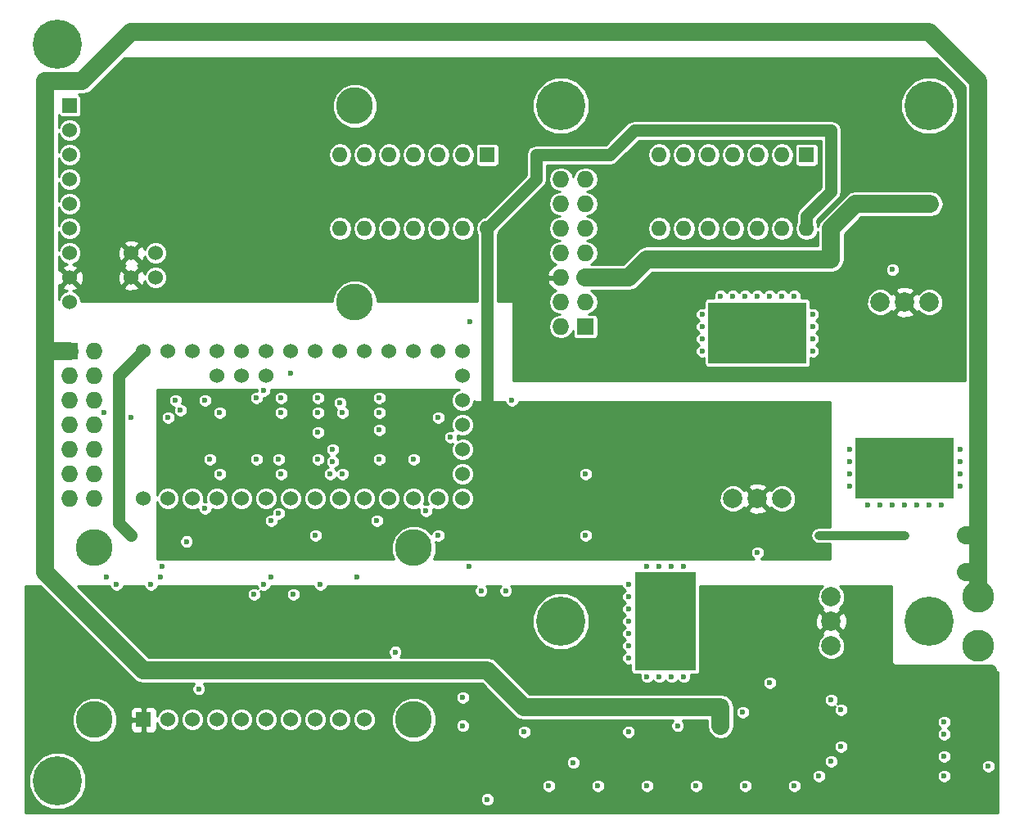
<source format=gbr>
G04 #@! TF.FileFunction,Copper,L3,Inr,Plane*
%FSLAX46Y46*%
G04 Gerber Fmt 4.6, Leading zero omitted, Abs format (unit mm)*
G04 Created by KiCad (PCBNEW 4.0.6) date Tuesday, June 20, 2017 'PMt' 02:00:50 PM*
%MOMM*%
%LPD*%
G01*
G04 APERTURE LIST*
%ADD10C,0.100000*%
%ADD11R,1.600000X1.600000*%
%ADD12O,1.600000X1.600000*%
%ADD13C,1.524000*%
%ADD14C,3.810000*%
%ADD15R,1.524000X1.524000*%
%ADD16C,3.300000*%
%ADD17C,5.080000*%
%ADD18R,1.727200X1.727200*%
%ADD19O,1.727200X1.727200*%
%ADD20C,0.600000*%
%ADD21C,2.000000*%
%ADD22R,10.160000X6.350000*%
%ADD23R,6.350000X10.160000*%
%ADD24C,1.600000*%
%ADD25C,1.270000*%
%ADD26C,1.900000*%
%ADD27C,0.890000*%
%ADD28C,0.254000*%
G04 APERTURE END LIST*
D10*
D11*
X165100000Y-78740000D03*
D12*
X149860000Y-86360000D03*
X162560000Y-78740000D03*
X152400000Y-86360000D03*
X160020000Y-78740000D03*
X154940000Y-86360000D03*
X157480000Y-78740000D03*
X157480000Y-86360000D03*
X154940000Y-78740000D03*
X160020000Y-86360000D03*
X152400000Y-78740000D03*
X162560000Y-86360000D03*
X149860000Y-78740000D03*
X165100000Y-86360000D03*
D11*
X198120000Y-78740000D03*
D12*
X182880000Y-86360000D03*
X195580000Y-78740000D03*
X185420000Y-86360000D03*
X193040000Y-78740000D03*
X187960000Y-86360000D03*
X190500000Y-78740000D03*
X190500000Y-86360000D03*
X187960000Y-78740000D03*
X193040000Y-86360000D03*
X185420000Y-78740000D03*
X195580000Y-86360000D03*
X182880000Y-78740000D03*
X198120000Y-86360000D03*
D13*
X128270000Y-88900000D03*
X130810000Y-88900000D03*
X128270000Y-91440000D03*
X130810000Y-91440000D03*
D14*
X151384000Y-73660000D03*
X151384000Y-93980000D03*
D15*
X121920000Y-73660000D03*
D13*
X121920000Y-76200000D03*
X121920000Y-78740000D03*
X121920000Y-81280000D03*
X121920000Y-83820000D03*
X121920000Y-86360000D03*
X121920000Y-88900000D03*
X121920000Y-91440000D03*
X121920000Y-93980000D03*
D14*
X124460000Y-137160000D03*
X124460000Y-119380000D03*
X157480000Y-119380000D03*
X157480000Y-137160000D03*
D15*
X129540000Y-137160000D03*
D13*
X132080000Y-137160000D03*
X134620000Y-137160000D03*
X137160000Y-137160000D03*
X139700000Y-137160000D03*
X142240000Y-137160000D03*
X144780000Y-137160000D03*
X147320000Y-137160000D03*
X149860000Y-137160000D03*
X152400000Y-137160000D03*
D16*
X215900000Y-129540000D03*
X215900000Y-124460000D03*
D17*
X172720000Y-127000000D03*
X210820000Y-127000000D03*
X210820000Y-73660000D03*
D18*
X175260000Y-96520000D03*
D19*
X172720000Y-96520000D03*
X175260000Y-93980000D03*
X172720000Y-93980000D03*
X175260000Y-91440000D03*
X172720000Y-91440000D03*
X175260000Y-88900000D03*
X172720000Y-88900000D03*
X175260000Y-86360000D03*
X172720000Y-86360000D03*
X175260000Y-83820000D03*
X172720000Y-83820000D03*
X175260000Y-81280000D03*
X172720000Y-81280000D03*
D17*
X172720000Y-73660000D03*
D18*
X121920000Y-99060000D03*
D19*
X124460000Y-99060000D03*
X121920000Y-101600000D03*
X124460000Y-101600000D03*
X121920000Y-104140000D03*
X124460000Y-104140000D03*
X121920000Y-106680000D03*
X124460000Y-106680000D03*
X121920000Y-109220000D03*
X124460000Y-109220000D03*
X121920000Y-111760000D03*
X124460000Y-111760000D03*
X121920000Y-114300000D03*
X124460000Y-114300000D03*
D17*
X120650000Y-67310000D03*
X120650000Y-143510000D03*
D20*
X204470000Y-114935000D03*
X205740000Y-114935000D03*
X207010000Y-114935000D03*
X212090000Y-114935000D03*
X210820000Y-114935000D03*
X209550000Y-114935000D03*
X208280000Y-114935000D03*
X213995000Y-113030000D03*
X213995000Y-111760000D03*
X213995000Y-110490000D03*
X213995000Y-109220000D03*
X202565000Y-109220000D03*
X202565000Y-110490000D03*
X202565000Y-111760000D03*
X202565000Y-113030000D03*
D21*
X210820000Y-93980000D03*
X208280000Y-93980000D03*
X205740000Y-93980000D03*
D22*
X208280000Y-111125000D03*
D20*
X196850000Y-93345000D03*
X195580000Y-93345000D03*
X194310000Y-93345000D03*
X189230000Y-93345000D03*
X190500000Y-93345000D03*
X191770000Y-93345000D03*
X193040000Y-93345000D03*
X187325000Y-95250000D03*
X187325000Y-96520000D03*
X187325000Y-97790000D03*
X187325000Y-99060000D03*
X198755000Y-99060000D03*
X198755000Y-97790000D03*
X198755000Y-96520000D03*
X198755000Y-95250000D03*
D21*
X190500000Y-114300000D03*
X193040000Y-114300000D03*
X195580000Y-114300000D03*
D22*
X193040000Y-97155000D03*
D20*
X179705000Y-123190000D03*
X179705000Y-124460000D03*
X179705000Y-125730000D03*
X179705000Y-130810000D03*
X179705000Y-129540000D03*
X179705000Y-128270000D03*
X179705000Y-127000000D03*
X181610000Y-132715000D03*
X182880000Y-132715000D03*
X184150000Y-132715000D03*
X185420000Y-132715000D03*
X185420000Y-121285000D03*
X184150000Y-121285000D03*
X182880000Y-121285000D03*
X181610000Y-121285000D03*
D21*
X200660000Y-129540000D03*
X200660000Y-127000000D03*
X200660000Y-124460000D03*
D23*
X183515000Y-127000000D03*
D24*
X215900000Y-83820000D03*
X210900000Y-83820000D03*
D13*
X129540000Y-114300000D03*
X132080000Y-114300000D03*
X134620000Y-114300000D03*
X137160000Y-114300000D03*
X139700000Y-114300000D03*
X142240000Y-114300000D03*
X144780000Y-114300000D03*
X147320000Y-114300000D03*
X149860000Y-114300000D03*
X152400000Y-114300000D03*
X154940000Y-114300000D03*
X157480000Y-114300000D03*
X160020000Y-114300000D03*
X162560000Y-114300000D03*
X162560000Y-99060000D03*
X160020000Y-99060000D03*
X157480000Y-99060000D03*
X154940000Y-99060000D03*
X152400000Y-99060000D03*
X149860000Y-99060000D03*
X147320000Y-99060000D03*
X144780000Y-99060000D03*
X142240000Y-99060000D03*
X139700000Y-99060000D03*
X137160000Y-99060000D03*
X134620000Y-99060000D03*
X132080000Y-99060000D03*
X129540000Y-99060000D03*
X137160000Y-101600000D03*
X139700000Y-101600000D03*
X142240000Y-101600000D03*
X162560000Y-101600000D03*
X162560000Y-104140000D03*
X162560000Y-106680000D03*
X162560000Y-109220000D03*
X162560000Y-111760000D03*
D20*
X165100000Y-145415000D03*
X176530000Y-144018000D03*
X171450000Y-144018000D03*
X181610000Y-144018000D03*
X186690000Y-144018000D03*
X191770000Y-144018000D03*
X196850000Y-144018000D03*
X194310000Y-133350000D03*
X193040000Y-119888000D03*
X150114000Y-111760000D03*
X153924000Y-110236000D03*
X143764000Y-111760000D03*
X147574000Y-110236000D03*
X141224000Y-110236000D03*
X137414000Y-111760000D03*
X153924000Y-103886000D03*
X150114000Y-105410000D03*
X147574000Y-103886000D03*
X143764000Y-105410000D03*
X141224000Y-103886000D03*
X137414000Y-105410000D03*
X216916000Y-141986000D03*
X207000000Y-90600000D03*
X147320000Y-118110000D03*
X192786000Y-134620000D03*
X217170000Y-139700000D03*
X128270000Y-124460000D03*
X161290000Y-107950000D03*
X164465000Y-123825000D03*
X167005000Y-123825000D03*
X187198000Y-118110000D03*
X141732000Y-104648000D03*
X154432000Y-110998000D03*
X148082000Y-110998000D03*
X141732000Y-110998000D03*
X154420000Y-104660000D03*
X148082000Y-104648000D03*
X140970000Y-124206000D03*
X136398000Y-110236000D03*
X145034000Y-124206000D03*
X155575000Y-130175000D03*
X184785000Y-137795000D03*
X143510000Y-110236000D03*
X149098000Y-110490000D03*
X151638000Y-122428000D03*
X142748000Y-122428000D03*
X131318000Y-122428000D03*
X125730000Y-122428000D03*
X160020000Y-105918000D03*
X126746000Y-123190000D03*
X130302000Y-123190000D03*
X141986000Y-123190000D03*
X147828000Y-123190000D03*
X173990000Y-141605000D03*
X135890000Y-115316000D03*
X143510000Y-115824000D03*
X148844000Y-111760000D03*
X163322000Y-96012000D03*
X157480000Y-110236000D03*
X153670000Y-116586000D03*
X142748000Y-116586000D03*
X149860000Y-104394000D03*
X149098000Y-109220000D03*
X144780000Y-101346000D03*
X153924000Y-107188000D03*
X153924000Y-105410000D03*
X143764000Y-103886000D03*
X141986000Y-103124000D03*
X147574000Y-105410000D03*
X147574000Y-107442000D03*
X135890000Y-104140000D03*
X132842000Y-104140000D03*
X128270000Y-118110000D03*
X179705000Y-138430000D03*
X168910000Y-138430000D03*
X135255000Y-133985000D03*
X131445000Y-121285000D03*
X133985000Y-118745000D03*
X128270000Y-105918000D03*
X132080000Y-105918000D03*
X125476000Y-105410000D03*
X133350000Y-105156000D03*
X212344000Y-138684000D03*
X191516000Y-136398000D03*
X201676000Y-139954000D03*
X201676000Y-136144000D03*
X163195000Y-121285000D03*
X160020000Y-118110000D03*
X158750000Y-115570000D03*
X199390000Y-143002000D03*
X212344000Y-143002000D03*
X175260000Y-118110000D03*
X167640000Y-104140000D03*
X175260000Y-111760000D03*
X212344000Y-140970000D03*
X200660000Y-141478000D03*
X200660000Y-135128000D03*
X162560000Y-134874000D03*
X212344000Y-137414000D03*
X162560000Y-137795000D03*
X199390000Y-118110000D03*
X208280000Y-118110000D03*
X189230000Y-137795000D03*
X214630000Y-121920000D03*
X214630000Y-118110000D03*
X215900000Y-91440000D03*
D25*
X207010000Y-132080000D02*
X205740000Y-130810000D01*
X217170000Y-132080000D02*
X207010000Y-132080000D01*
X217170000Y-139700000D02*
X217170000Y-132080000D01*
X165100000Y-105410000D02*
X165100000Y-86360000D01*
X165100000Y-86360000D02*
X170180000Y-81280000D01*
X170180000Y-81280000D02*
X170180000Y-78740000D01*
X170180000Y-78740000D02*
X177800000Y-78740000D01*
X177800000Y-78740000D02*
X180340000Y-76200000D01*
X180340000Y-76200000D02*
X200660000Y-76200000D01*
X200660000Y-76200000D02*
X200660000Y-82550000D01*
X200660000Y-82550000D02*
X198120000Y-85090000D01*
X198120000Y-85090000D02*
X198120000Y-86360000D01*
X127000000Y-101600000D02*
X127000000Y-116840000D01*
X127000000Y-101600000D02*
X129540000Y-99060000D01*
X127000000Y-116840000D02*
X128270000Y-118110000D01*
D26*
X200660000Y-89535000D02*
X181610000Y-89535000D01*
X210900000Y-83820000D02*
X203200000Y-83820000D01*
X203200000Y-83820000D02*
X200660000Y-86360000D01*
X200660000Y-86360000D02*
X200660000Y-89535000D01*
X179705000Y-91440000D02*
X175260000Y-91440000D01*
X181610000Y-89535000D02*
X179705000Y-91440000D01*
D27*
X208280000Y-118110000D02*
X199390000Y-118110000D01*
D26*
X129540000Y-132080000D02*
X165100000Y-132080000D01*
X119380000Y-121920000D02*
X129540000Y-132080000D01*
X119380000Y-99060000D02*
X119380000Y-121920000D01*
X189230000Y-135890000D02*
X189230000Y-137795000D01*
X168910000Y-135890000D02*
X189230000Y-135890000D01*
X165100000Y-132080000D02*
X168910000Y-135890000D01*
X215900000Y-121920000D02*
X214630000Y-121920000D01*
X214630000Y-118110000D02*
X215900000Y-118110000D01*
X215900000Y-71120000D02*
X210820000Y-66040000D01*
X210820000Y-66040000D02*
X128270000Y-66040000D01*
X128270000Y-66040000D02*
X123190000Y-71120000D01*
X215900000Y-83820000D02*
X215900000Y-71120000D01*
X215900000Y-118110000D02*
X215900000Y-91440000D01*
X215900000Y-91440000D02*
X215900000Y-88900000D01*
X215900000Y-88900000D02*
X215900000Y-83820000D01*
X215900000Y-121920000D02*
X215900000Y-118110000D01*
X119380000Y-99060000D02*
X121920000Y-99060000D01*
X119380000Y-71120000D02*
X119380000Y-99060000D01*
X123190000Y-71120000D02*
X119380000Y-71120000D01*
X215900000Y-124460000D02*
X215900000Y-121920000D01*
D28*
G36*
X214523000Y-71690372D02*
X214523000Y-101702603D01*
X214507702Y-102108000D01*
X167767000Y-102108000D01*
X167767000Y-93980000D01*
X167756994Y-93930590D01*
X167728553Y-93888965D01*
X167686159Y-93861685D01*
X167640000Y-93853000D01*
X166162000Y-93853000D01*
X166162000Y-86960748D01*
X166233600Y-86853591D01*
X166264712Y-86697182D01*
X170930947Y-82030947D01*
X171161160Y-81686410D01*
X171242000Y-81280000D01*
X171242000Y-79802000D01*
X177800000Y-79802000D01*
X178206410Y-79721160D01*
X178550947Y-79490947D01*
X179325932Y-78715962D01*
X181653000Y-78715962D01*
X181653000Y-78764038D01*
X181746400Y-79233591D01*
X182012380Y-79631658D01*
X182410447Y-79897638D01*
X182880000Y-79991038D01*
X183349553Y-79897638D01*
X183747620Y-79631658D01*
X184013600Y-79233591D01*
X184107000Y-78764038D01*
X184107000Y-78715962D01*
X184193000Y-78715962D01*
X184193000Y-78764038D01*
X184286400Y-79233591D01*
X184552380Y-79631658D01*
X184950447Y-79897638D01*
X185420000Y-79991038D01*
X185889553Y-79897638D01*
X186287620Y-79631658D01*
X186553600Y-79233591D01*
X186647000Y-78764038D01*
X186647000Y-78715962D01*
X186733000Y-78715962D01*
X186733000Y-78764038D01*
X186826400Y-79233591D01*
X187092380Y-79631658D01*
X187490447Y-79897638D01*
X187960000Y-79991038D01*
X188429553Y-79897638D01*
X188827620Y-79631658D01*
X189093600Y-79233591D01*
X189187000Y-78764038D01*
X189187000Y-78715962D01*
X189273000Y-78715962D01*
X189273000Y-78764038D01*
X189366400Y-79233591D01*
X189632380Y-79631658D01*
X190030447Y-79897638D01*
X190500000Y-79991038D01*
X190969553Y-79897638D01*
X191367620Y-79631658D01*
X191633600Y-79233591D01*
X191727000Y-78764038D01*
X191727000Y-78715962D01*
X191813000Y-78715962D01*
X191813000Y-78764038D01*
X191906400Y-79233591D01*
X192172380Y-79631658D01*
X192570447Y-79897638D01*
X193040000Y-79991038D01*
X193509553Y-79897638D01*
X193907620Y-79631658D01*
X194173600Y-79233591D01*
X194267000Y-78764038D01*
X194267000Y-78715962D01*
X194353000Y-78715962D01*
X194353000Y-78764038D01*
X194446400Y-79233591D01*
X194712380Y-79631658D01*
X195110447Y-79897638D01*
X195580000Y-79991038D01*
X196049553Y-79897638D01*
X196447620Y-79631658D01*
X196713600Y-79233591D01*
X196807000Y-78764038D01*
X196807000Y-78715962D01*
X196713600Y-78246409D01*
X196508864Y-77940000D01*
X196884635Y-77940000D01*
X196884635Y-79540000D01*
X196914409Y-79698237D01*
X197007927Y-79843567D01*
X197150619Y-79941064D01*
X197320000Y-79975365D01*
X198920000Y-79975365D01*
X199078237Y-79945591D01*
X199223567Y-79852073D01*
X199321064Y-79709381D01*
X199355365Y-79540000D01*
X199355365Y-77940000D01*
X199325591Y-77781763D01*
X199232073Y-77636433D01*
X199089381Y-77538936D01*
X198920000Y-77504635D01*
X197320000Y-77504635D01*
X197161763Y-77534409D01*
X197016433Y-77627927D01*
X196918936Y-77770619D01*
X196884635Y-77940000D01*
X196508864Y-77940000D01*
X196447620Y-77848342D01*
X196049553Y-77582362D01*
X195580000Y-77488962D01*
X195110447Y-77582362D01*
X194712380Y-77848342D01*
X194446400Y-78246409D01*
X194353000Y-78715962D01*
X194267000Y-78715962D01*
X194173600Y-78246409D01*
X193907620Y-77848342D01*
X193509553Y-77582362D01*
X193040000Y-77488962D01*
X192570447Y-77582362D01*
X192172380Y-77848342D01*
X191906400Y-78246409D01*
X191813000Y-78715962D01*
X191727000Y-78715962D01*
X191633600Y-78246409D01*
X191367620Y-77848342D01*
X190969553Y-77582362D01*
X190500000Y-77488962D01*
X190030447Y-77582362D01*
X189632380Y-77848342D01*
X189366400Y-78246409D01*
X189273000Y-78715962D01*
X189187000Y-78715962D01*
X189093600Y-78246409D01*
X188827620Y-77848342D01*
X188429553Y-77582362D01*
X187960000Y-77488962D01*
X187490447Y-77582362D01*
X187092380Y-77848342D01*
X186826400Y-78246409D01*
X186733000Y-78715962D01*
X186647000Y-78715962D01*
X186553600Y-78246409D01*
X186287620Y-77848342D01*
X185889553Y-77582362D01*
X185420000Y-77488962D01*
X184950447Y-77582362D01*
X184552380Y-77848342D01*
X184286400Y-78246409D01*
X184193000Y-78715962D01*
X184107000Y-78715962D01*
X184013600Y-78246409D01*
X183747620Y-77848342D01*
X183349553Y-77582362D01*
X182880000Y-77488962D01*
X182410447Y-77582362D01*
X182012380Y-77848342D01*
X181746400Y-78246409D01*
X181653000Y-78715962D01*
X179325932Y-78715962D01*
X180779895Y-77262000D01*
X199598000Y-77262000D01*
X199598000Y-82110105D01*
X197369053Y-84339053D01*
X197138840Y-84683590D01*
X197058000Y-85090000D01*
X197058000Y-85759252D01*
X196986400Y-85866409D01*
X196893000Y-86335962D01*
X196893000Y-86384038D01*
X196986400Y-86853591D01*
X197252380Y-87251658D01*
X197650447Y-87517638D01*
X198120000Y-87611038D01*
X198589553Y-87517638D01*
X198987620Y-87251658D01*
X199253600Y-86853591D01*
X199283000Y-86705787D01*
X199283000Y-88158000D01*
X181610000Y-88158000D01*
X181083045Y-88262818D01*
X180636314Y-88561314D01*
X179134628Y-90063000D01*
X175823114Y-90063000D01*
X176197876Y-89812592D01*
X176477643Y-89393891D01*
X176575884Y-88900000D01*
X176477643Y-88406109D01*
X176197876Y-87987408D01*
X175779175Y-87707641D01*
X175388847Y-87630000D01*
X175779175Y-87552359D01*
X176197876Y-87272592D01*
X176477643Y-86853891D01*
X176575884Y-86360000D01*
X176571103Y-86335962D01*
X181653000Y-86335962D01*
X181653000Y-86384038D01*
X181746400Y-86853591D01*
X182012380Y-87251658D01*
X182410447Y-87517638D01*
X182880000Y-87611038D01*
X183349553Y-87517638D01*
X183747620Y-87251658D01*
X184013600Y-86853591D01*
X184107000Y-86384038D01*
X184107000Y-86335962D01*
X184193000Y-86335962D01*
X184193000Y-86384038D01*
X184286400Y-86853591D01*
X184552380Y-87251658D01*
X184950447Y-87517638D01*
X185420000Y-87611038D01*
X185889553Y-87517638D01*
X186287620Y-87251658D01*
X186553600Y-86853591D01*
X186647000Y-86384038D01*
X186647000Y-86335962D01*
X186733000Y-86335962D01*
X186733000Y-86384038D01*
X186826400Y-86853591D01*
X187092380Y-87251658D01*
X187490447Y-87517638D01*
X187960000Y-87611038D01*
X188429553Y-87517638D01*
X188827620Y-87251658D01*
X189093600Y-86853591D01*
X189187000Y-86384038D01*
X189187000Y-86335962D01*
X189273000Y-86335962D01*
X189273000Y-86384038D01*
X189366400Y-86853591D01*
X189632380Y-87251658D01*
X190030447Y-87517638D01*
X190500000Y-87611038D01*
X190969553Y-87517638D01*
X191367620Y-87251658D01*
X191633600Y-86853591D01*
X191727000Y-86384038D01*
X191727000Y-86335962D01*
X191813000Y-86335962D01*
X191813000Y-86384038D01*
X191906400Y-86853591D01*
X192172380Y-87251658D01*
X192570447Y-87517638D01*
X193040000Y-87611038D01*
X193509553Y-87517638D01*
X193907620Y-87251658D01*
X194173600Y-86853591D01*
X194267000Y-86384038D01*
X194267000Y-86335962D01*
X194353000Y-86335962D01*
X194353000Y-86384038D01*
X194446400Y-86853591D01*
X194712380Y-87251658D01*
X195110447Y-87517638D01*
X195580000Y-87611038D01*
X196049553Y-87517638D01*
X196447620Y-87251658D01*
X196713600Y-86853591D01*
X196807000Y-86384038D01*
X196807000Y-86335962D01*
X196713600Y-85866409D01*
X196447620Y-85468342D01*
X196049553Y-85202362D01*
X195580000Y-85108962D01*
X195110447Y-85202362D01*
X194712380Y-85468342D01*
X194446400Y-85866409D01*
X194353000Y-86335962D01*
X194267000Y-86335962D01*
X194173600Y-85866409D01*
X193907620Y-85468342D01*
X193509553Y-85202362D01*
X193040000Y-85108962D01*
X192570447Y-85202362D01*
X192172380Y-85468342D01*
X191906400Y-85866409D01*
X191813000Y-86335962D01*
X191727000Y-86335962D01*
X191633600Y-85866409D01*
X191367620Y-85468342D01*
X190969553Y-85202362D01*
X190500000Y-85108962D01*
X190030447Y-85202362D01*
X189632380Y-85468342D01*
X189366400Y-85866409D01*
X189273000Y-86335962D01*
X189187000Y-86335962D01*
X189093600Y-85866409D01*
X188827620Y-85468342D01*
X188429553Y-85202362D01*
X187960000Y-85108962D01*
X187490447Y-85202362D01*
X187092380Y-85468342D01*
X186826400Y-85866409D01*
X186733000Y-86335962D01*
X186647000Y-86335962D01*
X186553600Y-85866409D01*
X186287620Y-85468342D01*
X185889553Y-85202362D01*
X185420000Y-85108962D01*
X184950447Y-85202362D01*
X184552380Y-85468342D01*
X184286400Y-85866409D01*
X184193000Y-86335962D01*
X184107000Y-86335962D01*
X184013600Y-85866409D01*
X183747620Y-85468342D01*
X183349553Y-85202362D01*
X182880000Y-85108962D01*
X182410447Y-85202362D01*
X182012380Y-85468342D01*
X181746400Y-85866409D01*
X181653000Y-86335962D01*
X176571103Y-86335962D01*
X176477643Y-85866109D01*
X176197876Y-85447408D01*
X175779175Y-85167641D01*
X175388847Y-85090000D01*
X175779175Y-85012359D01*
X176197876Y-84732592D01*
X176477643Y-84313891D01*
X176575884Y-83820000D01*
X176477643Y-83326109D01*
X176197876Y-82907408D01*
X175779175Y-82627641D01*
X175388847Y-82550000D01*
X175779175Y-82472359D01*
X176197876Y-82192592D01*
X176477643Y-81773891D01*
X176575884Y-81280000D01*
X176477643Y-80786109D01*
X176197876Y-80367408D01*
X175779175Y-80087641D01*
X175285284Y-79989400D01*
X175234716Y-79989400D01*
X174740825Y-80087641D01*
X174322124Y-80367408D01*
X174042357Y-80786109D01*
X173990000Y-81049325D01*
X173937643Y-80786109D01*
X173657876Y-80367408D01*
X173239175Y-80087641D01*
X172745284Y-79989400D01*
X172694716Y-79989400D01*
X172200825Y-80087641D01*
X171782124Y-80367408D01*
X171502357Y-80786109D01*
X171404116Y-81280000D01*
X171502357Y-81773891D01*
X171782124Y-82192592D01*
X172200825Y-82472359D01*
X172591153Y-82550000D01*
X172200825Y-82627641D01*
X171782124Y-82907408D01*
X171502357Y-83326109D01*
X171404116Y-83820000D01*
X171502357Y-84313891D01*
X171782124Y-84732592D01*
X172200825Y-85012359D01*
X172591153Y-85090000D01*
X172200825Y-85167641D01*
X171782124Y-85447408D01*
X171502357Y-85866109D01*
X171404116Y-86360000D01*
X171502357Y-86853891D01*
X171782124Y-87272592D01*
X172200825Y-87552359D01*
X172591153Y-87630000D01*
X172200825Y-87707641D01*
X171782124Y-87987408D01*
X171502357Y-88406109D01*
X171404116Y-88900000D01*
X171502357Y-89393891D01*
X171782124Y-89812592D01*
X172172440Y-90073393D01*
X171831510Y-90233179D01*
X171437312Y-90665053D01*
X171265042Y-91080974D01*
X171386183Y-91313000D01*
X172593000Y-91313000D01*
X172593000Y-91293000D01*
X172847000Y-91293000D01*
X172847000Y-91313000D01*
X172867000Y-91313000D01*
X172867000Y-91567000D01*
X172847000Y-91567000D01*
X172847000Y-91587000D01*
X172593000Y-91587000D01*
X172593000Y-91567000D01*
X171386183Y-91567000D01*
X171265042Y-91799026D01*
X171437312Y-92214947D01*
X171831510Y-92646821D01*
X172172440Y-92806607D01*
X171782124Y-93067408D01*
X171502357Y-93486109D01*
X171404116Y-93980000D01*
X171502357Y-94473891D01*
X171782124Y-94892592D01*
X172200825Y-95172359D01*
X172591153Y-95250000D01*
X172200825Y-95327641D01*
X171782124Y-95607408D01*
X171502357Y-96026109D01*
X171404116Y-96520000D01*
X171502357Y-97013891D01*
X171782124Y-97432592D01*
X172200825Y-97712359D01*
X172694716Y-97810600D01*
X172745284Y-97810600D01*
X173239175Y-97712359D01*
X173657876Y-97432592D01*
X173937643Y-97013891D01*
X173961035Y-96896291D01*
X173961035Y-97383600D01*
X173990809Y-97541837D01*
X174084327Y-97687167D01*
X174227019Y-97784664D01*
X174396400Y-97818965D01*
X176123600Y-97818965D01*
X176281837Y-97789191D01*
X176427167Y-97695673D01*
X176524664Y-97552981D01*
X176558965Y-97383600D01*
X176558965Y-95656400D01*
X176529191Y-95498163D01*
X176462148Y-95393975D01*
X186597874Y-95393975D01*
X186708320Y-95661275D01*
X186912650Y-95865961D01*
X186958282Y-95884909D01*
X186913725Y-95903320D01*
X186709039Y-96107650D01*
X186598126Y-96374756D01*
X186597874Y-96663975D01*
X186708320Y-96931275D01*
X186912650Y-97135961D01*
X186958282Y-97154909D01*
X186913725Y-97173320D01*
X186709039Y-97377650D01*
X186598126Y-97644756D01*
X186597874Y-97933975D01*
X186708320Y-98201275D01*
X186912650Y-98405961D01*
X186958282Y-98424909D01*
X186913725Y-98443320D01*
X186709039Y-98647650D01*
X186598126Y-98914756D01*
X186597874Y-99203975D01*
X186708320Y-99471275D01*
X186912650Y-99675961D01*
X187179756Y-99786874D01*
X187468975Y-99787126D01*
X187524635Y-99764128D01*
X187524635Y-100330000D01*
X187554409Y-100488237D01*
X187647927Y-100633567D01*
X187790619Y-100731064D01*
X187960000Y-100765365D01*
X198120000Y-100765365D01*
X198278237Y-100735591D01*
X198423567Y-100642073D01*
X198521064Y-100499381D01*
X198555365Y-100330000D01*
X198555365Y-99764289D01*
X198609756Y-99786874D01*
X198898975Y-99787126D01*
X199166275Y-99676680D01*
X199370961Y-99472350D01*
X199481874Y-99205244D01*
X199482126Y-98916025D01*
X199371680Y-98648725D01*
X199167350Y-98444039D01*
X199121718Y-98425091D01*
X199166275Y-98406680D01*
X199370961Y-98202350D01*
X199481874Y-97935244D01*
X199482126Y-97646025D01*
X199371680Y-97378725D01*
X199167350Y-97174039D01*
X199121718Y-97155091D01*
X199166275Y-97136680D01*
X199370961Y-96932350D01*
X199481874Y-96665244D01*
X199482126Y-96376025D01*
X199371680Y-96108725D01*
X199167350Y-95904039D01*
X199121718Y-95885091D01*
X199166275Y-95866680D01*
X199370961Y-95662350D01*
X199481874Y-95395244D01*
X199482126Y-95106025D01*
X199371680Y-94838725D01*
X199167350Y-94634039D01*
X198900244Y-94523126D01*
X198611025Y-94522874D01*
X198555365Y-94545872D01*
X198555365Y-94262603D01*
X204312752Y-94262603D01*
X204529543Y-94787275D01*
X204930614Y-95189047D01*
X205454907Y-95406752D01*
X206022603Y-95407248D01*
X206547275Y-95190457D01*
X206605301Y-95132532D01*
X207307073Y-95132532D01*
X207405736Y-95399387D01*
X208015461Y-95625908D01*
X208665460Y-95601856D01*
X209154264Y-95399387D01*
X209252927Y-95132532D01*
X208280000Y-94159605D01*
X207307073Y-95132532D01*
X206605301Y-95132532D01*
X206877720Y-94860589D01*
X207127468Y-94952927D01*
X208100395Y-93980000D01*
X208459605Y-93980000D01*
X209432532Y-94952927D01*
X209682608Y-94860468D01*
X210010614Y-95189047D01*
X210534907Y-95406752D01*
X211102603Y-95407248D01*
X211627275Y-95190457D01*
X212029047Y-94789386D01*
X212246752Y-94265093D01*
X212247248Y-93697397D01*
X212030457Y-93172725D01*
X211629386Y-92770953D01*
X211105093Y-92553248D01*
X210537397Y-92552752D01*
X210012725Y-92769543D01*
X209682280Y-93099411D01*
X209432532Y-93007073D01*
X208459605Y-93980000D01*
X208100395Y-93980000D01*
X207127468Y-93007073D01*
X206877392Y-93099532D01*
X206605803Y-92827468D01*
X207307073Y-92827468D01*
X208280000Y-93800395D01*
X209252927Y-92827468D01*
X209154264Y-92560613D01*
X208544539Y-92334092D01*
X207894540Y-92358144D01*
X207405736Y-92560613D01*
X207307073Y-92827468D01*
X206605803Y-92827468D01*
X206549386Y-92770953D01*
X206025093Y-92553248D01*
X205457397Y-92552752D01*
X204932725Y-92769543D01*
X204530953Y-93170614D01*
X204313248Y-93694907D01*
X204312752Y-94262603D01*
X198555365Y-94262603D01*
X198555365Y-93980000D01*
X198525591Y-93821763D01*
X198432073Y-93676433D01*
X198289381Y-93578936D01*
X198120000Y-93544635D01*
X197554289Y-93544635D01*
X197576874Y-93490244D01*
X197577126Y-93201025D01*
X197466680Y-92933725D01*
X197262350Y-92729039D01*
X196995244Y-92618126D01*
X196706025Y-92617874D01*
X196438725Y-92728320D01*
X196234039Y-92932650D01*
X196215091Y-92978282D01*
X196196680Y-92933725D01*
X195992350Y-92729039D01*
X195725244Y-92618126D01*
X195436025Y-92617874D01*
X195168725Y-92728320D01*
X194964039Y-92932650D01*
X194945091Y-92978282D01*
X194926680Y-92933725D01*
X194722350Y-92729039D01*
X194455244Y-92618126D01*
X194166025Y-92617874D01*
X193898725Y-92728320D01*
X193694039Y-92932650D01*
X193675091Y-92978282D01*
X193656680Y-92933725D01*
X193452350Y-92729039D01*
X193185244Y-92618126D01*
X192896025Y-92617874D01*
X192628725Y-92728320D01*
X192424039Y-92932650D01*
X192405091Y-92978282D01*
X192386680Y-92933725D01*
X192182350Y-92729039D01*
X191915244Y-92618126D01*
X191626025Y-92617874D01*
X191358725Y-92728320D01*
X191154039Y-92932650D01*
X191135091Y-92978282D01*
X191116680Y-92933725D01*
X190912350Y-92729039D01*
X190645244Y-92618126D01*
X190356025Y-92617874D01*
X190088725Y-92728320D01*
X189884039Y-92932650D01*
X189865091Y-92978282D01*
X189846680Y-92933725D01*
X189642350Y-92729039D01*
X189375244Y-92618126D01*
X189086025Y-92617874D01*
X188818725Y-92728320D01*
X188614039Y-92932650D01*
X188503126Y-93199756D01*
X188502874Y-93488975D01*
X188525872Y-93544635D01*
X187960000Y-93544635D01*
X187801763Y-93574409D01*
X187656433Y-93667927D01*
X187558936Y-93810619D01*
X187524635Y-93980000D01*
X187524635Y-94545711D01*
X187470244Y-94523126D01*
X187181025Y-94522874D01*
X186913725Y-94633320D01*
X186709039Y-94837650D01*
X186598126Y-95104756D01*
X186597874Y-95393975D01*
X176462148Y-95393975D01*
X176435673Y-95352833D01*
X176292981Y-95255336D01*
X176123600Y-95221035D01*
X175534464Y-95221035D01*
X175779175Y-95172359D01*
X176197876Y-94892592D01*
X176477643Y-94473891D01*
X176575884Y-93980000D01*
X176477643Y-93486109D01*
X176197876Y-93067408D01*
X175823114Y-92817000D01*
X179705000Y-92817000D01*
X180231955Y-92712182D01*
X180678686Y-92413686D01*
X182180372Y-90912000D01*
X200660000Y-90912000D01*
X201186955Y-90807182D01*
X201281550Y-90743975D01*
X206272874Y-90743975D01*
X206383320Y-91011275D01*
X206587650Y-91215961D01*
X206854756Y-91326874D01*
X207143975Y-91327126D01*
X207411275Y-91216680D01*
X207615961Y-91012350D01*
X207726874Y-90745244D01*
X207727126Y-90456025D01*
X207616680Y-90188725D01*
X207412350Y-89984039D01*
X207145244Y-89873126D01*
X206856025Y-89872874D01*
X206588725Y-89983320D01*
X206384039Y-90187650D01*
X206273126Y-90454756D01*
X206272874Y-90743975D01*
X201281550Y-90743975D01*
X201633686Y-90508686D01*
X201932182Y-90061955D01*
X202037000Y-89535000D01*
X202037000Y-86930372D01*
X203770372Y-85197000D01*
X210900000Y-85197000D01*
X211426955Y-85092182D01*
X211873686Y-84793686D01*
X212172182Y-84346955D01*
X212277000Y-83820000D01*
X212172182Y-83293045D01*
X211873686Y-82846314D01*
X211426955Y-82547818D01*
X210900000Y-82443000D01*
X203200000Y-82443000D01*
X202673045Y-82547818D01*
X202226314Y-82846314D01*
X199686314Y-85386314D01*
X199387818Y-85833045D01*
X199317391Y-86187106D01*
X199253600Y-85866409D01*
X199182000Y-85759252D01*
X199182000Y-85529894D01*
X201410947Y-83300948D01*
X201641160Y-82956410D01*
X201676410Y-82779194D01*
X201722000Y-82550000D01*
X201722000Y-76200000D01*
X201641160Y-75793590D01*
X201410947Y-75449053D01*
X201066410Y-75218840D01*
X200660000Y-75138000D01*
X180340000Y-75138000D01*
X179933590Y-75218840D01*
X179589052Y-75449053D01*
X177360106Y-77678000D01*
X170180000Y-77678000D01*
X169773590Y-77758840D01*
X169429053Y-77989053D01*
X169198840Y-78333590D01*
X169118000Y-78740000D01*
X169118000Y-80840106D01*
X164786856Y-85171250D01*
X164630447Y-85202362D01*
X164232380Y-85468342D01*
X163966400Y-85866409D01*
X163873000Y-86335962D01*
X163873000Y-86384038D01*
X163966400Y-86853591D01*
X164038000Y-86960748D01*
X164038000Y-93853000D01*
X153716112Y-93853000D01*
X153716404Y-93518172D01*
X153362127Y-92660754D01*
X152706697Y-92004179D01*
X151849899Y-91648405D01*
X150922172Y-91647596D01*
X150064754Y-92001873D01*
X149408179Y-92657303D01*
X149052405Y-93514101D01*
X149052109Y-93853000D01*
X123109111Y-93853000D01*
X123109206Y-93744531D01*
X122928573Y-93307365D01*
X122594394Y-92972603D01*
X122234167Y-92823024D01*
X122267368Y-92821362D01*
X122651143Y-92662397D01*
X122720608Y-92420213D01*
X127469392Y-92420213D01*
X127538857Y-92662397D01*
X128062302Y-92849144D01*
X128617368Y-92821362D01*
X129001143Y-92662397D01*
X129070608Y-92420213D01*
X128270000Y-91619605D01*
X127469392Y-92420213D01*
X122720608Y-92420213D01*
X121920000Y-91619605D01*
X121119392Y-92420213D01*
X121188857Y-92662397D01*
X121621615Y-92816790D01*
X121247365Y-92971427D01*
X120912603Y-93305606D01*
X120757000Y-93680340D01*
X120757000Y-92188180D01*
X120939787Y-92240608D01*
X121740395Y-91440000D01*
X122099605Y-91440000D01*
X122900213Y-92240608D01*
X123142397Y-92171143D01*
X123329144Y-91647698D01*
X123308353Y-91232302D01*
X126860856Y-91232302D01*
X126888638Y-91787368D01*
X127047603Y-92171143D01*
X127289787Y-92240608D01*
X128090395Y-91440000D01*
X128449605Y-91440000D01*
X129250213Y-92240608D01*
X129492397Y-92171143D01*
X129646790Y-91738385D01*
X129801427Y-92112635D01*
X130135606Y-92447397D01*
X130572456Y-92628793D01*
X131045469Y-92629206D01*
X131482635Y-92448573D01*
X131817397Y-92114394D01*
X131998793Y-91677544D01*
X131999206Y-91204531D01*
X131818573Y-90767365D01*
X131484394Y-90432603D01*
X131047544Y-90251207D01*
X130574531Y-90250794D01*
X130137365Y-90431427D01*
X129802603Y-90765606D01*
X129653024Y-91125833D01*
X129651362Y-91092632D01*
X129492397Y-90708857D01*
X129250213Y-90639392D01*
X128449605Y-91440000D01*
X128090395Y-91440000D01*
X127289787Y-90639392D01*
X127047603Y-90708857D01*
X126860856Y-91232302D01*
X123308353Y-91232302D01*
X123301362Y-91092632D01*
X123142397Y-90708857D01*
X122900213Y-90639392D01*
X122099605Y-91440000D01*
X121740395Y-91440000D01*
X120939787Y-90639392D01*
X120757000Y-90691820D01*
X120757000Y-89198892D01*
X120911427Y-89572635D01*
X121245606Y-89907397D01*
X121605833Y-90056976D01*
X121572632Y-90058638D01*
X121188857Y-90217603D01*
X121119392Y-90459787D01*
X121920000Y-91260395D01*
X122720608Y-90459787D01*
X122651143Y-90217603D01*
X122218385Y-90063210D01*
X122592635Y-89908573D01*
X122621044Y-89880213D01*
X127469392Y-89880213D01*
X127538857Y-90122397D01*
X127662344Y-90166453D01*
X127538857Y-90217603D01*
X127469392Y-90459787D01*
X128270000Y-91260395D01*
X129070608Y-90459787D01*
X129001143Y-90217603D01*
X128877656Y-90173547D01*
X129001143Y-90122397D01*
X129070608Y-89880213D01*
X128270000Y-89079605D01*
X127469392Y-89880213D01*
X122621044Y-89880213D01*
X122927397Y-89574394D01*
X123108793Y-89137544D01*
X123109181Y-88692302D01*
X126860856Y-88692302D01*
X126888638Y-89247368D01*
X127047603Y-89631143D01*
X127289787Y-89700608D01*
X128090395Y-88900000D01*
X128449605Y-88900000D01*
X129250213Y-89700608D01*
X129492397Y-89631143D01*
X129646790Y-89198385D01*
X129801427Y-89572635D01*
X130135606Y-89907397D01*
X130572456Y-90088793D01*
X131045469Y-90089206D01*
X131482635Y-89908573D01*
X131817397Y-89574394D01*
X131998793Y-89137544D01*
X131999206Y-88664531D01*
X131818573Y-88227365D01*
X131484394Y-87892603D01*
X131047544Y-87711207D01*
X130574531Y-87710794D01*
X130137365Y-87891427D01*
X129802603Y-88225606D01*
X129653024Y-88585833D01*
X129651362Y-88552632D01*
X129492397Y-88168857D01*
X129250213Y-88099392D01*
X128449605Y-88900000D01*
X128090395Y-88900000D01*
X127289787Y-88099392D01*
X127047603Y-88168857D01*
X126860856Y-88692302D01*
X123109181Y-88692302D01*
X123109206Y-88664531D01*
X122928573Y-88227365D01*
X122621531Y-87919787D01*
X127469392Y-87919787D01*
X128270000Y-88720395D01*
X129070608Y-87919787D01*
X129001143Y-87677603D01*
X128477698Y-87490856D01*
X127922632Y-87518638D01*
X127538857Y-87677603D01*
X127469392Y-87919787D01*
X122621531Y-87919787D01*
X122594394Y-87892603D01*
X122157544Y-87711207D01*
X121684531Y-87710794D01*
X121247365Y-87891427D01*
X120912603Y-88225606D01*
X120757000Y-88600340D01*
X120757000Y-86658892D01*
X120911427Y-87032635D01*
X121245606Y-87367397D01*
X121682456Y-87548793D01*
X122155469Y-87549206D01*
X122592635Y-87368573D01*
X122927397Y-87034394D01*
X123108793Y-86597544D01*
X123109021Y-86335962D01*
X148633000Y-86335962D01*
X148633000Y-86384038D01*
X148726400Y-86853591D01*
X148992380Y-87251658D01*
X149390447Y-87517638D01*
X149860000Y-87611038D01*
X150329553Y-87517638D01*
X150727620Y-87251658D01*
X150993600Y-86853591D01*
X151087000Y-86384038D01*
X151087000Y-86335962D01*
X151173000Y-86335962D01*
X151173000Y-86384038D01*
X151266400Y-86853591D01*
X151532380Y-87251658D01*
X151930447Y-87517638D01*
X152400000Y-87611038D01*
X152869553Y-87517638D01*
X153267620Y-87251658D01*
X153533600Y-86853591D01*
X153627000Y-86384038D01*
X153627000Y-86335962D01*
X153713000Y-86335962D01*
X153713000Y-86384038D01*
X153806400Y-86853591D01*
X154072380Y-87251658D01*
X154470447Y-87517638D01*
X154940000Y-87611038D01*
X155409553Y-87517638D01*
X155807620Y-87251658D01*
X156073600Y-86853591D01*
X156167000Y-86384038D01*
X156167000Y-86335962D01*
X156253000Y-86335962D01*
X156253000Y-86384038D01*
X156346400Y-86853591D01*
X156612380Y-87251658D01*
X157010447Y-87517638D01*
X157480000Y-87611038D01*
X157949553Y-87517638D01*
X158347620Y-87251658D01*
X158613600Y-86853591D01*
X158707000Y-86384038D01*
X158707000Y-86335962D01*
X158793000Y-86335962D01*
X158793000Y-86384038D01*
X158886400Y-86853591D01*
X159152380Y-87251658D01*
X159550447Y-87517638D01*
X160020000Y-87611038D01*
X160489553Y-87517638D01*
X160887620Y-87251658D01*
X161153600Y-86853591D01*
X161247000Y-86384038D01*
X161247000Y-86335962D01*
X161333000Y-86335962D01*
X161333000Y-86384038D01*
X161426400Y-86853591D01*
X161692380Y-87251658D01*
X162090447Y-87517638D01*
X162560000Y-87611038D01*
X163029553Y-87517638D01*
X163427620Y-87251658D01*
X163693600Y-86853591D01*
X163787000Y-86384038D01*
X163787000Y-86335962D01*
X163693600Y-85866409D01*
X163427620Y-85468342D01*
X163029553Y-85202362D01*
X162560000Y-85108962D01*
X162090447Y-85202362D01*
X161692380Y-85468342D01*
X161426400Y-85866409D01*
X161333000Y-86335962D01*
X161247000Y-86335962D01*
X161153600Y-85866409D01*
X160887620Y-85468342D01*
X160489553Y-85202362D01*
X160020000Y-85108962D01*
X159550447Y-85202362D01*
X159152380Y-85468342D01*
X158886400Y-85866409D01*
X158793000Y-86335962D01*
X158707000Y-86335962D01*
X158613600Y-85866409D01*
X158347620Y-85468342D01*
X157949553Y-85202362D01*
X157480000Y-85108962D01*
X157010447Y-85202362D01*
X156612380Y-85468342D01*
X156346400Y-85866409D01*
X156253000Y-86335962D01*
X156167000Y-86335962D01*
X156073600Y-85866409D01*
X155807620Y-85468342D01*
X155409553Y-85202362D01*
X154940000Y-85108962D01*
X154470447Y-85202362D01*
X154072380Y-85468342D01*
X153806400Y-85866409D01*
X153713000Y-86335962D01*
X153627000Y-86335962D01*
X153533600Y-85866409D01*
X153267620Y-85468342D01*
X152869553Y-85202362D01*
X152400000Y-85108962D01*
X151930447Y-85202362D01*
X151532380Y-85468342D01*
X151266400Y-85866409D01*
X151173000Y-86335962D01*
X151087000Y-86335962D01*
X150993600Y-85866409D01*
X150727620Y-85468342D01*
X150329553Y-85202362D01*
X149860000Y-85108962D01*
X149390447Y-85202362D01*
X148992380Y-85468342D01*
X148726400Y-85866409D01*
X148633000Y-86335962D01*
X123109021Y-86335962D01*
X123109206Y-86124531D01*
X122928573Y-85687365D01*
X122594394Y-85352603D01*
X122157544Y-85171207D01*
X121684531Y-85170794D01*
X121247365Y-85351427D01*
X120912603Y-85685606D01*
X120757000Y-86060340D01*
X120757000Y-84118892D01*
X120911427Y-84492635D01*
X121245606Y-84827397D01*
X121682456Y-85008793D01*
X122155469Y-85009206D01*
X122592635Y-84828573D01*
X122927397Y-84494394D01*
X123108793Y-84057544D01*
X123109206Y-83584531D01*
X122928573Y-83147365D01*
X122594394Y-82812603D01*
X122157544Y-82631207D01*
X121684531Y-82630794D01*
X121247365Y-82811427D01*
X120912603Y-83145606D01*
X120757000Y-83520340D01*
X120757000Y-81578892D01*
X120911427Y-81952635D01*
X121245606Y-82287397D01*
X121682456Y-82468793D01*
X122155469Y-82469206D01*
X122592635Y-82288573D01*
X122927397Y-81954394D01*
X123108793Y-81517544D01*
X123109206Y-81044531D01*
X122928573Y-80607365D01*
X122594394Y-80272603D01*
X122157544Y-80091207D01*
X121684531Y-80090794D01*
X121247365Y-80271427D01*
X120912603Y-80605606D01*
X120757000Y-80980340D01*
X120757000Y-79038892D01*
X120911427Y-79412635D01*
X121245606Y-79747397D01*
X121682456Y-79928793D01*
X122155469Y-79929206D01*
X122592635Y-79748573D01*
X122927397Y-79414394D01*
X123108793Y-78977544D01*
X123109021Y-78715962D01*
X148633000Y-78715962D01*
X148633000Y-78764038D01*
X148726400Y-79233591D01*
X148992380Y-79631658D01*
X149390447Y-79897638D01*
X149860000Y-79991038D01*
X150329553Y-79897638D01*
X150727620Y-79631658D01*
X150993600Y-79233591D01*
X151087000Y-78764038D01*
X151087000Y-78715962D01*
X151173000Y-78715962D01*
X151173000Y-78764038D01*
X151266400Y-79233591D01*
X151532380Y-79631658D01*
X151930447Y-79897638D01*
X152400000Y-79991038D01*
X152869553Y-79897638D01*
X153267620Y-79631658D01*
X153533600Y-79233591D01*
X153627000Y-78764038D01*
X153627000Y-78715962D01*
X153713000Y-78715962D01*
X153713000Y-78764038D01*
X153806400Y-79233591D01*
X154072380Y-79631658D01*
X154470447Y-79897638D01*
X154940000Y-79991038D01*
X155409553Y-79897638D01*
X155807620Y-79631658D01*
X156073600Y-79233591D01*
X156167000Y-78764038D01*
X156167000Y-78715962D01*
X156253000Y-78715962D01*
X156253000Y-78764038D01*
X156346400Y-79233591D01*
X156612380Y-79631658D01*
X157010447Y-79897638D01*
X157480000Y-79991038D01*
X157949553Y-79897638D01*
X158347620Y-79631658D01*
X158613600Y-79233591D01*
X158707000Y-78764038D01*
X158707000Y-78715962D01*
X158793000Y-78715962D01*
X158793000Y-78764038D01*
X158886400Y-79233591D01*
X159152380Y-79631658D01*
X159550447Y-79897638D01*
X160020000Y-79991038D01*
X160489553Y-79897638D01*
X160887620Y-79631658D01*
X161153600Y-79233591D01*
X161247000Y-78764038D01*
X161247000Y-78715962D01*
X161333000Y-78715962D01*
X161333000Y-78764038D01*
X161426400Y-79233591D01*
X161692380Y-79631658D01*
X162090447Y-79897638D01*
X162560000Y-79991038D01*
X163029553Y-79897638D01*
X163427620Y-79631658D01*
X163693600Y-79233591D01*
X163787000Y-78764038D01*
X163787000Y-78715962D01*
X163693600Y-78246409D01*
X163488864Y-77940000D01*
X163864635Y-77940000D01*
X163864635Y-79540000D01*
X163894409Y-79698237D01*
X163987927Y-79843567D01*
X164130619Y-79941064D01*
X164300000Y-79975365D01*
X165900000Y-79975365D01*
X166058237Y-79945591D01*
X166203567Y-79852073D01*
X166301064Y-79709381D01*
X166335365Y-79540000D01*
X166335365Y-77940000D01*
X166305591Y-77781763D01*
X166212073Y-77636433D01*
X166069381Y-77538936D01*
X165900000Y-77504635D01*
X164300000Y-77504635D01*
X164141763Y-77534409D01*
X163996433Y-77627927D01*
X163898936Y-77770619D01*
X163864635Y-77940000D01*
X163488864Y-77940000D01*
X163427620Y-77848342D01*
X163029553Y-77582362D01*
X162560000Y-77488962D01*
X162090447Y-77582362D01*
X161692380Y-77848342D01*
X161426400Y-78246409D01*
X161333000Y-78715962D01*
X161247000Y-78715962D01*
X161153600Y-78246409D01*
X160887620Y-77848342D01*
X160489553Y-77582362D01*
X160020000Y-77488962D01*
X159550447Y-77582362D01*
X159152380Y-77848342D01*
X158886400Y-78246409D01*
X158793000Y-78715962D01*
X158707000Y-78715962D01*
X158613600Y-78246409D01*
X158347620Y-77848342D01*
X157949553Y-77582362D01*
X157480000Y-77488962D01*
X157010447Y-77582362D01*
X156612380Y-77848342D01*
X156346400Y-78246409D01*
X156253000Y-78715962D01*
X156167000Y-78715962D01*
X156073600Y-78246409D01*
X155807620Y-77848342D01*
X155409553Y-77582362D01*
X154940000Y-77488962D01*
X154470447Y-77582362D01*
X154072380Y-77848342D01*
X153806400Y-78246409D01*
X153713000Y-78715962D01*
X153627000Y-78715962D01*
X153533600Y-78246409D01*
X153267620Y-77848342D01*
X152869553Y-77582362D01*
X152400000Y-77488962D01*
X151930447Y-77582362D01*
X151532380Y-77848342D01*
X151266400Y-78246409D01*
X151173000Y-78715962D01*
X151087000Y-78715962D01*
X150993600Y-78246409D01*
X150727620Y-77848342D01*
X150329553Y-77582362D01*
X149860000Y-77488962D01*
X149390447Y-77582362D01*
X148992380Y-77848342D01*
X148726400Y-78246409D01*
X148633000Y-78715962D01*
X123109021Y-78715962D01*
X123109206Y-78504531D01*
X122928573Y-78067365D01*
X122594394Y-77732603D01*
X122157544Y-77551207D01*
X121684531Y-77550794D01*
X121247365Y-77731427D01*
X120912603Y-78065606D01*
X120757000Y-78440340D01*
X120757000Y-76498892D01*
X120911427Y-76872635D01*
X121245606Y-77207397D01*
X121682456Y-77388793D01*
X122155469Y-77389206D01*
X122592635Y-77208573D01*
X122927397Y-76874394D01*
X123108793Y-76437544D01*
X123109206Y-75964531D01*
X122928573Y-75527365D01*
X122594394Y-75192603D01*
X122157544Y-75011207D01*
X121684531Y-75010794D01*
X121247365Y-75191427D01*
X120912603Y-75525606D01*
X120757000Y-75900340D01*
X120757000Y-74587372D01*
X120845927Y-74725567D01*
X120988619Y-74823064D01*
X121158000Y-74857365D01*
X122682000Y-74857365D01*
X122840237Y-74827591D01*
X122985567Y-74734073D01*
X123083064Y-74591381D01*
X123117365Y-74422000D01*
X123117365Y-74121828D01*
X149051596Y-74121828D01*
X149405873Y-74979246D01*
X150061303Y-75635821D01*
X150918101Y-75991595D01*
X151845828Y-75992404D01*
X152703246Y-75638127D01*
X153359821Y-74982697D01*
X153665066Y-74247584D01*
X169752486Y-74247584D01*
X170203233Y-75338475D01*
X171037135Y-76173834D01*
X172127238Y-76626484D01*
X173307584Y-76627514D01*
X174398475Y-76176767D01*
X175233834Y-75342865D01*
X175686484Y-74252762D01*
X175686488Y-74247584D01*
X207852486Y-74247584D01*
X208303233Y-75338475D01*
X209137135Y-76173834D01*
X210227238Y-76626484D01*
X211407584Y-76627514D01*
X212498475Y-76176767D01*
X213333834Y-75342865D01*
X213786484Y-74252762D01*
X213787514Y-73072416D01*
X213336767Y-71981525D01*
X212502865Y-71146166D01*
X211412762Y-70693516D01*
X210232416Y-70692486D01*
X209141525Y-71143233D01*
X208306166Y-71977135D01*
X207853516Y-73067238D01*
X207852486Y-74247584D01*
X175686488Y-74247584D01*
X175687514Y-73072416D01*
X175236767Y-71981525D01*
X174402865Y-71146166D01*
X173312762Y-70693516D01*
X172132416Y-70692486D01*
X171041525Y-71143233D01*
X170206166Y-71977135D01*
X169753516Y-73067238D01*
X169752486Y-74247584D01*
X153665066Y-74247584D01*
X153715595Y-74125899D01*
X153716404Y-73198172D01*
X153362127Y-72340754D01*
X152706697Y-71684179D01*
X151849899Y-71328405D01*
X150922172Y-71327596D01*
X150064754Y-71681873D01*
X149408179Y-72337303D01*
X149052405Y-73194101D01*
X149051596Y-74121828D01*
X123117365Y-74121828D01*
X123117365Y-72898000D01*
X123087591Y-72739763D01*
X122994073Y-72594433D01*
X122851475Y-72497000D01*
X123190000Y-72497000D01*
X123716955Y-72392182D01*
X124163686Y-72093686D01*
X127550372Y-68707000D01*
X211539628Y-68707000D01*
X214523000Y-71690372D01*
X214523000Y-71690372D01*
G37*
X214523000Y-71690372D02*
X214523000Y-101702603D01*
X214507702Y-102108000D01*
X167767000Y-102108000D01*
X167767000Y-93980000D01*
X167756994Y-93930590D01*
X167728553Y-93888965D01*
X167686159Y-93861685D01*
X167640000Y-93853000D01*
X166162000Y-93853000D01*
X166162000Y-86960748D01*
X166233600Y-86853591D01*
X166264712Y-86697182D01*
X170930947Y-82030947D01*
X171161160Y-81686410D01*
X171242000Y-81280000D01*
X171242000Y-79802000D01*
X177800000Y-79802000D01*
X178206410Y-79721160D01*
X178550947Y-79490947D01*
X179325932Y-78715962D01*
X181653000Y-78715962D01*
X181653000Y-78764038D01*
X181746400Y-79233591D01*
X182012380Y-79631658D01*
X182410447Y-79897638D01*
X182880000Y-79991038D01*
X183349553Y-79897638D01*
X183747620Y-79631658D01*
X184013600Y-79233591D01*
X184107000Y-78764038D01*
X184107000Y-78715962D01*
X184193000Y-78715962D01*
X184193000Y-78764038D01*
X184286400Y-79233591D01*
X184552380Y-79631658D01*
X184950447Y-79897638D01*
X185420000Y-79991038D01*
X185889553Y-79897638D01*
X186287620Y-79631658D01*
X186553600Y-79233591D01*
X186647000Y-78764038D01*
X186647000Y-78715962D01*
X186733000Y-78715962D01*
X186733000Y-78764038D01*
X186826400Y-79233591D01*
X187092380Y-79631658D01*
X187490447Y-79897638D01*
X187960000Y-79991038D01*
X188429553Y-79897638D01*
X188827620Y-79631658D01*
X189093600Y-79233591D01*
X189187000Y-78764038D01*
X189187000Y-78715962D01*
X189273000Y-78715962D01*
X189273000Y-78764038D01*
X189366400Y-79233591D01*
X189632380Y-79631658D01*
X190030447Y-79897638D01*
X190500000Y-79991038D01*
X190969553Y-79897638D01*
X191367620Y-79631658D01*
X191633600Y-79233591D01*
X191727000Y-78764038D01*
X191727000Y-78715962D01*
X191813000Y-78715962D01*
X191813000Y-78764038D01*
X191906400Y-79233591D01*
X192172380Y-79631658D01*
X192570447Y-79897638D01*
X193040000Y-79991038D01*
X193509553Y-79897638D01*
X193907620Y-79631658D01*
X194173600Y-79233591D01*
X194267000Y-78764038D01*
X194267000Y-78715962D01*
X194353000Y-78715962D01*
X194353000Y-78764038D01*
X194446400Y-79233591D01*
X194712380Y-79631658D01*
X195110447Y-79897638D01*
X195580000Y-79991038D01*
X196049553Y-79897638D01*
X196447620Y-79631658D01*
X196713600Y-79233591D01*
X196807000Y-78764038D01*
X196807000Y-78715962D01*
X196713600Y-78246409D01*
X196508864Y-77940000D01*
X196884635Y-77940000D01*
X196884635Y-79540000D01*
X196914409Y-79698237D01*
X197007927Y-79843567D01*
X197150619Y-79941064D01*
X197320000Y-79975365D01*
X198920000Y-79975365D01*
X199078237Y-79945591D01*
X199223567Y-79852073D01*
X199321064Y-79709381D01*
X199355365Y-79540000D01*
X199355365Y-77940000D01*
X199325591Y-77781763D01*
X199232073Y-77636433D01*
X199089381Y-77538936D01*
X198920000Y-77504635D01*
X197320000Y-77504635D01*
X197161763Y-77534409D01*
X197016433Y-77627927D01*
X196918936Y-77770619D01*
X196884635Y-77940000D01*
X196508864Y-77940000D01*
X196447620Y-77848342D01*
X196049553Y-77582362D01*
X195580000Y-77488962D01*
X195110447Y-77582362D01*
X194712380Y-77848342D01*
X194446400Y-78246409D01*
X194353000Y-78715962D01*
X194267000Y-78715962D01*
X194173600Y-78246409D01*
X193907620Y-77848342D01*
X193509553Y-77582362D01*
X193040000Y-77488962D01*
X192570447Y-77582362D01*
X192172380Y-77848342D01*
X191906400Y-78246409D01*
X191813000Y-78715962D01*
X191727000Y-78715962D01*
X191633600Y-78246409D01*
X191367620Y-77848342D01*
X190969553Y-77582362D01*
X190500000Y-77488962D01*
X190030447Y-77582362D01*
X189632380Y-77848342D01*
X189366400Y-78246409D01*
X189273000Y-78715962D01*
X189187000Y-78715962D01*
X189093600Y-78246409D01*
X188827620Y-77848342D01*
X188429553Y-77582362D01*
X187960000Y-77488962D01*
X187490447Y-77582362D01*
X187092380Y-77848342D01*
X186826400Y-78246409D01*
X186733000Y-78715962D01*
X186647000Y-78715962D01*
X186553600Y-78246409D01*
X186287620Y-77848342D01*
X185889553Y-77582362D01*
X185420000Y-77488962D01*
X184950447Y-77582362D01*
X184552380Y-77848342D01*
X184286400Y-78246409D01*
X184193000Y-78715962D01*
X184107000Y-78715962D01*
X184013600Y-78246409D01*
X183747620Y-77848342D01*
X183349553Y-77582362D01*
X182880000Y-77488962D01*
X182410447Y-77582362D01*
X182012380Y-77848342D01*
X181746400Y-78246409D01*
X181653000Y-78715962D01*
X179325932Y-78715962D01*
X180779895Y-77262000D01*
X199598000Y-77262000D01*
X199598000Y-82110105D01*
X197369053Y-84339053D01*
X197138840Y-84683590D01*
X197058000Y-85090000D01*
X197058000Y-85759252D01*
X196986400Y-85866409D01*
X196893000Y-86335962D01*
X196893000Y-86384038D01*
X196986400Y-86853591D01*
X197252380Y-87251658D01*
X197650447Y-87517638D01*
X198120000Y-87611038D01*
X198589553Y-87517638D01*
X198987620Y-87251658D01*
X199253600Y-86853591D01*
X199283000Y-86705787D01*
X199283000Y-88158000D01*
X181610000Y-88158000D01*
X181083045Y-88262818D01*
X180636314Y-88561314D01*
X179134628Y-90063000D01*
X175823114Y-90063000D01*
X176197876Y-89812592D01*
X176477643Y-89393891D01*
X176575884Y-88900000D01*
X176477643Y-88406109D01*
X176197876Y-87987408D01*
X175779175Y-87707641D01*
X175388847Y-87630000D01*
X175779175Y-87552359D01*
X176197876Y-87272592D01*
X176477643Y-86853891D01*
X176575884Y-86360000D01*
X176571103Y-86335962D01*
X181653000Y-86335962D01*
X181653000Y-86384038D01*
X181746400Y-86853591D01*
X182012380Y-87251658D01*
X182410447Y-87517638D01*
X182880000Y-87611038D01*
X183349553Y-87517638D01*
X183747620Y-87251658D01*
X184013600Y-86853591D01*
X184107000Y-86384038D01*
X184107000Y-86335962D01*
X184193000Y-86335962D01*
X184193000Y-86384038D01*
X184286400Y-86853591D01*
X184552380Y-87251658D01*
X184950447Y-87517638D01*
X185420000Y-87611038D01*
X185889553Y-87517638D01*
X186287620Y-87251658D01*
X186553600Y-86853591D01*
X186647000Y-86384038D01*
X186647000Y-86335962D01*
X186733000Y-86335962D01*
X186733000Y-86384038D01*
X186826400Y-86853591D01*
X187092380Y-87251658D01*
X187490447Y-87517638D01*
X187960000Y-87611038D01*
X188429553Y-87517638D01*
X188827620Y-87251658D01*
X189093600Y-86853591D01*
X189187000Y-86384038D01*
X189187000Y-86335962D01*
X189273000Y-86335962D01*
X189273000Y-86384038D01*
X189366400Y-86853591D01*
X189632380Y-87251658D01*
X190030447Y-87517638D01*
X190500000Y-87611038D01*
X190969553Y-87517638D01*
X191367620Y-87251658D01*
X191633600Y-86853591D01*
X191727000Y-86384038D01*
X191727000Y-86335962D01*
X191813000Y-86335962D01*
X191813000Y-86384038D01*
X191906400Y-86853591D01*
X192172380Y-87251658D01*
X192570447Y-87517638D01*
X193040000Y-87611038D01*
X193509553Y-87517638D01*
X193907620Y-87251658D01*
X194173600Y-86853591D01*
X194267000Y-86384038D01*
X194267000Y-86335962D01*
X194353000Y-86335962D01*
X194353000Y-86384038D01*
X194446400Y-86853591D01*
X194712380Y-87251658D01*
X195110447Y-87517638D01*
X195580000Y-87611038D01*
X196049553Y-87517638D01*
X196447620Y-87251658D01*
X196713600Y-86853591D01*
X196807000Y-86384038D01*
X196807000Y-86335962D01*
X196713600Y-85866409D01*
X196447620Y-85468342D01*
X196049553Y-85202362D01*
X195580000Y-85108962D01*
X195110447Y-85202362D01*
X194712380Y-85468342D01*
X194446400Y-85866409D01*
X194353000Y-86335962D01*
X194267000Y-86335962D01*
X194173600Y-85866409D01*
X193907620Y-85468342D01*
X193509553Y-85202362D01*
X193040000Y-85108962D01*
X192570447Y-85202362D01*
X192172380Y-85468342D01*
X191906400Y-85866409D01*
X191813000Y-86335962D01*
X191727000Y-86335962D01*
X191633600Y-85866409D01*
X191367620Y-85468342D01*
X190969553Y-85202362D01*
X190500000Y-85108962D01*
X190030447Y-85202362D01*
X189632380Y-85468342D01*
X189366400Y-85866409D01*
X189273000Y-86335962D01*
X189187000Y-86335962D01*
X189093600Y-85866409D01*
X188827620Y-85468342D01*
X188429553Y-85202362D01*
X187960000Y-85108962D01*
X187490447Y-85202362D01*
X187092380Y-85468342D01*
X186826400Y-85866409D01*
X186733000Y-86335962D01*
X186647000Y-86335962D01*
X186553600Y-85866409D01*
X186287620Y-85468342D01*
X185889553Y-85202362D01*
X185420000Y-85108962D01*
X184950447Y-85202362D01*
X184552380Y-85468342D01*
X184286400Y-85866409D01*
X184193000Y-86335962D01*
X184107000Y-86335962D01*
X184013600Y-85866409D01*
X183747620Y-85468342D01*
X183349553Y-85202362D01*
X182880000Y-85108962D01*
X182410447Y-85202362D01*
X182012380Y-85468342D01*
X181746400Y-85866409D01*
X181653000Y-86335962D01*
X176571103Y-86335962D01*
X176477643Y-85866109D01*
X176197876Y-85447408D01*
X175779175Y-85167641D01*
X175388847Y-85090000D01*
X175779175Y-85012359D01*
X176197876Y-84732592D01*
X176477643Y-84313891D01*
X176575884Y-83820000D01*
X176477643Y-83326109D01*
X176197876Y-82907408D01*
X175779175Y-82627641D01*
X175388847Y-82550000D01*
X175779175Y-82472359D01*
X176197876Y-82192592D01*
X176477643Y-81773891D01*
X176575884Y-81280000D01*
X176477643Y-80786109D01*
X176197876Y-80367408D01*
X175779175Y-80087641D01*
X175285284Y-79989400D01*
X175234716Y-79989400D01*
X174740825Y-80087641D01*
X174322124Y-80367408D01*
X174042357Y-80786109D01*
X173990000Y-81049325D01*
X173937643Y-80786109D01*
X173657876Y-80367408D01*
X173239175Y-80087641D01*
X172745284Y-79989400D01*
X172694716Y-79989400D01*
X172200825Y-80087641D01*
X171782124Y-80367408D01*
X171502357Y-80786109D01*
X171404116Y-81280000D01*
X171502357Y-81773891D01*
X171782124Y-82192592D01*
X172200825Y-82472359D01*
X172591153Y-82550000D01*
X172200825Y-82627641D01*
X171782124Y-82907408D01*
X171502357Y-83326109D01*
X171404116Y-83820000D01*
X171502357Y-84313891D01*
X171782124Y-84732592D01*
X172200825Y-85012359D01*
X172591153Y-85090000D01*
X172200825Y-85167641D01*
X171782124Y-85447408D01*
X171502357Y-85866109D01*
X171404116Y-86360000D01*
X171502357Y-86853891D01*
X171782124Y-87272592D01*
X172200825Y-87552359D01*
X172591153Y-87630000D01*
X172200825Y-87707641D01*
X171782124Y-87987408D01*
X171502357Y-88406109D01*
X171404116Y-88900000D01*
X171502357Y-89393891D01*
X171782124Y-89812592D01*
X172172440Y-90073393D01*
X171831510Y-90233179D01*
X171437312Y-90665053D01*
X171265042Y-91080974D01*
X171386183Y-91313000D01*
X172593000Y-91313000D01*
X172593000Y-91293000D01*
X172847000Y-91293000D01*
X172847000Y-91313000D01*
X172867000Y-91313000D01*
X172867000Y-91567000D01*
X172847000Y-91567000D01*
X172847000Y-91587000D01*
X172593000Y-91587000D01*
X172593000Y-91567000D01*
X171386183Y-91567000D01*
X171265042Y-91799026D01*
X171437312Y-92214947D01*
X171831510Y-92646821D01*
X172172440Y-92806607D01*
X171782124Y-93067408D01*
X171502357Y-93486109D01*
X171404116Y-93980000D01*
X171502357Y-94473891D01*
X171782124Y-94892592D01*
X172200825Y-95172359D01*
X172591153Y-95250000D01*
X172200825Y-95327641D01*
X171782124Y-95607408D01*
X171502357Y-96026109D01*
X171404116Y-96520000D01*
X171502357Y-97013891D01*
X171782124Y-97432592D01*
X172200825Y-97712359D01*
X172694716Y-97810600D01*
X172745284Y-97810600D01*
X173239175Y-97712359D01*
X173657876Y-97432592D01*
X173937643Y-97013891D01*
X173961035Y-96896291D01*
X173961035Y-97383600D01*
X173990809Y-97541837D01*
X174084327Y-97687167D01*
X174227019Y-97784664D01*
X174396400Y-97818965D01*
X176123600Y-97818965D01*
X176281837Y-97789191D01*
X176427167Y-97695673D01*
X176524664Y-97552981D01*
X176558965Y-97383600D01*
X176558965Y-95656400D01*
X176529191Y-95498163D01*
X176462148Y-95393975D01*
X186597874Y-95393975D01*
X186708320Y-95661275D01*
X186912650Y-95865961D01*
X186958282Y-95884909D01*
X186913725Y-95903320D01*
X186709039Y-96107650D01*
X186598126Y-96374756D01*
X186597874Y-96663975D01*
X186708320Y-96931275D01*
X186912650Y-97135961D01*
X186958282Y-97154909D01*
X186913725Y-97173320D01*
X186709039Y-97377650D01*
X186598126Y-97644756D01*
X186597874Y-97933975D01*
X186708320Y-98201275D01*
X186912650Y-98405961D01*
X186958282Y-98424909D01*
X186913725Y-98443320D01*
X186709039Y-98647650D01*
X186598126Y-98914756D01*
X186597874Y-99203975D01*
X186708320Y-99471275D01*
X186912650Y-99675961D01*
X187179756Y-99786874D01*
X187468975Y-99787126D01*
X187524635Y-99764128D01*
X187524635Y-100330000D01*
X187554409Y-100488237D01*
X187647927Y-100633567D01*
X187790619Y-100731064D01*
X187960000Y-100765365D01*
X198120000Y-100765365D01*
X198278237Y-100735591D01*
X198423567Y-100642073D01*
X198521064Y-100499381D01*
X198555365Y-100330000D01*
X198555365Y-99764289D01*
X198609756Y-99786874D01*
X198898975Y-99787126D01*
X199166275Y-99676680D01*
X199370961Y-99472350D01*
X199481874Y-99205244D01*
X199482126Y-98916025D01*
X199371680Y-98648725D01*
X199167350Y-98444039D01*
X199121718Y-98425091D01*
X199166275Y-98406680D01*
X199370961Y-98202350D01*
X199481874Y-97935244D01*
X199482126Y-97646025D01*
X199371680Y-97378725D01*
X199167350Y-97174039D01*
X199121718Y-97155091D01*
X199166275Y-97136680D01*
X199370961Y-96932350D01*
X199481874Y-96665244D01*
X199482126Y-96376025D01*
X199371680Y-96108725D01*
X199167350Y-95904039D01*
X199121718Y-95885091D01*
X199166275Y-95866680D01*
X199370961Y-95662350D01*
X199481874Y-95395244D01*
X199482126Y-95106025D01*
X199371680Y-94838725D01*
X199167350Y-94634039D01*
X198900244Y-94523126D01*
X198611025Y-94522874D01*
X198555365Y-94545872D01*
X198555365Y-94262603D01*
X204312752Y-94262603D01*
X204529543Y-94787275D01*
X204930614Y-95189047D01*
X205454907Y-95406752D01*
X206022603Y-95407248D01*
X206547275Y-95190457D01*
X206605301Y-95132532D01*
X207307073Y-95132532D01*
X207405736Y-95399387D01*
X208015461Y-95625908D01*
X208665460Y-95601856D01*
X209154264Y-95399387D01*
X209252927Y-95132532D01*
X208280000Y-94159605D01*
X207307073Y-95132532D01*
X206605301Y-95132532D01*
X206877720Y-94860589D01*
X207127468Y-94952927D01*
X208100395Y-93980000D01*
X208459605Y-93980000D01*
X209432532Y-94952927D01*
X209682608Y-94860468D01*
X210010614Y-95189047D01*
X210534907Y-95406752D01*
X211102603Y-95407248D01*
X211627275Y-95190457D01*
X212029047Y-94789386D01*
X212246752Y-94265093D01*
X212247248Y-93697397D01*
X212030457Y-93172725D01*
X211629386Y-92770953D01*
X211105093Y-92553248D01*
X210537397Y-92552752D01*
X210012725Y-92769543D01*
X209682280Y-93099411D01*
X209432532Y-93007073D01*
X208459605Y-93980000D01*
X208100395Y-93980000D01*
X207127468Y-93007073D01*
X206877392Y-93099532D01*
X206605803Y-92827468D01*
X207307073Y-92827468D01*
X208280000Y-93800395D01*
X209252927Y-92827468D01*
X209154264Y-92560613D01*
X208544539Y-92334092D01*
X207894540Y-92358144D01*
X207405736Y-92560613D01*
X207307073Y-92827468D01*
X206605803Y-92827468D01*
X206549386Y-92770953D01*
X206025093Y-92553248D01*
X205457397Y-92552752D01*
X204932725Y-92769543D01*
X204530953Y-93170614D01*
X204313248Y-93694907D01*
X204312752Y-94262603D01*
X198555365Y-94262603D01*
X198555365Y-93980000D01*
X198525591Y-93821763D01*
X198432073Y-93676433D01*
X198289381Y-93578936D01*
X198120000Y-93544635D01*
X197554289Y-93544635D01*
X197576874Y-93490244D01*
X197577126Y-93201025D01*
X197466680Y-92933725D01*
X197262350Y-92729039D01*
X196995244Y-92618126D01*
X196706025Y-92617874D01*
X196438725Y-92728320D01*
X196234039Y-92932650D01*
X196215091Y-92978282D01*
X196196680Y-92933725D01*
X195992350Y-92729039D01*
X195725244Y-92618126D01*
X195436025Y-92617874D01*
X195168725Y-92728320D01*
X194964039Y-92932650D01*
X194945091Y-92978282D01*
X194926680Y-92933725D01*
X194722350Y-92729039D01*
X194455244Y-92618126D01*
X194166025Y-92617874D01*
X193898725Y-92728320D01*
X193694039Y-92932650D01*
X193675091Y-92978282D01*
X193656680Y-92933725D01*
X193452350Y-92729039D01*
X193185244Y-92618126D01*
X192896025Y-92617874D01*
X192628725Y-92728320D01*
X192424039Y-92932650D01*
X192405091Y-92978282D01*
X192386680Y-92933725D01*
X192182350Y-92729039D01*
X191915244Y-92618126D01*
X191626025Y-92617874D01*
X191358725Y-92728320D01*
X191154039Y-92932650D01*
X191135091Y-92978282D01*
X191116680Y-92933725D01*
X190912350Y-92729039D01*
X190645244Y-92618126D01*
X190356025Y-92617874D01*
X190088725Y-92728320D01*
X189884039Y-92932650D01*
X189865091Y-92978282D01*
X189846680Y-92933725D01*
X189642350Y-92729039D01*
X189375244Y-92618126D01*
X189086025Y-92617874D01*
X188818725Y-92728320D01*
X188614039Y-92932650D01*
X188503126Y-93199756D01*
X188502874Y-93488975D01*
X188525872Y-93544635D01*
X187960000Y-93544635D01*
X187801763Y-93574409D01*
X187656433Y-93667927D01*
X187558936Y-93810619D01*
X187524635Y-93980000D01*
X187524635Y-94545711D01*
X187470244Y-94523126D01*
X187181025Y-94522874D01*
X186913725Y-94633320D01*
X186709039Y-94837650D01*
X186598126Y-95104756D01*
X186597874Y-95393975D01*
X176462148Y-95393975D01*
X176435673Y-95352833D01*
X176292981Y-95255336D01*
X176123600Y-95221035D01*
X175534464Y-95221035D01*
X175779175Y-95172359D01*
X176197876Y-94892592D01*
X176477643Y-94473891D01*
X176575884Y-93980000D01*
X176477643Y-93486109D01*
X176197876Y-93067408D01*
X175823114Y-92817000D01*
X179705000Y-92817000D01*
X180231955Y-92712182D01*
X180678686Y-92413686D01*
X182180372Y-90912000D01*
X200660000Y-90912000D01*
X201186955Y-90807182D01*
X201281550Y-90743975D01*
X206272874Y-90743975D01*
X206383320Y-91011275D01*
X206587650Y-91215961D01*
X206854756Y-91326874D01*
X207143975Y-91327126D01*
X207411275Y-91216680D01*
X207615961Y-91012350D01*
X207726874Y-90745244D01*
X207727126Y-90456025D01*
X207616680Y-90188725D01*
X207412350Y-89984039D01*
X207145244Y-89873126D01*
X206856025Y-89872874D01*
X206588725Y-89983320D01*
X206384039Y-90187650D01*
X206273126Y-90454756D01*
X206272874Y-90743975D01*
X201281550Y-90743975D01*
X201633686Y-90508686D01*
X201932182Y-90061955D01*
X202037000Y-89535000D01*
X202037000Y-86930372D01*
X203770372Y-85197000D01*
X210900000Y-85197000D01*
X211426955Y-85092182D01*
X211873686Y-84793686D01*
X212172182Y-84346955D01*
X212277000Y-83820000D01*
X212172182Y-83293045D01*
X211873686Y-82846314D01*
X211426955Y-82547818D01*
X210900000Y-82443000D01*
X203200000Y-82443000D01*
X202673045Y-82547818D01*
X202226314Y-82846314D01*
X199686314Y-85386314D01*
X199387818Y-85833045D01*
X199317391Y-86187106D01*
X199253600Y-85866409D01*
X199182000Y-85759252D01*
X199182000Y-85529894D01*
X201410947Y-83300948D01*
X201641160Y-82956410D01*
X201676410Y-82779194D01*
X201722000Y-82550000D01*
X201722000Y-76200000D01*
X201641160Y-75793590D01*
X201410947Y-75449053D01*
X201066410Y-75218840D01*
X200660000Y-75138000D01*
X180340000Y-75138000D01*
X179933590Y-75218840D01*
X179589052Y-75449053D01*
X177360106Y-77678000D01*
X170180000Y-77678000D01*
X169773590Y-77758840D01*
X169429053Y-77989053D01*
X169198840Y-78333590D01*
X169118000Y-78740000D01*
X169118000Y-80840106D01*
X164786856Y-85171250D01*
X164630447Y-85202362D01*
X164232380Y-85468342D01*
X163966400Y-85866409D01*
X163873000Y-86335962D01*
X163873000Y-86384038D01*
X163966400Y-86853591D01*
X164038000Y-86960748D01*
X164038000Y-93853000D01*
X153716112Y-93853000D01*
X153716404Y-93518172D01*
X153362127Y-92660754D01*
X152706697Y-92004179D01*
X151849899Y-91648405D01*
X150922172Y-91647596D01*
X150064754Y-92001873D01*
X149408179Y-92657303D01*
X149052405Y-93514101D01*
X149052109Y-93853000D01*
X123109111Y-93853000D01*
X123109206Y-93744531D01*
X122928573Y-93307365D01*
X122594394Y-92972603D01*
X122234167Y-92823024D01*
X122267368Y-92821362D01*
X122651143Y-92662397D01*
X122720608Y-92420213D01*
X127469392Y-92420213D01*
X127538857Y-92662397D01*
X128062302Y-92849144D01*
X128617368Y-92821362D01*
X129001143Y-92662397D01*
X129070608Y-92420213D01*
X128270000Y-91619605D01*
X127469392Y-92420213D01*
X122720608Y-92420213D01*
X121920000Y-91619605D01*
X121119392Y-92420213D01*
X121188857Y-92662397D01*
X121621615Y-92816790D01*
X121247365Y-92971427D01*
X120912603Y-93305606D01*
X120757000Y-93680340D01*
X120757000Y-92188180D01*
X120939787Y-92240608D01*
X121740395Y-91440000D01*
X122099605Y-91440000D01*
X122900213Y-92240608D01*
X123142397Y-92171143D01*
X123329144Y-91647698D01*
X123308353Y-91232302D01*
X126860856Y-91232302D01*
X126888638Y-91787368D01*
X127047603Y-92171143D01*
X127289787Y-92240608D01*
X128090395Y-91440000D01*
X128449605Y-91440000D01*
X129250213Y-92240608D01*
X129492397Y-92171143D01*
X129646790Y-91738385D01*
X129801427Y-92112635D01*
X130135606Y-92447397D01*
X130572456Y-92628793D01*
X131045469Y-92629206D01*
X131482635Y-92448573D01*
X131817397Y-92114394D01*
X131998793Y-91677544D01*
X131999206Y-91204531D01*
X131818573Y-90767365D01*
X131484394Y-90432603D01*
X131047544Y-90251207D01*
X130574531Y-90250794D01*
X130137365Y-90431427D01*
X129802603Y-90765606D01*
X129653024Y-91125833D01*
X129651362Y-91092632D01*
X129492397Y-90708857D01*
X129250213Y-90639392D01*
X128449605Y-91440000D01*
X128090395Y-91440000D01*
X127289787Y-90639392D01*
X127047603Y-90708857D01*
X126860856Y-91232302D01*
X123308353Y-91232302D01*
X123301362Y-91092632D01*
X123142397Y-90708857D01*
X122900213Y-90639392D01*
X122099605Y-91440000D01*
X121740395Y-91440000D01*
X120939787Y-90639392D01*
X120757000Y-90691820D01*
X120757000Y-89198892D01*
X120911427Y-89572635D01*
X121245606Y-89907397D01*
X121605833Y-90056976D01*
X121572632Y-90058638D01*
X121188857Y-90217603D01*
X121119392Y-90459787D01*
X121920000Y-91260395D01*
X122720608Y-90459787D01*
X122651143Y-90217603D01*
X122218385Y-90063210D01*
X122592635Y-89908573D01*
X122621044Y-89880213D01*
X127469392Y-89880213D01*
X127538857Y-90122397D01*
X127662344Y-90166453D01*
X127538857Y-90217603D01*
X127469392Y-90459787D01*
X128270000Y-91260395D01*
X129070608Y-90459787D01*
X129001143Y-90217603D01*
X128877656Y-90173547D01*
X129001143Y-90122397D01*
X129070608Y-89880213D01*
X128270000Y-89079605D01*
X127469392Y-89880213D01*
X122621044Y-89880213D01*
X122927397Y-89574394D01*
X123108793Y-89137544D01*
X123109181Y-88692302D01*
X126860856Y-88692302D01*
X126888638Y-89247368D01*
X127047603Y-89631143D01*
X127289787Y-89700608D01*
X128090395Y-88900000D01*
X128449605Y-88900000D01*
X129250213Y-89700608D01*
X129492397Y-89631143D01*
X129646790Y-89198385D01*
X129801427Y-89572635D01*
X130135606Y-89907397D01*
X130572456Y-90088793D01*
X131045469Y-90089206D01*
X131482635Y-89908573D01*
X131817397Y-89574394D01*
X131998793Y-89137544D01*
X131999206Y-88664531D01*
X131818573Y-88227365D01*
X131484394Y-87892603D01*
X131047544Y-87711207D01*
X130574531Y-87710794D01*
X130137365Y-87891427D01*
X129802603Y-88225606D01*
X129653024Y-88585833D01*
X129651362Y-88552632D01*
X129492397Y-88168857D01*
X129250213Y-88099392D01*
X128449605Y-88900000D01*
X128090395Y-88900000D01*
X127289787Y-88099392D01*
X127047603Y-88168857D01*
X126860856Y-88692302D01*
X123109181Y-88692302D01*
X123109206Y-88664531D01*
X122928573Y-88227365D01*
X122621531Y-87919787D01*
X127469392Y-87919787D01*
X128270000Y-88720395D01*
X129070608Y-87919787D01*
X129001143Y-87677603D01*
X128477698Y-87490856D01*
X127922632Y-87518638D01*
X127538857Y-87677603D01*
X127469392Y-87919787D01*
X122621531Y-87919787D01*
X122594394Y-87892603D01*
X122157544Y-87711207D01*
X121684531Y-87710794D01*
X121247365Y-87891427D01*
X120912603Y-88225606D01*
X120757000Y-88600340D01*
X120757000Y-86658892D01*
X120911427Y-87032635D01*
X121245606Y-87367397D01*
X121682456Y-87548793D01*
X122155469Y-87549206D01*
X122592635Y-87368573D01*
X122927397Y-87034394D01*
X123108793Y-86597544D01*
X123109021Y-86335962D01*
X148633000Y-86335962D01*
X148633000Y-86384038D01*
X148726400Y-86853591D01*
X148992380Y-87251658D01*
X149390447Y-87517638D01*
X149860000Y-87611038D01*
X150329553Y-87517638D01*
X150727620Y-87251658D01*
X150993600Y-86853591D01*
X151087000Y-86384038D01*
X151087000Y-86335962D01*
X151173000Y-86335962D01*
X151173000Y-86384038D01*
X151266400Y-86853591D01*
X151532380Y-87251658D01*
X151930447Y-87517638D01*
X152400000Y-87611038D01*
X152869553Y-87517638D01*
X153267620Y-87251658D01*
X153533600Y-86853591D01*
X153627000Y-86384038D01*
X153627000Y-86335962D01*
X153713000Y-86335962D01*
X153713000Y-86384038D01*
X153806400Y-86853591D01*
X154072380Y-87251658D01*
X154470447Y-87517638D01*
X154940000Y-87611038D01*
X155409553Y-87517638D01*
X155807620Y-87251658D01*
X156073600Y-86853591D01*
X156167000Y-86384038D01*
X156167000Y-86335962D01*
X156253000Y-86335962D01*
X156253000Y-86384038D01*
X156346400Y-86853591D01*
X156612380Y-87251658D01*
X157010447Y-87517638D01*
X157480000Y-87611038D01*
X157949553Y-87517638D01*
X158347620Y-87251658D01*
X158613600Y-86853591D01*
X158707000Y-86384038D01*
X158707000Y-86335962D01*
X158793000Y-86335962D01*
X158793000Y-86384038D01*
X158886400Y-86853591D01*
X159152380Y-87251658D01*
X159550447Y-87517638D01*
X160020000Y-87611038D01*
X160489553Y-87517638D01*
X160887620Y-87251658D01*
X161153600Y-86853591D01*
X161247000Y-86384038D01*
X161247000Y-86335962D01*
X161333000Y-86335962D01*
X161333000Y-86384038D01*
X161426400Y-86853591D01*
X161692380Y-87251658D01*
X162090447Y-87517638D01*
X162560000Y-87611038D01*
X163029553Y-87517638D01*
X163427620Y-87251658D01*
X163693600Y-86853591D01*
X163787000Y-86384038D01*
X163787000Y-86335962D01*
X163693600Y-85866409D01*
X163427620Y-85468342D01*
X163029553Y-85202362D01*
X162560000Y-85108962D01*
X162090447Y-85202362D01*
X161692380Y-85468342D01*
X161426400Y-85866409D01*
X161333000Y-86335962D01*
X161247000Y-86335962D01*
X161153600Y-85866409D01*
X160887620Y-85468342D01*
X160489553Y-85202362D01*
X160020000Y-85108962D01*
X159550447Y-85202362D01*
X159152380Y-85468342D01*
X158886400Y-85866409D01*
X158793000Y-86335962D01*
X158707000Y-86335962D01*
X158613600Y-85866409D01*
X158347620Y-85468342D01*
X157949553Y-85202362D01*
X157480000Y-85108962D01*
X157010447Y-85202362D01*
X156612380Y-85468342D01*
X156346400Y-85866409D01*
X156253000Y-86335962D01*
X156167000Y-86335962D01*
X156073600Y-85866409D01*
X155807620Y-85468342D01*
X155409553Y-85202362D01*
X154940000Y-85108962D01*
X154470447Y-85202362D01*
X154072380Y-85468342D01*
X153806400Y-85866409D01*
X153713000Y-86335962D01*
X153627000Y-86335962D01*
X153533600Y-85866409D01*
X153267620Y-85468342D01*
X152869553Y-85202362D01*
X152400000Y-85108962D01*
X151930447Y-85202362D01*
X151532380Y-85468342D01*
X151266400Y-85866409D01*
X151173000Y-86335962D01*
X151087000Y-86335962D01*
X150993600Y-85866409D01*
X150727620Y-85468342D01*
X150329553Y-85202362D01*
X149860000Y-85108962D01*
X149390447Y-85202362D01*
X148992380Y-85468342D01*
X148726400Y-85866409D01*
X148633000Y-86335962D01*
X123109021Y-86335962D01*
X123109206Y-86124531D01*
X122928573Y-85687365D01*
X122594394Y-85352603D01*
X122157544Y-85171207D01*
X121684531Y-85170794D01*
X121247365Y-85351427D01*
X120912603Y-85685606D01*
X120757000Y-86060340D01*
X120757000Y-84118892D01*
X120911427Y-84492635D01*
X121245606Y-84827397D01*
X121682456Y-85008793D01*
X122155469Y-85009206D01*
X122592635Y-84828573D01*
X122927397Y-84494394D01*
X123108793Y-84057544D01*
X123109206Y-83584531D01*
X122928573Y-83147365D01*
X122594394Y-82812603D01*
X122157544Y-82631207D01*
X121684531Y-82630794D01*
X121247365Y-82811427D01*
X120912603Y-83145606D01*
X120757000Y-83520340D01*
X120757000Y-81578892D01*
X120911427Y-81952635D01*
X121245606Y-82287397D01*
X121682456Y-82468793D01*
X122155469Y-82469206D01*
X122592635Y-82288573D01*
X122927397Y-81954394D01*
X123108793Y-81517544D01*
X123109206Y-81044531D01*
X122928573Y-80607365D01*
X122594394Y-80272603D01*
X122157544Y-80091207D01*
X121684531Y-80090794D01*
X121247365Y-80271427D01*
X120912603Y-80605606D01*
X120757000Y-80980340D01*
X120757000Y-79038892D01*
X120911427Y-79412635D01*
X121245606Y-79747397D01*
X121682456Y-79928793D01*
X122155469Y-79929206D01*
X122592635Y-79748573D01*
X122927397Y-79414394D01*
X123108793Y-78977544D01*
X123109021Y-78715962D01*
X148633000Y-78715962D01*
X148633000Y-78764038D01*
X148726400Y-79233591D01*
X148992380Y-79631658D01*
X149390447Y-79897638D01*
X149860000Y-79991038D01*
X150329553Y-79897638D01*
X150727620Y-79631658D01*
X150993600Y-79233591D01*
X151087000Y-78764038D01*
X151087000Y-78715962D01*
X151173000Y-78715962D01*
X151173000Y-78764038D01*
X151266400Y-79233591D01*
X151532380Y-79631658D01*
X151930447Y-79897638D01*
X152400000Y-79991038D01*
X152869553Y-79897638D01*
X153267620Y-79631658D01*
X153533600Y-79233591D01*
X153627000Y-78764038D01*
X153627000Y-78715962D01*
X153713000Y-78715962D01*
X153713000Y-78764038D01*
X153806400Y-79233591D01*
X154072380Y-79631658D01*
X154470447Y-79897638D01*
X154940000Y-79991038D01*
X155409553Y-79897638D01*
X155807620Y-79631658D01*
X156073600Y-79233591D01*
X156167000Y-78764038D01*
X156167000Y-78715962D01*
X156253000Y-78715962D01*
X156253000Y-78764038D01*
X156346400Y-79233591D01*
X156612380Y-79631658D01*
X157010447Y-79897638D01*
X157480000Y-79991038D01*
X157949553Y-79897638D01*
X158347620Y-79631658D01*
X158613600Y-79233591D01*
X158707000Y-78764038D01*
X158707000Y-78715962D01*
X158793000Y-78715962D01*
X158793000Y-78764038D01*
X158886400Y-79233591D01*
X159152380Y-79631658D01*
X159550447Y-79897638D01*
X160020000Y-79991038D01*
X160489553Y-79897638D01*
X160887620Y-79631658D01*
X161153600Y-79233591D01*
X161247000Y-78764038D01*
X161247000Y-78715962D01*
X161333000Y-78715962D01*
X161333000Y-78764038D01*
X161426400Y-79233591D01*
X161692380Y-79631658D01*
X162090447Y-79897638D01*
X162560000Y-79991038D01*
X163029553Y-79897638D01*
X163427620Y-79631658D01*
X163693600Y-79233591D01*
X163787000Y-78764038D01*
X163787000Y-78715962D01*
X163693600Y-78246409D01*
X163488864Y-77940000D01*
X163864635Y-77940000D01*
X163864635Y-79540000D01*
X163894409Y-79698237D01*
X163987927Y-79843567D01*
X164130619Y-79941064D01*
X164300000Y-79975365D01*
X165900000Y-79975365D01*
X166058237Y-79945591D01*
X166203567Y-79852073D01*
X166301064Y-79709381D01*
X166335365Y-79540000D01*
X166335365Y-77940000D01*
X166305591Y-77781763D01*
X166212073Y-77636433D01*
X166069381Y-77538936D01*
X165900000Y-77504635D01*
X164300000Y-77504635D01*
X164141763Y-77534409D01*
X163996433Y-77627927D01*
X163898936Y-77770619D01*
X163864635Y-77940000D01*
X163488864Y-77940000D01*
X163427620Y-77848342D01*
X163029553Y-77582362D01*
X162560000Y-77488962D01*
X162090447Y-77582362D01*
X161692380Y-77848342D01*
X161426400Y-78246409D01*
X161333000Y-78715962D01*
X161247000Y-78715962D01*
X161153600Y-78246409D01*
X160887620Y-77848342D01*
X160489553Y-77582362D01*
X160020000Y-77488962D01*
X159550447Y-77582362D01*
X159152380Y-77848342D01*
X158886400Y-78246409D01*
X158793000Y-78715962D01*
X158707000Y-78715962D01*
X158613600Y-78246409D01*
X158347620Y-77848342D01*
X157949553Y-77582362D01*
X157480000Y-77488962D01*
X157010447Y-77582362D01*
X156612380Y-77848342D01*
X156346400Y-78246409D01*
X156253000Y-78715962D01*
X156167000Y-78715962D01*
X156073600Y-78246409D01*
X155807620Y-77848342D01*
X155409553Y-77582362D01*
X154940000Y-77488962D01*
X154470447Y-77582362D01*
X154072380Y-77848342D01*
X153806400Y-78246409D01*
X153713000Y-78715962D01*
X153627000Y-78715962D01*
X153533600Y-78246409D01*
X153267620Y-77848342D01*
X152869553Y-77582362D01*
X152400000Y-77488962D01*
X151930447Y-77582362D01*
X151532380Y-77848342D01*
X151266400Y-78246409D01*
X151173000Y-78715962D01*
X151087000Y-78715962D01*
X150993600Y-78246409D01*
X150727620Y-77848342D01*
X150329553Y-77582362D01*
X149860000Y-77488962D01*
X149390447Y-77582362D01*
X148992380Y-77848342D01*
X148726400Y-78246409D01*
X148633000Y-78715962D01*
X123109021Y-78715962D01*
X123109206Y-78504531D01*
X122928573Y-78067365D01*
X122594394Y-77732603D01*
X122157544Y-77551207D01*
X121684531Y-77550794D01*
X121247365Y-77731427D01*
X120912603Y-78065606D01*
X120757000Y-78440340D01*
X120757000Y-76498892D01*
X120911427Y-76872635D01*
X121245606Y-77207397D01*
X121682456Y-77388793D01*
X122155469Y-77389206D01*
X122592635Y-77208573D01*
X122927397Y-76874394D01*
X123108793Y-76437544D01*
X123109206Y-75964531D01*
X122928573Y-75527365D01*
X122594394Y-75192603D01*
X122157544Y-75011207D01*
X121684531Y-75010794D01*
X121247365Y-75191427D01*
X120912603Y-75525606D01*
X120757000Y-75900340D01*
X120757000Y-74587372D01*
X120845927Y-74725567D01*
X120988619Y-74823064D01*
X121158000Y-74857365D01*
X122682000Y-74857365D01*
X122840237Y-74827591D01*
X122985567Y-74734073D01*
X123083064Y-74591381D01*
X123117365Y-74422000D01*
X123117365Y-74121828D01*
X149051596Y-74121828D01*
X149405873Y-74979246D01*
X150061303Y-75635821D01*
X150918101Y-75991595D01*
X151845828Y-75992404D01*
X152703246Y-75638127D01*
X153359821Y-74982697D01*
X153665066Y-74247584D01*
X169752486Y-74247584D01*
X170203233Y-75338475D01*
X171037135Y-76173834D01*
X172127238Y-76626484D01*
X173307584Y-76627514D01*
X174398475Y-76176767D01*
X175233834Y-75342865D01*
X175686484Y-74252762D01*
X175686488Y-74247584D01*
X207852486Y-74247584D01*
X208303233Y-75338475D01*
X209137135Y-76173834D01*
X210227238Y-76626484D01*
X211407584Y-76627514D01*
X212498475Y-76176767D01*
X213333834Y-75342865D01*
X213786484Y-74252762D01*
X213787514Y-73072416D01*
X213336767Y-71981525D01*
X212502865Y-71146166D01*
X211412762Y-70693516D01*
X210232416Y-70692486D01*
X209141525Y-71143233D01*
X208306166Y-71977135D01*
X207853516Y-73067238D01*
X207852486Y-74247584D01*
X175686488Y-74247584D01*
X175687514Y-73072416D01*
X175236767Y-71981525D01*
X174402865Y-71146166D01*
X173312762Y-70693516D01*
X172132416Y-70692486D01*
X171041525Y-71143233D01*
X170206166Y-71977135D01*
X169753516Y-73067238D01*
X169752486Y-74247584D01*
X153665066Y-74247584D01*
X153715595Y-74125899D01*
X153716404Y-73198172D01*
X153362127Y-72340754D01*
X152706697Y-71684179D01*
X151849899Y-71328405D01*
X150922172Y-71327596D01*
X150064754Y-71681873D01*
X149408179Y-72337303D01*
X149052405Y-73194101D01*
X149051596Y-74121828D01*
X123117365Y-74121828D01*
X123117365Y-72898000D01*
X123087591Y-72739763D01*
X122994073Y-72594433D01*
X122851475Y-72497000D01*
X123190000Y-72497000D01*
X123716955Y-72392182D01*
X124163686Y-72093686D01*
X127550372Y-68707000D01*
X211539628Y-68707000D01*
X214523000Y-71690372D01*
G36*
X141258969Y-103159030D02*
X141080025Y-103158874D01*
X140812725Y-103269320D01*
X140608039Y-103473650D01*
X140497126Y-103740756D01*
X140496874Y-104029975D01*
X140607320Y-104297275D01*
X140811650Y-104501961D01*
X141078756Y-104612874D01*
X141367975Y-104613126D01*
X141635275Y-104502680D01*
X141839961Y-104298350D01*
X141950874Y-104031244D01*
X141950875Y-104029975D01*
X143036874Y-104029975D01*
X143147320Y-104297275D01*
X143351650Y-104501961D01*
X143618756Y-104612874D01*
X143907975Y-104613126D01*
X144175275Y-104502680D01*
X144379961Y-104298350D01*
X144490874Y-104031244D01*
X144490875Y-104029975D01*
X146846874Y-104029975D01*
X146957320Y-104297275D01*
X147161650Y-104501961D01*
X147428756Y-104612874D01*
X147717975Y-104613126D01*
X147899854Y-104537975D01*
X149132874Y-104537975D01*
X149243320Y-104805275D01*
X149447650Y-105009961D01*
X149486268Y-105025997D01*
X149387126Y-105264756D01*
X149386874Y-105553975D01*
X149497320Y-105821275D01*
X149701650Y-106025961D01*
X149968756Y-106136874D01*
X150257975Y-106137126D01*
X150525275Y-106026680D01*
X150729961Y-105822350D01*
X150840874Y-105555244D01*
X150840875Y-105553975D01*
X153196874Y-105553975D01*
X153307320Y-105821275D01*
X153511650Y-106025961D01*
X153778756Y-106136874D01*
X154067975Y-106137126D01*
X154249854Y-106061975D01*
X159292874Y-106061975D01*
X159403320Y-106329275D01*
X159607650Y-106533961D01*
X159874756Y-106644874D01*
X160163975Y-106645126D01*
X160431275Y-106534680D01*
X160635961Y-106330350D01*
X160746874Y-106063244D01*
X160747126Y-105774025D01*
X160636680Y-105506725D01*
X160432350Y-105302039D01*
X160165244Y-105191126D01*
X159876025Y-105190874D01*
X159608725Y-105301320D01*
X159404039Y-105505650D01*
X159293126Y-105772756D01*
X159292874Y-106061975D01*
X154249854Y-106061975D01*
X154335275Y-106026680D01*
X154539961Y-105822350D01*
X154650874Y-105555244D01*
X154651126Y-105266025D01*
X154540680Y-104998725D01*
X154336350Y-104794039D01*
X154069244Y-104683126D01*
X153780025Y-104682874D01*
X153512725Y-104793320D01*
X153308039Y-104997650D01*
X153197126Y-105264756D01*
X153196874Y-105553975D01*
X150840875Y-105553975D01*
X150841126Y-105266025D01*
X150730680Y-104998725D01*
X150526350Y-104794039D01*
X150487732Y-104778003D01*
X150586874Y-104539244D01*
X150587126Y-104250025D01*
X150496204Y-104029975D01*
X153196874Y-104029975D01*
X153307320Y-104297275D01*
X153511650Y-104501961D01*
X153778756Y-104612874D01*
X154067975Y-104613126D01*
X154335275Y-104502680D01*
X154539961Y-104298350D01*
X154650874Y-104031244D01*
X154651126Y-103742025D01*
X154540680Y-103474725D01*
X154336350Y-103270039D01*
X154069244Y-103159126D01*
X153780025Y-103158874D01*
X153512725Y-103269320D01*
X153308039Y-103473650D01*
X153197126Y-103740756D01*
X153196874Y-104029975D01*
X150496204Y-104029975D01*
X150476680Y-103982725D01*
X150272350Y-103778039D01*
X150005244Y-103667126D01*
X149716025Y-103666874D01*
X149448725Y-103777320D01*
X149244039Y-103981650D01*
X149133126Y-104248756D01*
X149132874Y-104537975D01*
X147899854Y-104537975D01*
X147985275Y-104502680D01*
X148189961Y-104298350D01*
X148300874Y-104031244D01*
X148301126Y-103742025D01*
X148190680Y-103474725D01*
X147986350Y-103270039D01*
X147719244Y-103159126D01*
X147430025Y-103158874D01*
X147162725Y-103269320D01*
X146958039Y-103473650D01*
X146847126Y-103740756D01*
X146846874Y-104029975D01*
X144490875Y-104029975D01*
X144491126Y-103742025D01*
X144380680Y-103474725D01*
X144176350Y-103270039D01*
X143909244Y-103159126D01*
X143620025Y-103158874D01*
X143352725Y-103269320D01*
X143148039Y-103473650D01*
X143037126Y-103740756D01*
X143036874Y-104029975D01*
X141950875Y-104029975D01*
X141951031Y-103850970D01*
X142129975Y-103851126D01*
X142397275Y-103740680D01*
X142601961Y-103536350D01*
X142712874Y-103269244D01*
X142713111Y-102997000D01*
X162212704Y-102997000D01*
X161887365Y-103131427D01*
X161552603Y-103465606D01*
X161371207Y-103902456D01*
X161370794Y-104375469D01*
X161551427Y-104812635D01*
X161885606Y-105147397D01*
X162322456Y-105328793D01*
X162795469Y-105329206D01*
X163232635Y-105148573D01*
X163567397Y-104814394D01*
X163748793Y-104377544D01*
X163748917Y-104235842D01*
X163783841Y-104258315D01*
X163830000Y-104267000D01*
X166912889Y-104267000D01*
X166912874Y-104283975D01*
X167023320Y-104551275D01*
X167227650Y-104755961D01*
X167494756Y-104866874D01*
X167783975Y-104867126D01*
X168051275Y-104756680D01*
X168255961Y-104552350D01*
X168366874Y-104285244D01*
X168366890Y-104267000D01*
X200533000Y-104267000D01*
X200533000Y-117238000D01*
X199390000Y-117238000D01*
X199056300Y-117304377D01*
X198773403Y-117493403D01*
X198584377Y-117776300D01*
X198518000Y-118110000D01*
X198584377Y-118443700D01*
X198773403Y-118726597D01*
X199056300Y-118915623D01*
X199390000Y-118982000D01*
X200533000Y-118982000D01*
X200533000Y-120523000D01*
X193406937Y-120523000D01*
X193451275Y-120504680D01*
X193655961Y-120300350D01*
X193766874Y-120033244D01*
X193767126Y-119744025D01*
X193656680Y-119476725D01*
X193452350Y-119272039D01*
X193185244Y-119161126D01*
X192896025Y-119160874D01*
X192628725Y-119271320D01*
X192424039Y-119475650D01*
X192313126Y-119742756D01*
X192312874Y-120031975D01*
X192423320Y-120299275D01*
X192627650Y-120503961D01*
X192673501Y-120523000D01*
X159530438Y-120523000D01*
X159811595Y-119845899D01*
X159812404Y-118918172D01*
X159758942Y-118788783D01*
X159874756Y-118836874D01*
X160163975Y-118837126D01*
X160431275Y-118726680D01*
X160635961Y-118522350D01*
X160746874Y-118255244D01*
X160746875Y-118253975D01*
X174532874Y-118253975D01*
X174643320Y-118521275D01*
X174847650Y-118725961D01*
X175114756Y-118836874D01*
X175403975Y-118837126D01*
X175671275Y-118726680D01*
X175875961Y-118522350D01*
X175986874Y-118255244D01*
X175987126Y-117966025D01*
X175876680Y-117698725D01*
X175672350Y-117494039D01*
X175405244Y-117383126D01*
X175116025Y-117382874D01*
X174848725Y-117493320D01*
X174644039Y-117697650D01*
X174533126Y-117964756D01*
X174532874Y-118253975D01*
X160746875Y-118253975D01*
X160747126Y-117966025D01*
X160636680Y-117698725D01*
X160432350Y-117494039D01*
X160165244Y-117383126D01*
X159876025Y-117382874D01*
X159608725Y-117493320D01*
X159404039Y-117697650D01*
X159313446Y-117915820D01*
X158802697Y-117404179D01*
X157945899Y-117048405D01*
X157018172Y-117047596D01*
X156160754Y-117401873D01*
X155504179Y-118057303D01*
X155148405Y-118914101D01*
X155147596Y-119841828D01*
X155429050Y-120523000D01*
X130937000Y-120523000D01*
X130937000Y-118888975D01*
X133257874Y-118888975D01*
X133368320Y-119156275D01*
X133572650Y-119360961D01*
X133839756Y-119471874D01*
X134128975Y-119472126D01*
X134396275Y-119361680D01*
X134600961Y-119157350D01*
X134711874Y-118890244D01*
X134712126Y-118601025D01*
X134601680Y-118333725D01*
X134522069Y-118253975D01*
X146592874Y-118253975D01*
X146703320Y-118521275D01*
X146907650Y-118725961D01*
X147174756Y-118836874D01*
X147463975Y-118837126D01*
X147731275Y-118726680D01*
X147935961Y-118522350D01*
X148046874Y-118255244D01*
X148047126Y-117966025D01*
X147936680Y-117698725D01*
X147732350Y-117494039D01*
X147465244Y-117383126D01*
X147176025Y-117382874D01*
X146908725Y-117493320D01*
X146704039Y-117697650D01*
X146593126Y-117964756D01*
X146592874Y-118253975D01*
X134522069Y-118253975D01*
X134397350Y-118129039D01*
X134130244Y-118018126D01*
X133841025Y-118017874D01*
X133573725Y-118128320D01*
X133369039Y-118332650D01*
X133258126Y-118599756D01*
X133257874Y-118888975D01*
X130937000Y-118888975D01*
X130937000Y-116729975D01*
X142020874Y-116729975D01*
X142131320Y-116997275D01*
X142335650Y-117201961D01*
X142602756Y-117312874D01*
X142891975Y-117313126D01*
X143159275Y-117202680D01*
X143363961Y-116998350D01*
X143474874Y-116731244D01*
X143474875Y-116729975D01*
X152942874Y-116729975D01*
X153053320Y-116997275D01*
X153257650Y-117201961D01*
X153524756Y-117312874D01*
X153813975Y-117313126D01*
X154081275Y-117202680D01*
X154285961Y-116998350D01*
X154396874Y-116731244D01*
X154397126Y-116442025D01*
X154286680Y-116174725D01*
X154082350Y-115970039D01*
X153815244Y-115859126D01*
X153526025Y-115858874D01*
X153258725Y-115969320D01*
X153054039Y-116173650D01*
X152943126Y-116440756D01*
X152942874Y-116729975D01*
X143474875Y-116729975D01*
X143475031Y-116550970D01*
X143653975Y-116551126D01*
X143921275Y-116440680D01*
X144125961Y-116236350D01*
X144236874Y-115969244D01*
X144237126Y-115680025D01*
X144126680Y-115412725D01*
X143922350Y-115208039D01*
X143655244Y-115097126D01*
X143366025Y-115096874D01*
X143098725Y-115207320D01*
X142894039Y-115411650D01*
X142783126Y-115678756D01*
X142782969Y-115859030D01*
X142604025Y-115858874D01*
X142336725Y-115969320D01*
X142132039Y-116173650D01*
X142021126Y-116440756D01*
X142020874Y-116729975D01*
X130937000Y-116729975D01*
X130937000Y-114647296D01*
X131071427Y-114972635D01*
X131405606Y-115307397D01*
X131842456Y-115488793D01*
X132315469Y-115489206D01*
X132752635Y-115308573D01*
X133087397Y-114974394D01*
X133268793Y-114537544D01*
X133268794Y-114535469D01*
X133430794Y-114535469D01*
X133611427Y-114972635D01*
X133945606Y-115307397D01*
X134382456Y-115488793D01*
X134855469Y-115489206D01*
X135162959Y-115362154D01*
X135162874Y-115459975D01*
X135273320Y-115727275D01*
X135477650Y-115931961D01*
X135744756Y-116042874D01*
X136033975Y-116043126D01*
X136301275Y-115932680D01*
X136505961Y-115728350D01*
X136616874Y-115461244D01*
X136616961Y-115361940D01*
X136922456Y-115488793D01*
X137395469Y-115489206D01*
X137832635Y-115308573D01*
X138167397Y-114974394D01*
X138348793Y-114537544D01*
X138348794Y-114535469D01*
X138510794Y-114535469D01*
X138691427Y-114972635D01*
X139025606Y-115307397D01*
X139462456Y-115488793D01*
X139935469Y-115489206D01*
X140372635Y-115308573D01*
X140707397Y-114974394D01*
X140888793Y-114537544D01*
X140888794Y-114535469D01*
X141050794Y-114535469D01*
X141231427Y-114972635D01*
X141565606Y-115307397D01*
X142002456Y-115488793D01*
X142475469Y-115489206D01*
X142912635Y-115308573D01*
X143247397Y-114974394D01*
X143428793Y-114537544D01*
X143428794Y-114535469D01*
X143590794Y-114535469D01*
X143771427Y-114972635D01*
X144105606Y-115307397D01*
X144542456Y-115488793D01*
X145015469Y-115489206D01*
X145452635Y-115308573D01*
X145787397Y-114974394D01*
X145968793Y-114537544D01*
X145968794Y-114535469D01*
X146130794Y-114535469D01*
X146311427Y-114972635D01*
X146645606Y-115307397D01*
X147082456Y-115488793D01*
X147555469Y-115489206D01*
X147992635Y-115308573D01*
X148327397Y-114974394D01*
X148508793Y-114537544D01*
X148508794Y-114535469D01*
X148670794Y-114535469D01*
X148851427Y-114972635D01*
X149185606Y-115307397D01*
X149622456Y-115488793D01*
X150095469Y-115489206D01*
X150532635Y-115308573D01*
X150867397Y-114974394D01*
X151048793Y-114537544D01*
X151048794Y-114535469D01*
X151210794Y-114535469D01*
X151391427Y-114972635D01*
X151725606Y-115307397D01*
X152162456Y-115488793D01*
X152635469Y-115489206D01*
X153072635Y-115308573D01*
X153407397Y-114974394D01*
X153588793Y-114537544D01*
X153588794Y-114535469D01*
X153750794Y-114535469D01*
X153931427Y-114972635D01*
X154265606Y-115307397D01*
X154702456Y-115488793D01*
X155175469Y-115489206D01*
X155612635Y-115308573D01*
X155947397Y-114974394D01*
X156128793Y-114537544D01*
X156128794Y-114535469D01*
X156290794Y-114535469D01*
X156471427Y-114972635D01*
X156805606Y-115307397D01*
X157242456Y-115488793D01*
X157715469Y-115489206D01*
X158054539Y-115349105D01*
X158023126Y-115424756D01*
X158022874Y-115713975D01*
X158133320Y-115981275D01*
X158337650Y-116185961D01*
X158604756Y-116296874D01*
X158893975Y-116297126D01*
X159161275Y-116186680D01*
X159365961Y-115982350D01*
X159476874Y-115715244D01*
X159477126Y-115426025D01*
X159445197Y-115348751D01*
X159782456Y-115488793D01*
X160255469Y-115489206D01*
X160692635Y-115308573D01*
X161027397Y-114974394D01*
X161208793Y-114537544D01*
X161208794Y-114535469D01*
X161370794Y-114535469D01*
X161551427Y-114972635D01*
X161885606Y-115307397D01*
X162322456Y-115488793D01*
X162795469Y-115489206D01*
X163232635Y-115308573D01*
X163567397Y-114974394D01*
X163730082Y-114582603D01*
X189072752Y-114582603D01*
X189289543Y-115107275D01*
X189690614Y-115509047D01*
X190214907Y-115726752D01*
X190782603Y-115727248D01*
X191307275Y-115510457D01*
X191365301Y-115452532D01*
X192067073Y-115452532D01*
X192165736Y-115719387D01*
X192775461Y-115945908D01*
X193425460Y-115921856D01*
X193914264Y-115719387D01*
X194012927Y-115452532D01*
X193040000Y-114479605D01*
X192067073Y-115452532D01*
X191365301Y-115452532D01*
X191637720Y-115180589D01*
X191887468Y-115272927D01*
X192860395Y-114300000D01*
X193219605Y-114300000D01*
X194192532Y-115272927D01*
X194442608Y-115180468D01*
X194770614Y-115509047D01*
X195294907Y-115726752D01*
X195862603Y-115727248D01*
X196387275Y-115510457D01*
X196789047Y-115109386D01*
X197006752Y-114585093D01*
X197007248Y-114017397D01*
X196790457Y-113492725D01*
X196389386Y-113090953D01*
X195865093Y-112873248D01*
X195297397Y-112872752D01*
X194772725Y-113089543D01*
X194442280Y-113419411D01*
X194192532Y-113327073D01*
X193219605Y-114300000D01*
X192860395Y-114300000D01*
X191887468Y-113327073D01*
X191637392Y-113419532D01*
X191365803Y-113147468D01*
X192067073Y-113147468D01*
X193040000Y-114120395D01*
X194012927Y-113147468D01*
X193914264Y-112880613D01*
X193304539Y-112654092D01*
X192654540Y-112678144D01*
X192165736Y-112880613D01*
X192067073Y-113147468D01*
X191365803Y-113147468D01*
X191309386Y-113090953D01*
X190785093Y-112873248D01*
X190217397Y-112872752D01*
X189692725Y-113089543D01*
X189290953Y-113490614D01*
X189073248Y-114014907D01*
X189072752Y-114582603D01*
X163730082Y-114582603D01*
X163748793Y-114537544D01*
X163749206Y-114064531D01*
X163568573Y-113627365D01*
X163234394Y-113292603D01*
X162797544Y-113111207D01*
X162324531Y-113110794D01*
X161887365Y-113291427D01*
X161552603Y-113625606D01*
X161371207Y-114062456D01*
X161370794Y-114535469D01*
X161208794Y-114535469D01*
X161209206Y-114064531D01*
X161028573Y-113627365D01*
X160694394Y-113292603D01*
X160257544Y-113111207D01*
X159784531Y-113110794D01*
X159347365Y-113291427D01*
X159012603Y-113625606D01*
X158831207Y-114062456D01*
X158830794Y-114535469D01*
X158970895Y-114874539D01*
X158895244Y-114843126D01*
X158606025Y-114842874D01*
X158528751Y-114874803D01*
X158668793Y-114537544D01*
X158669206Y-114064531D01*
X158488573Y-113627365D01*
X158154394Y-113292603D01*
X157717544Y-113111207D01*
X157244531Y-113110794D01*
X156807365Y-113291427D01*
X156472603Y-113625606D01*
X156291207Y-114062456D01*
X156290794Y-114535469D01*
X156128794Y-114535469D01*
X156129206Y-114064531D01*
X155948573Y-113627365D01*
X155614394Y-113292603D01*
X155177544Y-113111207D01*
X154704531Y-113110794D01*
X154267365Y-113291427D01*
X153932603Y-113625606D01*
X153751207Y-114062456D01*
X153750794Y-114535469D01*
X153588794Y-114535469D01*
X153589206Y-114064531D01*
X153408573Y-113627365D01*
X153074394Y-113292603D01*
X152637544Y-113111207D01*
X152164531Y-113110794D01*
X151727365Y-113291427D01*
X151392603Y-113625606D01*
X151211207Y-114062456D01*
X151210794Y-114535469D01*
X151048794Y-114535469D01*
X151049206Y-114064531D01*
X150868573Y-113627365D01*
X150534394Y-113292603D01*
X150097544Y-113111207D01*
X149624531Y-113110794D01*
X149187365Y-113291427D01*
X148852603Y-113625606D01*
X148671207Y-114062456D01*
X148670794Y-114535469D01*
X148508794Y-114535469D01*
X148509206Y-114064531D01*
X148328573Y-113627365D01*
X147994394Y-113292603D01*
X147557544Y-113111207D01*
X147084531Y-113110794D01*
X146647365Y-113291427D01*
X146312603Y-113625606D01*
X146131207Y-114062456D01*
X146130794Y-114535469D01*
X145968794Y-114535469D01*
X145969206Y-114064531D01*
X145788573Y-113627365D01*
X145454394Y-113292603D01*
X145017544Y-113111207D01*
X144544531Y-113110794D01*
X144107365Y-113291427D01*
X143772603Y-113625606D01*
X143591207Y-114062456D01*
X143590794Y-114535469D01*
X143428794Y-114535469D01*
X143429206Y-114064531D01*
X143248573Y-113627365D01*
X142914394Y-113292603D01*
X142477544Y-113111207D01*
X142004531Y-113110794D01*
X141567365Y-113291427D01*
X141232603Y-113625606D01*
X141051207Y-114062456D01*
X141050794Y-114535469D01*
X140888794Y-114535469D01*
X140889206Y-114064531D01*
X140708573Y-113627365D01*
X140374394Y-113292603D01*
X139937544Y-113111207D01*
X139464531Y-113110794D01*
X139027365Y-113291427D01*
X138692603Y-113625606D01*
X138511207Y-114062456D01*
X138510794Y-114535469D01*
X138348794Y-114535469D01*
X138349206Y-114064531D01*
X138168573Y-113627365D01*
X137834394Y-113292603D01*
X137397544Y-113111207D01*
X136924531Y-113110794D01*
X136487365Y-113291427D01*
X136152603Y-113625606D01*
X135971207Y-114062456D01*
X135970794Y-114535469D01*
X135992949Y-114589089D01*
X135787464Y-114588910D01*
X135808793Y-114537544D01*
X135809206Y-114064531D01*
X135628573Y-113627365D01*
X135294394Y-113292603D01*
X134857544Y-113111207D01*
X134384531Y-113110794D01*
X133947365Y-113291427D01*
X133612603Y-113625606D01*
X133431207Y-114062456D01*
X133430794Y-114535469D01*
X133268794Y-114535469D01*
X133269206Y-114064531D01*
X133088573Y-113627365D01*
X132754394Y-113292603D01*
X132317544Y-113111207D01*
X131844531Y-113110794D01*
X131407365Y-113291427D01*
X131072603Y-113625606D01*
X130937000Y-113952174D01*
X130937000Y-111903975D01*
X136686874Y-111903975D01*
X136797320Y-112171275D01*
X137001650Y-112375961D01*
X137268756Y-112486874D01*
X137557975Y-112487126D01*
X137825275Y-112376680D01*
X138029961Y-112172350D01*
X138140874Y-111905244D01*
X138140875Y-111903975D01*
X143036874Y-111903975D01*
X143147320Y-112171275D01*
X143351650Y-112375961D01*
X143618756Y-112486874D01*
X143907975Y-112487126D01*
X144175275Y-112376680D01*
X144379961Y-112172350D01*
X144490874Y-111905244D01*
X144490875Y-111903975D01*
X148116874Y-111903975D01*
X148227320Y-112171275D01*
X148431650Y-112375961D01*
X148698756Y-112486874D01*
X148987975Y-112487126D01*
X149255275Y-112376680D01*
X149459961Y-112172350D01*
X149478909Y-112126718D01*
X149497320Y-112171275D01*
X149701650Y-112375961D01*
X149968756Y-112486874D01*
X150257975Y-112487126D01*
X150525275Y-112376680D01*
X150729961Y-112172350D01*
X150803409Y-111995469D01*
X161370794Y-111995469D01*
X161551427Y-112432635D01*
X161885606Y-112767397D01*
X162322456Y-112948793D01*
X162795469Y-112949206D01*
X163232635Y-112768573D01*
X163567397Y-112434394D01*
X163748793Y-111997544D01*
X163748874Y-111903975D01*
X174532874Y-111903975D01*
X174643320Y-112171275D01*
X174847650Y-112375961D01*
X175114756Y-112486874D01*
X175403975Y-112487126D01*
X175671275Y-112376680D01*
X175875961Y-112172350D01*
X175986874Y-111905244D01*
X175987126Y-111616025D01*
X175876680Y-111348725D01*
X175672350Y-111144039D01*
X175405244Y-111033126D01*
X175116025Y-111032874D01*
X174848725Y-111143320D01*
X174644039Y-111347650D01*
X174533126Y-111614756D01*
X174532874Y-111903975D01*
X163748874Y-111903975D01*
X163749206Y-111524531D01*
X163568573Y-111087365D01*
X163234394Y-110752603D01*
X162797544Y-110571207D01*
X162324531Y-110570794D01*
X161887365Y-110751427D01*
X161552603Y-111085606D01*
X161371207Y-111522456D01*
X161370794Y-111995469D01*
X150803409Y-111995469D01*
X150840874Y-111905244D01*
X150841126Y-111616025D01*
X150730680Y-111348725D01*
X150526350Y-111144039D01*
X150259244Y-111033126D01*
X149970025Y-111032874D01*
X149702725Y-111143320D01*
X149498039Y-111347650D01*
X149479091Y-111393282D01*
X149460680Y-111348725D01*
X149303806Y-111191578D01*
X149509275Y-111106680D01*
X149713961Y-110902350D01*
X149824874Y-110635244D01*
X149825096Y-110379975D01*
X153196874Y-110379975D01*
X153307320Y-110647275D01*
X153511650Y-110851961D01*
X153778756Y-110962874D01*
X154067975Y-110963126D01*
X154335275Y-110852680D01*
X154539961Y-110648350D01*
X154650874Y-110381244D01*
X154650875Y-110379975D01*
X156752874Y-110379975D01*
X156863320Y-110647275D01*
X157067650Y-110851961D01*
X157334756Y-110962874D01*
X157623975Y-110963126D01*
X157891275Y-110852680D01*
X158095961Y-110648350D01*
X158206874Y-110381244D01*
X158207126Y-110092025D01*
X158096680Y-109824725D01*
X157892350Y-109620039D01*
X157625244Y-109509126D01*
X157336025Y-109508874D01*
X157068725Y-109619320D01*
X156864039Y-109823650D01*
X156753126Y-110090756D01*
X156752874Y-110379975D01*
X154650875Y-110379975D01*
X154651126Y-110092025D01*
X154540680Y-109824725D01*
X154336350Y-109620039D01*
X154069244Y-109509126D01*
X153780025Y-109508874D01*
X153512725Y-109619320D01*
X153308039Y-109823650D01*
X153197126Y-110090756D01*
X153196874Y-110379975D01*
X149825096Y-110379975D01*
X149825126Y-110346025D01*
X149714680Y-110078725D01*
X149510350Y-109874039D01*
X149464718Y-109855091D01*
X149509275Y-109836680D01*
X149713961Y-109632350D01*
X149824874Y-109365244D01*
X149825126Y-109076025D01*
X149714680Y-108808725D01*
X149510350Y-108604039D01*
X149243244Y-108493126D01*
X148954025Y-108492874D01*
X148686725Y-108603320D01*
X148482039Y-108807650D01*
X148371126Y-109074756D01*
X148370874Y-109363975D01*
X148481320Y-109631275D01*
X148685650Y-109835961D01*
X148731282Y-109854909D01*
X148686725Y-109873320D01*
X148482039Y-110077650D01*
X148371126Y-110344756D01*
X148370874Y-110633975D01*
X148481320Y-110901275D01*
X148638194Y-111058422D01*
X148432725Y-111143320D01*
X148228039Y-111347650D01*
X148117126Y-111614756D01*
X148116874Y-111903975D01*
X144490875Y-111903975D01*
X144491126Y-111616025D01*
X144380680Y-111348725D01*
X144176350Y-111144039D01*
X143909244Y-111033126D01*
X143620025Y-111032874D01*
X143352725Y-111143320D01*
X143148039Y-111347650D01*
X143037126Y-111614756D01*
X143036874Y-111903975D01*
X138140875Y-111903975D01*
X138141126Y-111616025D01*
X138030680Y-111348725D01*
X137826350Y-111144039D01*
X137559244Y-111033126D01*
X137270025Y-111032874D01*
X137002725Y-111143320D01*
X136798039Y-111347650D01*
X136687126Y-111614756D01*
X136686874Y-111903975D01*
X130937000Y-111903975D01*
X130937000Y-110379975D01*
X135670874Y-110379975D01*
X135781320Y-110647275D01*
X135985650Y-110851961D01*
X136252756Y-110962874D01*
X136541975Y-110963126D01*
X136809275Y-110852680D01*
X137013961Y-110648350D01*
X137124874Y-110381244D01*
X137124875Y-110379975D01*
X140496874Y-110379975D01*
X140607320Y-110647275D01*
X140811650Y-110851961D01*
X141078756Y-110962874D01*
X141367975Y-110963126D01*
X141635275Y-110852680D01*
X141839961Y-110648350D01*
X141950874Y-110381244D01*
X141950875Y-110379975D01*
X142782874Y-110379975D01*
X142893320Y-110647275D01*
X143097650Y-110851961D01*
X143364756Y-110962874D01*
X143653975Y-110963126D01*
X143921275Y-110852680D01*
X144125961Y-110648350D01*
X144236874Y-110381244D01*
X144236875Y-110379975D01*
X146846874Y-110379975D01*
X146957320Y-110647275D01*
X147161650Y-110851961D01*
X147428756Y-110962874D01*
X147717975Y-110963126D01*
X147985275Y-110852680D01*
X148189961Y-110648350D01*
X148300874Y-110381244D01*
X148301126Y-110092025D01*
X148190680Y-109824725D01*
X147986350Y-109620039D01*
X147719244Y-109509126D01*
X147430025Y-109508874D01*
X147162725Y-109619320D01*
X146958039Y-109823650D01*
X146847126Y-110090756D01*
X146846874Y-110379975D01*
X144236875Y-110379975D01*
X144237126Y-110092025D01*
X144126680Y-109824725D01*
X143922350Y-109620039D01*
X143655244Y-109509126D01*
X143366025Y-109508874D01*
X143098725Y-109619320D01*
X142894039Y-109823650D01*
X142783126Y-110090756D01*
X142782874Y-110379975D01*
X141950875Y-110379975D01*
X141951126Y-110092025D01*
X141840680Y-109824725D01*
X141636350Y-109620039D01*
X141369244Y-109509126D01*
X141080025Y-109508874D01*
X140812725Y-109619320D01*
X140608039Y-109823650D01*
X140497126Y-110090756D01*
X140496874Y-110379975D01*
X137124875Y-110379975D01*
X137125126Y-110092025D01*
X137014680Y-109824725D01*
X136810350Y-109620039D01*
X136543244Y-109509126D01*
X136254025Y-109508874D01*
X135986725Y-109619320D01*
X135782039Y-109823650D01*
X135671126Y-110090756D01*
X135670874Y-110379975D01*
X130937000Y-110379975D01*
X130937000Y-107585975D01*
X146846874Y-107585975D01*
X146957320Y-107853275D01*
X147161650Y-108057961D01*
X147428756Y-108168874D01*
X147717975Y-108169126D01*
X147899854Y-108093975D01*
X160562874Y-108093975D01*
X160673320Y-108361275D01*
X160877650Y-108565961D01*
X161144756Y-108676874D01*
X161433975Y-108677126D01*
X161511249Y-108645197D01*
X161371207Y-108982456D01*
X161370794Y-109455469D01*
X161551427Y-109892635D01*
X161885606Y-110227397D01*
X162322456Y-110408793D01*
X162795469Y-110409206D01*
X163232635Y-110228573D01*
X163567397Y-109894394D01*
X163748793Y-109457544D01*
X163749206Y-108984531D01*
X163568573Y-108547365D01*
X163234394Y-108212603D01*
X162797544Y-108031207D01*
X162324531Y-108030794D01*
X161985461Y-108170895D01*
X162016874Y-108095244D01*
X162017126Y-107806025D01*
X161985197Y-107728751D01*
X162322456Y-107868793D01*
X162795469Y-107869206D01*
X163232635Y-107688573D01*
X163567397Y-107354394D01*
X163748793Y-106917544D01*
X163749206Y-106444531D01*
X163568573Y-106007365D01*
X163234394Y-105672603D01*
X162797544Y-105491207D01*
X162324531Y-105490794D01*
X161887365Y-105671427D01*
X161552603Y-106005606D01*
X161371207Y-106442456D01*
X161370794Y-106915469D01*
X161510895Y-107254539D01*
X161435244Y-107223126D01*
X161146025Y-107222874D01*
X160878725Y-107333320D01*
X160674039Y-107537650D01*
X160563126Y-107804756D01*
X160562874Y-108093975D01*
X147899854Y-108093975D01*
X147985275Y-108058680D01*
X148189961Y-107854350D01*
X148300874Y-107587244D01*
X148301096Y-107331975D01*
X153196874Y-107331975D01*
X153307320Y-107599275D01*
X153511650Y-107803961D01*
X153778756Y-107914874D01*
X154067975Y-107915126D01*
X154335275Y-107804680D01*
X154539961Y-107600350D01*
X154650874Y-107333244D01*
X154651126Y-107044025D01*
X154540680Y-106776725D01*
X154336350Y-106572039D01*
X154069244Y-106461126D01*
X153780025Y-106460874D01*
X153512725Y-106571320D01*
X153308039Y-106775650D01*
X153197126Y-107042756D01*
X153196874Y-107331975D01*
X148301096Y-107331975D01*
X148301126Y-107298025D01*
X148190680Y-107030725D01*
X147986350Y-106826039D01*
X147719244Y-106715126D01*
X147430025Y-106714874D01*
X147162725Y-106825320D01*
X146958039Y-107029650D01*
X146847126Y-107296756D01*
X146846874Y-107585975D01*
X130937000Y-107585975D01*
X130937000Y-106061975D01*
X131352874Y-106061975D01*
X131463320Y-106329275D01*
X131667650Y-106533961D01*
X131934756Y-106644874D01*
X132223975Y-106645126D01*
X132491275Y-106534680D01*
X132695961Y-106330350D01*
X132806874Y-106063244D01*
X132807126Y-105774025D01*
X132696680Y-105506725D01*
X132492350Y-105302039D01*
X132225244Y-105191126D01*
X131936025Y-105190874D01*
X131668725Y-105301320D01*
X131464039Y-105505650D01*
X131353126Y-105772756D01*
X131352874Y-106061975D01*
X130937000Y-106061975D01*
X130937000Y-104283975D01*
X132114874Y-104283975D01*
X132225320Y-104551275D01*
X132429650Y-104755961D01*
X132684913Y-104861957D01*
X132623126Y-105010756D01*
X132622874Y-105299975D01*
X132733320Y-105567275D01*
X132937650Y-105771961D01*
X133204756Y-105882874D01*
X133493975Y-105883126D01*
X133761275Y-105772680D01*
X133965961Y-105568350D01*
X133971930Y-105553975D01*
X136686874Y-105553975D01*
X136797320Y-105821275D01*
X137001650Y-106025961D01*
X137268756Y-106136874D01*
X137557975Y-106137126D01*
X137825275Y-106026680D01*
X138029961Y-105822350D01*
X138140874Y-105555244D01*
X138140875Y-105553975D01*
X143036874Y-105553975D01*
X143147320Y-105821275D01*
X143351650Y-106025961D01*
X143618756Y-106136874D01*
X143907975Y-106137126D01*
X144175275Y-106026680D01*
X144379961Y-105822350D01*
X144490874Y-105555244D01*
X144490875Y-105553975D01*
X146846874Y-105553975D01*
X146957320Y-105821275D01*
X147161650Y-106025961D01*
X147428756Y-106136874D01*
X147717975Y-106137126D01*
X147985275Y-106026680D01*
X148189961Y-105822350D01*
X148300874Y-105555244D01*
X148301126Y-105266025D01*
X148190680Y-104998725D01*
X147986350Y-104794039D01*
X147719244Y-104683126D01*
X147430025Y-104682874D01*
X147162725Y-104793320D01*
X146958039Y-104997650D01*
X146847126Y-105264756D01*
X146846874Y-105553975D01*
X144490875Y-105553975D01*
X144491126Y-105266025D01*
X144380680Y-104998725D01*
X144176350Y-104794039D01*
X143909244Y-104683126D01*
X143620025Y-104682874D01*
X143352725Y-104793320D01*
X143148039Y-104997650D01*
X143037126Y-105264756D01*
X143036874Y-105553975D01*
X138140875Y-105553975D01*
X138141126Y-105266025D01*
X138030680Y-104998725D01*
X137826350Y-104794039D01*
X137559244Y-104683126D01*
X137270025Y-104682874D01*
X137002725Y-104793320D01*
X136798039Y-104997650D01*
X136687126Y-105264756D01*
X136686874Y-105553975D01*
X133971930Y-105553975D01*
X134076874Y-105301244D01*
X134077126Y-105012025D01*
X133966680Y-104744725D01*
X133762350Y-104540039D01*
X133507087Y-104434043D01*
X133568874Y-104285244D01*
X133568875Y-104283975D01*
X135162874Y-104283975D01*
X135273320Y-104551275D01*
X135477650Y-104755961D01*
X135744756Y-104866874D01*
X136033975Y-104867126D01*
X136301275Y-104756680D01*
X136505961Y-104552350D01*
X136616874Y-104285244D01*
X136617126Y-103996025D01*
X136506680Y-103728725D01*
X136302350Y-103524039D01*
X136035244Y-103413126D01*
X135746025Y-103412874D01*
X135478725Y-103523320D01*
X135274039Y-103727650D01*
X135163126Y-103994756D01*
X135162874Y-104283975D01*
X133568875Y-104283975D01*
X133569126Y-103996025D01*
X133458680Y-103728725D01*
X133254350Y-103524039D01*
X132987244Y-103413126D01*
X132698025Y-103412874D01*
X132430725Y-103523320D01*
X132226039Y-103727650D01*
X132115126Y-103994756D01*
X132114874Y-104283975D01*
X130937000Y-104283975D01*
X130937000Y-102997000D01*
X141259110Y-102997000D01*
X141258969Y-103159030D01*
X141258969Y-103159030D01*
G37*
X141258969Y-103159030D02*
X141080025Y-103158874D01*
X140812725Y-103269320D01*
X140608039Y-103473650D01*
X140497126Y-103740756D01*
X140496874Y-104029975D01*
X140607320Y-104297275D01*
X140811650Y-104501961D01*
X141078756Y-104612874D01*
X141367975Y-104613126D01*
X141635275Y-104502680D01*
X141839961Y-104298350D01*
X141950874Y-104031244D01*
X141950875Y-104029975D01*
X143036874Y-104029975D01*
X143147320Y-104297275D01*
X143351650Y-104501961D01*
X143618756Y-104612874D01*
X143907975Y-104613126D01*
X144175275Y-104502680D01*
X144379961Y-104298350D01*
X144490874Y-104031244D01*
X144490875Y-104029975D01*
X146846874Y-104029975D01*
X146957320Y-104297275D01*
X147161650Y-104501961D01*
X147428756Y-104612874D01*
X147717975Y-104613126D01*
X147899854Y-104537975D01*
X149132874Y-104537975D01*
X149243320Y-104805275D01*
X149447650Y-105009961D01*
X149486268Y-105025997D01*
X149387126Y-105264756D01*
X149386874Y-105553975D01*
X149497320Y-105821275D01*
X149701650Y-106025961D01*
X149968756Y-106136874D01*
X150257975Y-106137126D01*
X150525275Y-106026680D01*
X150729961Y-105822350D01*
X150840874Y-105555244D01*
X150840875Y-105553975D01*
X153196874Y-105553975D01*
X153307320Y-105821275D01*
X153511650Y-106025961D01*
X153778756Y-106136874D01*
X154067975Y-106137126D01*
X154249854Y-106061975D01*
X159292874Y-106061975D01*
X159403320Y-106329275D01*
X159607650Y-106533961D01*
X159874756Y-106644874D01*
X160163975Y-106645126D01*
X160431275Y-106534680D01*
X160635961Y-106330350D01*
X160746874Y-106063244D01*
X160747126Y-105774025D01*
X160636680Y-105506725D01*
X160432350Y-105302039D01*
X160165244Y-105191126D01*
X159876025Y-105190874D01*
X159608725Y-105301320D01*
X159404039Y-105505650D01*
X159293126Y-105772756D01*
X159292874Y-106061975D01*
X154249854Y-106061975D01*
X154335275Y-106026680D01*
X154539961Y-105822350D01*
X154650874Y-105555244D01*
X154651126Y-105266025D01*
X154540680Y-104998725D01*
X154336350Y-104794039D01*
X154069244Y-104683126D01*
X153780025Y-104682874D01*
X153512725Y-104793320D01*
X153308039Y-104997650D01*
X153197126Y-105264756D01*
X153196874Y-105553975D01*
X150840875Y-105553975D01*
X150841126Y-105266025D01*
X150730680Y-104998725D01*
X150526350Y-104794039D01*
X150487732Y-104778003D01*
X150586874Y-104539244D01*
X150587126Y-104250025D01*
X150496204Y-104029975D01*
X153196874Y-104029975D01*
X153307320Y-104297275D01*
X153511650Y-104501961D01*
X153778756Y-104612874D01*
X154067975Y-104613126D01*
X154335275Y-104502680D01*
X154539961Y-104298350D01*
X154650874Y-104031244D01*
X154651126Y-103742025D01*
X154540680Y-103474725D01*
X154336350Y-103270039D01*
X154069244Y-103159126D01*
X153780025Y-103158874D01*
X153512725Y-103269320D01*
X153308039Y-103473650D01*
X153197126Y-103740756D01*
X153196874Y-104029975D01*
X150496204Y-104029975D01*
X150476680Y-103982725D01*
X150272350Y-103778039D01*
X150005244Y-103667126D01*
X149716025Y-103666874D01*
X149448725Y-103777320D01*
X149244039Y-103981650D01*
X149133126Y-104248756D01*
X149132874Y-104537975D01*
X147899854Y-104537975D01*
X147985275Y-104502680D01*
X148189961Y-104298350D01*
X148300874Y-104031244D01*
X148301126Y-103742025D01*
X148190680Y-103474725D01*
X147986350Y-103270039D01*
X147719244Y-103159126D01*
X147430025Y-103158874D01*
X147162725Y-103269320D01*
X146958039Y-103473650D01*
X146847126Y-103740756D01*
X146846874Y-104029975D01*
X144490875Y-104029975D01*
X144491126Y-103742025D01*
X144380680Y-103474725D01*
X144176350Y-103270039D01*
X143909244Y-103159126D01*
X143620025Y-103158874D01*
X143352725Y-103269320D01*
X143148039Y-103473650D01*
X143037126Y-103740756D01*
X143036874Y-104029975D01*
X141950875Y-104029975D01*
X141951031Y-103850970D01*
X142129975Y-103851126D01*
X142397275Y-103740680D01*
X142601961Y-103536350D01*
X142712874Y-103269244D01*
X142713111Y-102997000D01*
X162212704Y-102997000D01*
X161887365Y-103131427D01*
X161552603Y-103465606D01*
X161371207Y-103902456D01*
X161370794Y-104375469D01*
X161551427Y-104812635D01*
X161885606Y-105147397D01*
X162322456Y-105328793D01*
X162795469Y-105329206D01*
X163232635Y-105148573D01*
X163567397Y-104814394D01*
X163748793Y-104377544D01*
X163748917Y-104235842D01*
X163783841Y-104258315D01*
X163830000Y-104267000D01*
X166912889Y-104267000D01*
X166912874Y-104283975D01*
X167023320Y-104551275D01*
X167227650Y-104755961D01*
X167494756Y-104866874D01*
X167783975Y-104867126D01*
X168051275Y-104756680D01*
X168255961Y-104552350D01*
X168366874Y-104285244D01*
X168366890Y-104267000D01*
X200533000Y-104267000D01*
X200533000Y-117238000D01*
X199390000Y-117238000D01*
X199056300Y-117304377D01*
X198773403Y-117493403D01*
X198584377Y-117776300D01*
X198518000Y-118110000D01*
X198584377Y-118443700D01*
X198773403Y-118726597D01*
X199056300Y-118915623D01*
X199390000Y-118982000D01*
X200533000Y-118982000D01*
X200533000Y-120523000D01*
X193406937Y-120523000D01*
X193451275Y-120504680D01*
X193655961Y-120300350D01*
X193766874Y-120033244D01*
X193767126Y-119744025D01*
X193656680Y-119476725D01*
X193452350Y-119272039D01*
X193185244Y-119161126D01*
X192896025Y-119160874D01*
X192628725Y-119271320D01*
X192424039Y-119475650D01*
X192313126Y-119742756D01*
X192312874Y-120031975D01*
X192423320Y-120299275D01*
X192627650Y-120503961D01*
X192673501Y-120523000D01*
X159530438Y-120523000D01*
X159811595Y-119845899D01*
X159812404Y-118918172D01*
X159758942Y-118788783D01*
X159874756Y-118836874D01*
X160163975Y-118837126D01*
X160431275Y-118726680D01*
X160635961Y-118522350D01*
X160746874Y-118255244D01*
X160746875Y-118253975D01*
X174532874Y-118253975D01*
X174643320Y-118521275D01*
X174847650Y-118725961D01*
X175114756Y-118836874D01*
X175403975Y-118837126D01*
X175671275Y-118726680D01*
X175875961Y-118522350D01*
X175986874Y-118255244D01*
X175987126Y-117966025D01*
X175876680Y-117698725D01*
X175672350Y-117494039D01*
X175405244Y-117383126D01*
X175116025Y-117382874D01*
X174848725Y-117493320D01*
X174644039Y-117697650D01*
X174533126Y-117964756D01*
X174532874Y-118253975D01*
X160746875Y-118253975D01*
X160747126Y-117966025D01*
X160636680Y-117698725D01*
X160432350Y-117494039D01*
X160165244Y-117383126D01*
X159876025Y-117382874D01*
X159608725Y-117493320D01*
X159404039Y-117697650D01*
X159313446Y-117915820D01*
X158802697Y-117404179D01*
X157945899Y-117048405D01*
X157018172Y-117047596D01*
X156160754Y-117401873D01*
X155504179Y-118057303D01*
X155148405Y-118914101D01*
X155147596Y-119841828D01*
X155429050Y-120523000D01*
X130937000Y-120523000D01*
X130937000Y-118888975D01*
X133257874Y-118888975D01*
X133368320Y-119156275D01*
X133572650Y-119360961D01*
X133839756Y-119471874D01*
X134128975Y-119472126D01*
X134396275Y-119361680D01*
X134600961Y-119157350D01*
X134711874Y-118890244D01*
X134712126Y-118601025D01*
X134601680Y-118333725D01*
X134522069Y-118253975D01*
X146592874Y-118253975D01*
X146703320Y-118521275D01*
X146907650Y-118725961D01*
X147174756Y-118836874D01*
X147463975Y-118837126D01*
X147731275Y-118726680D01*
X147935961Y-118522350D01*
X148046874Y-118255244D01*
X148047126Y-117966025D01*
X147936680Y-117698725D01*
X147732350Y-117494039D01*
X147465244Y-117383126D01*
X147176025Y-117382874D01*
X146908725Y-117493320D01*
X146704039Y-117697650D01*
X146593126Y-117964756D01*
X146592874Y-118253975D01*
X134522069Y-118253975D01*
X134397350Y-118129039D01*
X134130244Y-118018126D01*
X133841025Y-118017874D01*
X133573725Y-118128320D01*
X133369039Y-118332650D01*
X133258126Y-118599756D01*
X133257874Y-118888975D01*
X130937000Y-118888975D01*
X130937000Y-116729975D01*
X142020874Y-116729975D01*
X142131320Y-116997275D01*
X142335650Y-117201961D01*
X142602756Y-117312874D01*
X142891975Y-117313126D01*
X143159275Y-117202680D01*
X143363961Y-116998350D01*
X143474874Y-116731244D01*
X143474875Y-116729975D01*
X152942874Y-116729975D01*
X153053320Y-116997275D01*
X153257650Y-117201961D01*
X153524756Y-117312874D01*
X153813975Y-117313126D01*
X154081275Y-117202680D01*
X154285961Y-116998350D01*
X154396874Y-116731244D01*
X154397126Y-116442025D01*
X154286680Y-116174725D01*
X154082350Y-115970039D01*
X153815244Y-115859126D01*
X153526025Y-115858874D01*
X153258725Y-115969320D01*
X153054039Y-116173650D01*
X152943126Y-116440756D01*
X152942874Y-116729975D01*
X143474875Y-116729975D01*
X143475031Y-116550970D01*
X143653975Y-116551126D01*
X143921275Y-116440680D01*
X144125961Y-116236350D01*
X144236874Y-115969244D01*
X144237126Y-115680025D01*
X144126680Y-115412725D01*
X143922350Y-115208039D01*
X143655244Y-115097126D01*
X143366025Y-115096874D01*
X143098725Y-115207320D01*
X142894039Y-115411650D01*
X142783126Y-115678756D01*
X142782969Y-115859030D01*
X142604025Y-115858874D01*
X142336725Y-115969320D01*
X142132039Y-116173650D01*
X142021126Y-116440756D01*
X142020874Y-116729975D01*
X130937000Y-116729975D01*
X130937000Y-114647296D01*
X131071427Y-114972635D01*
X131405606Y-115307397D01*
X131842456Y-115488793D01*
X132315469Y-115489206D01*
X132752635Y-115308573D01*
X133087397Y-114974394D01*
X133268793Y-114537544D01*
X133268794Y-114535469D01*
X133430794Y-114535469D01*
X133611427Y-114972635D01*
X133945606Y-115307397D01*
X134382456Y-115488793D01*
X134855469Y-115489206D01*
X135162959Y-115362154D01*
X135162874Y-115459975D01*
X135273320Y-115727275D01*
X135477650Y-115931961D01*
X135744756Y-116042874D01*
X136033975Y-116043126D01*
X136301275Y-115932680D01*
X136505961Y-115728350D01*
X136616874Y-115461244D01*
X136616961Y-115361940D01*
X136922456Y-115488793D01*
X137395469Y-115489206D01*
X137832635Y-115308573D01*
X138167397Y-114974394D01*
X138348793Y-114537544D01*
X138348794Y-114535469D01*
X138510794Y-114535469D01*
X138691427Y-114972635D01*
X139025606Y-115307397D01*
X139462456Y-115488793D01*
X139935469Y-115489206D01*
X140372635Y-115308573D01*
X140707397Y-114974394D01*
X140888793Y-114537544D01*
X140888794Y-114535469D01*
X141050794Y-114535469D01*
X141231427Y-114972635D01*
X141565606Y-115307397D01*
X142002456Y-115488793D01*
X142475469Y-115489206D01*
X142912635Y-115308573D01*
X143247397Y-114974394D01*
X143428793Y-114537544D01*
X143428794Y-114535469D01*
X143590794Y-114535469D01*
X143771427Y-114972635D01*
X144105606Y-115307397D01*
X144542456Y-115488793D01*
X145015469Y-115489206D01*
X145452635Y-115308573D01*
X145787397Y-114974394D01*
X145968793Y-114537544D01*
X145968794Y-114535469D01*
X146130794Y-114535469D01*
X146311427Y-114972635D01*
X146645606Y-115307397D01*
X147082456Y-115488793D01*
X147555469Y-115489206D01*
X147992635Y-115308573D01*
X148327397Y-114974394D01*
X148508793Y-114537544D01*
X148508794Y-114535469D01*
X148670794Y-114535469D01*
X148851427Y-114972635D01*
X149185606Y-115307397D01*
X149622456Y-115488793D01*
X150095469Y-115489206D01*
X150532635Y-115308573D01*
X150867397Y-114974394D01*
X151048793Y-114537544D01*
X151048794Y-114535469D01*
X151210794Y-114535469D01*
X151391427Y-114972635D01*
X151725606Y-115307397D01*
X152162456Y-115488793D01*
X152635469Y-115489206D01*
X153072635Y-115308573D01*
X153407397Y-114974394D01*
X153588793Y-114537544D01*
X153588794Y-114535469D01*
X153750794Y-114535469D01*
X153931427Y-114972635D01*
X154265606Y-115307397D01*
X154702456Y-115488793D01*
X155175469Y-115489206D01*
X155612635Y-115308573D01*
X155947397Y-114974394D01*
X156128793Y-114537544D01*
X156128794Y-114535469D01*
X156290794Y-114535469D01*
X156471427Y-114972635D01*
X156805606Y-115307397D01*
X157242456Y-115488793D01*
X157715469Y-115489206D01*
X158054539Y-115349105D01*
X158023126Y-115424756D01*
X158022874Y-115713975D01*
X158133320Y-115981275D01*
X158337650Y-116185961D01*
X158604756Y-116296874D01*
X158893975Y-116297126D01*
X159161275Y-116186680D01*
X159365961Y-115982350D01*
X159476874Y-115715244D01*
X159477126Y-115426025D01*
X159445197Y-115348751D01*
X159782456Y-115488793D01*
X160255469Y-115489206D01*
X160692635Y-115308573D01*
X161027397Y-114974394D01*
X161208793Y-114537544D01*
X161208794Y-114535469D01*
X161370794Y-114535469D01*
X161551427Y-114972635D01*
X161885606Y-115307397D01*
X162322456Y-115488793D01*
X162795469Y-115489206D01*
X163232635Y-115308573D01*
X163567397Y-114974394D01*
X163730082Y-114582603D01*
X189072752Y-114582603D01*
X189289543Y-115107275D01*
X189690614Y-115509047D01*
X190214907Y-115726752D01*
X190782603Y-115727248D01*
X191307275Y-115510457D01*
X191365301Y-115452532D01*
X192067073Y-115452532D01*
X192165736Y-115719387D01*
X192775461Y-115945908D01*
X193425460Y-115921856D01*
X193914264Y-115719387D01*
X194012927Y-115452532D01*
X193040000Y-114479605D01*
X192067073Y-115452532D01*
X191365301Y-115452532D01*
X191637720Y-115180589D01*
X191887468Y-115272927D01*
X192860395Y-114300000D01*
X193219605Y-114300000D01*
X194192532Y-115272927D01*
X194442608Y-115180468D01*
X194770614Y-115509047D01*
X195294907Y-115726752D01*
X195862603Y-115727248D01*
X196387275Y-115510457D01*
X196789047Y-115109386D01*
X197006752Y-114585093D01*
X197007248Y-114017397D01*
X196790457Y-113492725D01*
X196389386Y-113090953D01*
X195865093Y-112873248D01*
X195297397Y-112872752D01*
X194772725Y-113089543D01*
X194442280Y-113419411D01*
X194192532Y-113327073D01*
X193219605Y-114300000D01*
X192860395Y-114300000D01*
X191887468Y-113327073D01*
X191637392Y-113419532D01*
X191365803Y-113147468D01*
X192067073Y-113147468D01*
X193040000Y-114120395D01*
X194012927Y-113147468D01*
X193914264Y-112880613D01*
X193304539Y-112654092D01*
X192654540Y-112678144D01*
X192165736Y-112880613D01*
X192067073Y-113147468D01*
X191365803Y-113147468D01*
X191309386Y-113090953D01*
X190785093Y-112873248D01*
X190217397Y-112872752D01*
X189692725Y-113089543D01*
X189290953Y-113490614D01*
X189073248Y-114014907D01*
X189072752Y-114582603D01*
X163730082Y-114582603D01*
X163748793Y-114537544D01*
X163749206Y-114064531D01*
X163568573Y-113627365D01*
X163234394Y-113292603D01*
X162797544Y-113111207D01*
X162324531Y-113110794D01*
X161887365Y-113291427D01*
X161552603Y-113625606D01*
X161371207Y-114062456D01*
X161370794Y-114535469D01*
X161208794Y-114535469D01*
X161209206Y-114064531D01*
X161028573Y-113627365D01*
X160694394Y-113292603D01*
X160257544Y-113111207D01*
X159784531Y-113110794D01*
X159347365Y-113291427D01*
X159012603Y-113625606D01*
X158831207Y-114062456D01*
X158830794Y-114535469D01*
X158970895Y-114874539D01*
X158895244Y-114843126D01*
X158606025Y-114842874D01*
X158528751Y-114874803D01*
X158668793Y-114537544D01*
X158669206Y-114064531D01*
X158488573Y-113627365D01*
X158154394Y-113292603D01*
X157717544Y-113111207D01*
X157244531Y-113110794D01*
X156807365Y-113291427D01*
X156472603Y-113625606D01*
X156291207Y-114062456D01*
X156290794Y-114535469D01*
X156128794Y-114535469D01*
X156129206Y-114064531D01*
X155948573Y-113627365D01*
X155614394Y-113292603D01*
X155177544Y-113111207D01*
X154704531Y-113110794D01*
X154267365Y-113291427D01*
X153932603Y-113625606D01*
X153751207Y-114062456D01*
X153750794Y-114535469D01*
X153588794Y-114535469D01*
X153589206Y-114064531D01*
X153408573Y-113627365D01*
X153074394Y-113292603D01*
X152637544Y-113111207D01*
X152164531Y-113110794D01*
X151727365Y-113291427D01*
X151392603Y-113625606D01*
X151211207Y-114062456D01*
X151210794Y-114535469D01*
X151048794Y-114535469D01*
X151049206Y-114064531D01*
X150868573Y-113627365D01*
X150534394Y-113292603D01*
X150097544Y-113111207D01*
X149624531Y-113110794D01*
X149187365Y-113291427D01*
X148852603Y-113625606D01*
X148671207Y-114062456D01*
X148670794Y-114535469D01*
X148508794Y-114535469D01*
X148509206Y-114064531D01*
X148328573Y-113627365D01*
X147994394Y-113292603D01*
X147557544Y-113111207D01*
X147084531Y-113110794D01*
X146647365Y-113291427D01*
X146312603Y-113625606D01*
X146131207Y-114062456D01*
X146130794Y-114535469D01*
X145968794Y-114535469D01*
X145969206Y-114064531D01*
X145788573Y-113627365D01*
X145454394Y-113292603D01*
X145017544Y-113111207D01*
X144544531Y-113110794D01*
X144107365Y-113291427D01*
X143772603Y-113625606D01*
X143591207Y-114062456D01*
X143590794Y-114535469D01*
X143428794Y-114535469D01*
X143429206Y-114064531D01*
X143248573Y-113627365D01*
X142914394Y-113292603D01*
X142477544Y-113111207D01*
X142004531Y-113110794D01*
X141567365Y-113291427D01*
X141232603Y-113625606D01*
X141051207Y-114062456D01*
X141050794Y-114535469D01*
X140888794Y-114535469D01*
X140889206Y-114064531D01*
X140708573Y-113627365D01*
X140374394Y-113292603D01*
X139937544Y-113111207D01*
X139464531Y-113110794D01*
X139027365Y-113291427D01*
X138692603Y-113625606D01*
X138511207Y-114062456D01*
X138510794Y-114535469D01*
X138348794Y-114535469D01*
X138349206Y-114064531D01*
X138168573Y-113627365D01*
X137834394Y-113292603D01*
X137397544Y-113111207D01*
X136924531Y-113110794D01*
X136487365Y-113291427D01*
X136152603Y-113625606D01*
X135971207Y-114062456D01*
X135970794Y-114535469D01*
X135992949Y-114589089D01*
X135787464Y-114588910D01*
X135808793Y-114537544D01*
X135809206Y-114064531D01*
X135628573Y-113627365D01*
X135294394Y-113292603D01*
X134857544Y-113111207D01*
X134384531Y-113110794D01*
X133947365Y-113291427D01*
X133612603Y-113625606D01*
X133431207Y-114062456D01*
X133430794Y-114535469D01*
X133268794Y-114535469D01*
X133269206Y-114064531D01*
X133088573Y-113627365D01*
X132754394Y-113292603D01*
X132317544Y-113111207D01*
X131844531Y-113110794D01*
X131407365Y-113291427D01*
X131072603Y-113625606D01*
X130937000Y-113952174D01*
X130937000Y-111903975D01*
X136686874Y-111903975D01*
X136797320Y-112171275D01*
X137001650Y-112375961D01*
X137268756Y-112486874D01*
X137557975Y-112487126D01*
X137825275Y-112376680D01*
X138029961Y-112172350D01*
X138140874Y-111905244D01*
X138140875Y-111903975D01*
X143036874Y-111903975D01*
X143147320Y-112171275D01*
X143351650Y-112375961D01*
X143618756Y-112486874D01*
X143907975Y-112487126D01*
X144175275Y-112376680D01*
X144379961Y-112172350D01*
X144490874Y-111905244D01*
X144490875Y-111903975D01*
X148116874Y-111903975D01*
X148227320Y-112171275D01*
X148431650Y-112375961D01*
X148698756Y-112486874D01*
X148987975Y-112487126D01*
X149255275Y-112376680D01*
X149459961Y-112172350D01*
X149478909Y-112126718D01*
X149497320Y-112171275D01*
X149701650Y-112375961D01*
X149968756Y-112486874D01*
X150257975Y-112487126D01*
X150525275Y-112376680D01*
X150729961Y-112172350D01*
X150803409Y-111995469D01*
X161370794Y-111995469D01*
X161551427Y-112432635D01*
X161885606Y-112767397D01*
X162322456Y-112948793D01*
X162795469Y-112949206D01*
X163232635Y-112768573D01*
X163567397Y-112434394D01*
X163748793Y-111997544D01*
X163748874Y-111903975D01*
X174532874Y-111903975D01*
X174643320Y-112171275D01*
X174847650Y-112375961D01*
X175114756Y-112486874D01*
X175403975Y-112487126D01*
X175671275Y-112376680D01*
X175875961Y-112172350D01*
X175986874Y-111905244D01*
X175987126Y-111616025D01*
X175876680Y-111348725D01*
X175672350Y-111144039D01*
X175405244Y-111033126D01*
X175116025Y-111032874D01*
X174848725Y-111143320D01*
X174644039Y-111347650D01*
X174533126Y-111614756D01*
X174532874Y-111903975D01*
X163748874Y-111903975D01*
X163749206Y-111524531D01*
X163568573Y-111087365D01*
X163234394Y-110752603D01*
X162797544Y-110571207D01*
X162324531Y-110570794D01*
X161887365Y-110751427D01*
X161552603Y-111085606D01*
X161371207Y-111522456D01*
X161370794Y-111995469D01*
X150803409Y-111995469D01*
X150840874Y-111905244D01*
X150841126Y-111616025D01*
X150730680Y-111348725D01*
X150526350Y-111144039D01*
X150259244Y-111033126D01*
X149970025Y-111032874D01*
X149702725Y-111143320D01*
X149498039Y-111347650D01*
X149479091Y-111393282D01*
X149460680Y-111348725D01*
X149303806Y-111191578D01*
X149509275Y-111106680D01*
X149713961Y-110902350D01*
X149824874Y-110635244D01*
X149825096Y-110379975D01*
X153196874Y-110379975D01*
X153307320Y-110647275D01*
X153511650Y-110851961D01*
X153778756Y-110962874D01*
X154067975Y-110963126D01*
X154335275Y-110852680D01*
X154539961Y-110648350D01*
X154650874Y-110381244D01*
X154650875Y-110379975D01*
X156752874Y-110379975D01*
X156863320Y-110647275D01*
X157067650Y-110851961D01*
X157334756Y-110962874D01*
X157623975Y-110963126D01*
X157891275Y-110852680D01*
X158095961Y-110648350D01*
X158206874Y-110381244D01*
X158207126Y-110092025D01*
X158096680Y-109824725D01*
X157892350Y-109620039D01*
X157625244Y-109509126D01*
X157336025Y-109508874D01*
X157068725Y-109619320D01*
X156864039Y-109823650D01*
X156753126Y-110090756D01*
X156752874Y-110379975D01*
X154650875Y-110379975D01*
X154651126Y-110092025D01*
X154540680Y-109824725D01*
X154336350Y-109620039D01*
X154069244Y-109509126D01*
X153780025Y-109508874D01*
X153512725Y-109619320D01*
X153308039Y-109823650D01*
X153197126Y-110090756D01*
X153196874Y-110379975D01*
X149825096Y-110379975D01*
X149825126Y-110346025D01*
X149714680Y-110078725D01*
X149510350Y-109874039D01*
X149464718Y-109855091D01*
X149509275Y-109836680D01*
X149713961Y-109632350D01*
X149824874Y-109365244D01*
X149825126Y-109076025D01*
X149714680Y-108808725D01*
X149510350Y-108604039D01*
X149243244Y-108493126D01*
X148954025Y-108492874D01*
X148686725Y-108603320D01*
X148482039Y-108807650D01*
X148371126Y-109074756D01*
X148370874Y-109363975D01*
X148481320Y-109631275D01*
X148685650Y-109835961D01*
X148731282Y-109854909D01*
X148686725Y-109873320D01*
X148482039Y-110077650D01*
X148371126Y-110344756D01*
X148370874Y-110633975D01*
X148481320Y-110901275D01*
X148638194Y-111058422D01*
X148432725Y-111143320D01*
X148228039Y-111347650D01*
X148117126Y-111614756D01*
X148116874Y-111903975D01*
X144490875Y-111903975D01*
X144491126Y-111616025D01*
X144380680Y-111348725D01*
X144176350Y-111144039D01*
X143909244Y-111033126D01*
X143620025Y-111032874D01*
X143352725Y-111143320D01*
X143148039Y-111347650D01*
X143037126Y-111614756D01*
X143036874Y-111903975D01*
X138140875Y-111903975D01*
X138141126Y-111616025D01*
X138030680Y-111348725D01*
X137826350Y-111144039D01*
X137559244Y-111033126D01*
X137270025Y-111032874D01*
X137002725Y-111143320D01*
X136798039Y-111347650D01*
X136687126Y-111614756D01*
X136686874Y-111903975D01*
X130937000Y-111903975D01*
X130937000Y-110379975D01*
X135670874Y-110379975D01*
X135781320Y-110647275D01*
X135985650Y-110851961D01*
X136252756Y-110962874D01*
X136541975Y-110963126D01*
X136809275Y-110852680D01*
X137013961Y-110648350D01*
X137124874Y-110381244D01*
X137124875Y-110379975D01*
X140496874Y-110379975D01*
X140607320Y-110647275D01*
X140811650Y-110851961D01*
X141078756Y-110962874D01*
X141367975Y-110963126D01*
X141635275Y-110852680D01*
X141839961Y-110648350D01*
X141950874Y-110381244D01*
X141950875Y-110379975D01*
X142782874Y-110379975D01*
X142893320Y-110647275D01*
X143097650Y-110851961D01*
X143364756Y-110962874D01*
X143653975Y-110963126D01*
X143921275Y-110852680D01*
X144125961Y-110648350D01*
X144236874Y-110381244D01*
X144236875Y-110379975D01*
X146846874Y-110379975D01*
X146957320Y-110647275D01*
X147161650Y-110851961D01*
X147428756Y-110962874D01*
X147717975Y-110963126D01*
X147985275Y-110852680D01*
X148189961Y-110648350D01*
X148300874Y-110381244D01*
X148301126Y-110092025D01*
X148190680Y-109824725D01*
X147986350Y-109620039D01*
X147719244Y-109509126D01*
X147430025Y-109508874D01*
X147162725Y-109619320D01*
X146958039Y-109823650D01*
X146847126Y-110090756D01*
X146846874Y-110379975D01*
X144236875Y-110379975D01*
X144237126Y-110092025D01*
X144126680Y-109824725D01*
X143922350Y-109620039D01*
X143655244Y-109509126D01*
X143366025Y-109508874D01*
X143098725Y-109619320D01*
X142894039Y-109823650D01*
X142783126Y-110090756D01*
X142782874Y-110379975D01*
X141950875Y-110379975D01*
X141951126Y-110092025D01*
X141840680Y-109824725D01*
X141636350Y-109620039D01*
X141369244Y-109509126D01*
X141080025Y-109508874D01*
X140812725Y-109619320D01*
X140608039Y-109823650D01*
X140497126Y-110090756D01*
X140496874Y-110379975D01*
X137124875Y-110379975D01*
X137125126Y-110092025D01*
X137014680Y-109824725D01*
X136810350Y-109620039D01*
X136543244Y-109509126D01*
X136254025Y-109508874D01*
X135986725Y-109619320D01*
X135782039Y-109823650D01*
X135671126Y-110090756D01*
X135670874Y-110379975D01*
X130937000Y-110379975D01*
X130937000Y-107585975D01*
X146846874Y-107585975D01*
X146957320Y-107853275D01*
X147161650Y-108057961D01*
X147428756Y-108168874D01*
X147717975Y-108169126D01*
X147899854Y-108093975D01*
X160562874Y-108093975D01*
X160673320Y-108361275D01*
X160877650Y-108565961D01*
X161144756Y-108676874D01*
X161433975Y-108677126D01*
X161511249Y-108645197D01*
X161371207Y-108982456D01*
X161370794Y-109455469D01*
X161551427Y-109892635D01*
X161885606Y-110227397D01*
X162322456Y-110408793D01*
X162795469Y-110409206D01*
X163232635Y-110228573D01*
X163567397Y-109894394D01*
X163748793Y-109457544D01*
X163749206Y-108984531D01*
X163568573Y-108547365D01*
X163234394Y-108212603D01*
X162797544Y-108031207D01*
X162324531Y-108030794D01*
X161985461Y-108170895D01*
X162016874Y-108095244D01*
X162017126Y-107806025D01*
X161985197Y-107728751D01*
X162322456Y-107868793D01*
X162795469Y-107869206D01*
X163232635Y-107688573D01*
X163567397Y-107354394D01*
X163748793Y-106917544D01*
X163749206Y-106444531D01*
X163568573Y-106007365D01*
X163234394Y-105672603D01*
X162797544Y-105491207D01*
X162324531Y-105490794D01*
X161887365Y-105671427D01*
X161552603Y-106005606D01*
X161371207Y-106442456D01*
X161370794Y-106915469D01*
X161510895Y-107254539D01*
X161435244Y-107223126D01*
X161146025Y-107222874D01*
X160878725Y-107333320D01*
X160674039Y-107537650D01*
X160563126Y-107804756D01*
X160562874Y-108093975D01*
X147899854Y-108093975D01*
X147985275Y-108058680D01*
X148189961Y-107854350D01*
X148300874Y-107587244D01*
X148301096Y-107331975D01*
X153196874Y-107331975D01*
X153307320Y-107599275D01*
X153511650Y-107803961D01*
X153778756Y-107914874D01*
X154067975Y-107915126D01*
X154335275Y-107804680D01*
X154539961Y-107600350D01*
X154650874Y-107333244D01*
X154651126Y-107044025D01*
X154540680Y-106776725D01*
X154336350Y-106572039D01*
X154069244Y-106461126D01*
X153780025Y-106460874D01*
X153512725Y-106571320D01*
X153308039Y-106775650D01*
X153197126Y-107042756D01*
X153196874Y-107331975D01*
X148301096Y-107331975D01*
X148301126Y-107298025D01*
X148190680Y-107030725D01*
X147986350Y-106826039D01*
X147719244Y-106715126D01*
X147430025Y-106714874D01*
X147162725Y-106825320D01*
X146958039Y-107029650D01*
X146847126Y-107296756D01*
X146846874Y-107585975D01*
X130937000Y-107585975D01*
X130937000Y-106061975D01*
X131352874Y-106061975D01*
X131463320Y-106329275D01*
X131667650Y-106533961D01*
X131934756Y-106644874D01*
X132223975Y-106645126D01*
X132491275Y-106534680D01*
X132695961Y-106330350D01*
X132806874Y-106063244D01*
X132807126Y-105774025D01*
X132696680Y-105506725D01*
X132492350Y-105302039D01*
X132225244Y-105191126D01*
X131936025Y-105190874D01*
X131668725Y-105301320D01*
X131464039Y-105505650D01*
X131353126Y-105772756D01*
X131352874Y-106061975D01*
X130937000Y-106061975D01*
X130937000Y-104283975D01*
X132114874Y-104283975D01*
X132225320Y-104551275D01*
X132429650Y-104755961D01*
X132684913Y-104861957D01*
X132623126Y-105010756D01*
X132622874Y-105299975D01*
X132733320Y-105567275D01*
X132937650Y-105771961D01*
X133204756Y-105882874D01*
X133493975Y-105883126D01*
X133761275Y-105772680D01*
X133965961Y-105568350D01*
X133971930Y-105553975D01*
X136686874Y-105553975D01*
X136797320Y-105821275D01*
X137001650Y-106025961D01*
X137268756Y-106136874D01*
X137557975Y-106137126D01*
X137825275Y-106026680D01*
X138029961Y-105822350D01*
X138140874Y-105555244D01*
X138140875Y-105553975D01*
X143036874Y-105553975D01*
X143147320Y-105821275D01*
X143351650Y-106025961D01*
X143618756Y-106136874D01*
X143907975Y-106137126D01*
X144175275Y-106026680D01*
X144379961Y-105822350D01*
X144490874Y-105555244D01*
X144490875Y-105553975D01*
X146846874Y-105553975D01*
X146957320Y-105821275D01*
X147161650Y-106025961D01*
X147428756Y-106136874D01*
X147717975Y-106137126D01*
X147985275Y-106026680D01*
X148189961Y-105822350D01*
X148300874Y-105555244D01*
X148301126Y-105266025D01*
X148190680Y-104998725D01*
X147986350Y-104794039D01*
X147719244Y-104683126D01*
X147430025Y-104682874D01*
X147162725Y-104793320D01*
X146958039Y-104997650D01*
X146847126Y-105264756D01*
X146846874Y-105553975D01*
X144490875Y-105553975D01*
X144491126Y-105266025D01*
X144380680Y-104998725D01*
X144176350Y-104794039D01*
X143909244Y-104683126D01*
X143620025Y-104682874D01*
X143352725Y-104793320D01*
X143148039Y-104997650D01*
X143037126Y-105264756D01*
X143036874Y-105553975D01*
X138140875Y-105553975D01*
X138141126Y-105266025D01*
X138030680Y-104998725D01*
X137826350Y-104794039D01*
X137559244Y-104683126D01*
X137270025Y-104682874D01*
X137002725Y-104793320D01*
X136798039Y-104997650D01*
X136687126Y-105264756D01*
X136686874Y-105553975D01*
X133971930Y-105553975D01*
X134076874Y-105301244D01*
X134077126Y-105012025D01*
X133966680Y-104744725D01*
X133762350Y-104540039D01*
X133507087Y-104434043D01*
X133568874Y-104285244D01*
X133568875Y-104283975D01*
X135162874Y-104283975D01*
X135273320Y-104551275D01*
X135477650Y-104755961D01*
X135744756Y-104866874D01*
X136033975Y-104867126D01*
X136301275Y-104756680D01*
X136505961Y-104552350D01*
X136616874Y-104285244D01*
X136617126Y-103996025D01*
X136506680Y-103728725D01*
X136302350Y-103524039D01*
X136035244Y-103413126D01*
X135746025Y-103412874D01*
X135478725Y-103523320D01*
X135274039Y-103727650D01*
X135163126Y-103994756D01*
X135162874Y-104283975D01*
X133568875Y-104283975D01*
X133569126Y-103996025D01*
X133458680Y-103728725D01*
X133254350Y-103524039D01*
X132987244Y-103413126D01*
X132698025Y-103412874D01*
X132430725Y-103523320D01*
X132226039Y-103727650D01*
X132115126Y-103994756D01*
X132114874Y-104283975D01*
X130937000Y-104283975D01*
X130937000Y-102997000D01*
X141259110Y-102997000D01*
X141258969Y-103159030D01*
G36*
X128566314Y-133053686D02*
X129013045Y-133352182D01*
X129540000Y-133457000D01*
X134754890Y-133457000D01*
X134639039Y-133572650D01*
X134528126Y-133839756D01*
X134527874Y-134128975D01*
X134638320Y-134396275D01*
X134842650Y-134600961D01*
X135109756Y-134711874D01*
X135398975Y-134712126D01*
X135666275Y-134601680D01*
X135870961Y-134397350D01*
X135981874Y-134130244D01*
X135982126Y-133841025D01*
X135871680Y-133573725D01*
X135755158Y-133457000D01*
X164529628Y-133457000D01*
X167936314Y-136863686D01*
X168383045Y-137162182D01*
X168910000Y-137267000D01*
X184284890Y-137267000D01*
X184169039Y-137382650D01*
X184058126Y-137649756D01*
X184057874Y-137938975D01*
X184168320Y-138206275D01*
X184372650Y-138410961D01*
X184639756Y-138521874D01*
X184928975Y-138522126D01*
X185196275Y-138411680D01*
X185400961Y-138207350D01*
X185511874Y-137940244D01*
X185512126Y-137651025D01*
X185401680Y-137383725D01*
X185285158Y-137267000D01*
X187853000Y-137267000D01*
X187853000Y-137795000D01*
X187957818Y-138321955D01*
X188256314Y-138768686D01*
X188703045Y-139067182D01*
X189230000Y-139172000D01*
X189756955Y-139067182D01*
X190203686Y-138768686D01*
X190502182Y-138321955D01*
X190607000Y-137795000D01*
X190607000Y-137557975D01*
X211616874Y-137557975D01*
X211727320Y-137825275D01*
X211931650Y-138029961D01*
X211977282Y-138048909D01*
X211932725Y-138067320D01*
X211728039Y-138271650D01*
X211617126Y-138538756D01*
X211616874Y-138827975D01*
X211727320Y-139095275D01*
X211931650Y-139299961D01*
X212198756Y-139410874D01*
X212487975Y-139411126D01*
X212755275Y-139300680D01*
X212959961Y-139096350D01*
X213070874Y-138829244D01*
X213071126Y-138540025D01*
X212960680Y-138272725D01*
X212756350Y-138068039D01*
X212710718Y-138049091D01*
X212755275Y-138030680D01*
X212959961Y-137826350D01*
X213070874Y-137559244D01*
X213071126Y-137270025D01*
X212960680Y-137002725D01*
X212756350Y-136798039D01*
X212489244Y-136687126D01*
X212200025Y-136686874D01*
X211932725Y-136797320D01*
X211728039Y-137001650D01*
X211617126Y-137268756D01*
X211616874Y-137557975D01*
X190607000Y-137557975D01*
X190607000Y-136541975D01*
X190788874Y-136541975D01*
X190899320Y-136809275D01*
X191103650Y-137013961D01*
X191370756Y-137124874D01*
X191659975Y-137125126D01*
X191927275Y-137014680D01*
X192131961Y-136810350D01*
X192242874Y-136543244D01*
X192243126Y-136254025D01*
X192132680Y-135986725D01*
X191928350Y-135782039D01*
X191661244Y-135671126D01*
X191372025Y-135670874D01*
X191104725Y-135781320D01*
X190900039Y-135985650D01*
X190789126Y-136252756D01*
X190788874Y-136541975D01*
X190607000Y-136541975D01*
X190607000Y-135890000D01*
X190502182Y-135363045D01*
X190441331Y-135271975D01*
X199932874Y-135271975D01*
X200043320Y-135539275D01*
X200247650Y-135743961D01*
X200514756Y-135854874D01*
X200803975Y-135855126D01*
X201051181Y-135752983D01*
X200949126Y-135998756D01*
X200948874Y-136287975D01*
X201059320Y-136555275D01*
X201263650Y-136759961D01*
X201530756Y-136870874D01*
X201819975Y-136871126D01*
X202087275Y-136760680D01*
X202291961Y-136556350D01*
X202402874Y-136289244D01*
X202403126Y-136000025D01*
X202292680Y-135732725D01*
X202088350Y-135528039D01*
X201821244Y-135417126D01*
X201532025Y-135416874D01*
X201284819Y-135519017D01*
X201386874Y-135273244D01*
X201387126Y-134984025D01*
X201276680Y-134716725D01*
X201072350Y-134512039D01*
X200805244Y-134401126D01*
X200516025Y-134400874D01*
X200248725Y-134511320D01*
X200044039Y-134715650D01*
X199933126Y-134982756D01*
X199932874Y-135271975D01*
X190441331Y-135271975D01*
X190203686Y-134916314D01*
X189756955Y-134617818D01*
X189230000Y-134513000D01*
X169480372Y-134513000D01*
X168461347Y-133493975D01*
X193582874Y-133493975D01*
X193693320Y-133761275D01*
X193897650Y-133965961D01*
X194164756Y-134076874D01*
X194453975Y-134077126D01*
X194721275Y-133966680D01*
X194925961Y-133762350D01*
X195036874Y-133495244D01*
X195037126Y-133206025D01*
X194926680Y-132938725D01*
X194722350Y-132734039D01*
X194455244Y-132623126D01*
X194166025Y-132622874D01*
X193898725Y-132733320D01*
X193694039Y-132937650D01*
X193583126Y-133204756D01*
X193582874Y-133493975D01*
X168461347Y-133493975D01*
X166073686Y-131106314D01*
X165626955Y-130807818D01*
X165100000Y-130703000D01*
X156075110Y-130703000D01*
X156190961Y-130587350D01*
X156301874Y-130320244D01*
X156302126Y-130031025D01*
X156191680Y-129763725D01*
X155987350Y-129559039D01*
X155720244Y-129448126D01*
X155431025Y-129447874D01*
X155163725Y-129558320D01*
X154959039Y-129762650D01*
X154848126Y-130029756D01*
X154847874Y-130318975D01*
X154958320Y-130586275D01*
X155074842Y-130703000D01*
X130110372Y-130703000D01*
X126994956Y-127587584D01*
X169752486Y-127587584D01*
X170203233Y-128678475D01*
X171037135Y-129513834D01*
X172127238Y-129966484D01*
X173307584Y-129967514D01*
X174398475Y-129516767D01*
X175233834Y-128682865D01*
X175686484Y-127592762D01*
X175687514Y-126412416D01*
X175236767Y-125321525D01*
X174402865Y-124486166D01*
X173312762Y-124033516D01*
X172132416Y-124032486D01*
X171041525Y-124483233D01*
X170206166Y-125317135D01*
X169753516Y-126407238D01*
X169752486Y-127587584D01*
X126994956Y-127587584D01*
X122724372Y-123317000D01*
X126018889Y-123317000D01*
X126018874Y-123333975D01*
X126129320Y-123601275D01*
X126333650Y-123805961D01*
X126600756Y-123916874D01*
X126889975Y-123917126D01*
X127157275Y-123806680D01*
X127361961Y-123602350D01*
X127472874Y-123335244D01*
X127472890Y-123317000D01*
X129574889Y-123317000D01*
X129574874Y-123333975D01*
X129685320Y-123601275D01*
X129889650Y-123805961D01*
X130156756Y-123916874D01*
X130445975Y-123917126D01*
X130713275Y-123806680D01*
X130917961Y-123602350D01*
X131028874Y-123335244D01*
X131028890Y-123317000D01*
X141258889Y-123317000D01*
X141258874Y-123333975D01*
X141361017Y-123581181D01*
X141115244Y-123479126D01*
X140826025Y-123478874D01*
X140558725Y-123589320D01*
X140354039Y-123793650D01*
X140243126Y-124060756D01*
X140242874Y-124349975D01*
X140353320Y-124617275D01*
X140557650Y-124821961D01*
X140824756Y-124932874D01*
X141113975Y-124933126D01*
X141381275Y-124822680D01*
X141585961Y-124618350D01*
X141696874Y-124351244D01*
X141696875Y-124349975D01*
X144306874Y-124349975D01*
X144417320Y-124617275D01*
X144621650Y-124821961D01*
X144888756Y-124932874D01*
X145177975Y-124933126D01*
X145445275Y-124822680D01*
X145649961Y-124618350D01*
X145760874Y-124351244D01*
X145761126Y-124062025D01*
X145650680Y-123794725D01*
X145446350Y-123590039D01*
X145179244Y-123479126D01*
X144890025Y-123478874D01*
X144622725Y-123589320D01*
X144418039Y-123793650D01*
X144307126Y-124060756D01*
X144306874Y-124349975D01*
X141696875Y-124349975D01*
X141697126Y-124062025D01*
X141594983Y-123814819D01*
X141840756Y-123916874D01*
X142129975Y-123917126D01*
X142397275Y-123806680D01*
X142601961Y-123602350D01*
X142712874Y-123335244D01*
X142712890Y-123317000D01*
X147100889Y-123317000D01*
X147100874Y-123333975D01*
X147211320Y-123601275D01*
X147415650Y-123805961D01*
X147682756Y-123916874D01*
X147971975Y-123917126D01*
X148239275Y-123806680D01*
X148443961Y-123602350D01*
X148554874Y-123335244D01*
X148554890Y-123317000D01*
X163944856Y-123317000D01*
X163849039Y-123412650D01*
X163738126Y-123679756D01*
X163737874Y-123968975D01*
X163848320Y-124236275D01*
X164052650Y-124440961D01*
X164319756Y-124551874D01*
X164608975Y-124552126D01*
X164876275Y-124441680D01*
X165080961Y-124237350D01*
X165191874Y-123970244D01*
X165192126Y-123681025D01*
X165081680Y-123413725D01*
X164985123Y-123317000D01*
X166484856Y-123317000D01*
X166389039Y-123412650D01*
X166278126Y-123679756D01*
X166277874Y-123968975D01*
X166388320Y-124236275D01*
X166592650Y-124440961D01*
X166859756Y-124551874D01*
X167148975Y-124552126D01*
X167416275Y-124441680D01*
X167620961Y-124237350D01*
X167731874Y-123970244D01*
X167732126Y-123681025D01*
X167621680Y-123413725D01*
X167525123Y-123317000D01*
X178977889Y-123317000D01*
X178977874Y-123333975D01*
X179088320Y-123601275D01*
X179292650Y-123805961D01*
X179338282Y-123824909D01*
X179293725Y-123843320D01*
X179089039Y-124047650D01*
X178978126Y-124314756D01*
X178977874Y-124603975D01*
X179088320Y-124871275D01*
X179292650Y-125075961D01*
X179338282Y-125094909D01*
X179293725Y-125113320D01*
X179089039Y-125317650D01*
X178978126Y-125584756D01*
X178977874Y-125873975D01*
X179088320Y-126141275D01*
X179292650Y-126345961D01*
X179338282Y-126364909D01*
X179293725Y-126383320D01*
X179089039Y-126587650D01*
X178978126Y-126854756D01*
X178977874Y-127143975D01*
X179088320Y-127411275D01*
X179292650Y-127615961D01*
X179338282Y-127634909D01*
X179293725Y-127653320D01*
X179089039Y-127857650D01*
X178978126Y-128124756D01*
X178977874Y-128413975D01*
X179088320Y-128681275D01*
X179292650Y-128885961D01*
X179338282Y-128904909D01*
X179293725Y-128923320D01*
X179089039Y-129127650D01*
X178978126Y-129394756D01*
X178977874Y-129683975D01*
X179088320Y-129951275D01*
X179292650Y-130155961D01*
X179338282Y-130174909D01*
X179293725Y-130193320D01*
X179089039Y-130397650D01*
X178978126Y-130664756D01*
X178977874Y-130953975D01*
X179088320Y-131221275D01*
X179292650Y-131425961D01*
X179559756Y-131536874D01*
X179848975Y-131537126D01*
X179904635Y-131514128D01*
X179904635Y-132080000D01*
X179934409Y-132238237D01*
X180027927Y-132383567D01*
X180170619Y-132481064D01*
X180340000Y-132515365D01*
X180905711Y-132515365D01*
X180883126Y-132569756D01*
X180882874Y-132858975D01*
X180993320Y-133126275D01*
X181197650Y-133330961D01*
X181464756Y-133441874D01*
X181753975Y-133442126D01*
X182021275Y-133331680D01*
X182225961Y-133127350D01*
X182244909Y-133081718D01*
X182263320Y-133126275D01*
X182467650Y-133330961D01*
X182734756Y-133441874D01*
X183023975Y-133442126D01*
X183291275Y-133331680D01*
X183495961Y-133127350D01*
X183514909Y-133081718D01*
X183533320Y-133126275D01*
X183737650Y-133330961D01*
X184004756Y-133441874D01*
X184293975Y-133442126D01*
X184561275Y-133331680D01*
X184765961Y-133127350D01*
X184784909Y-133081718D01*
X184803320Y-133126275D01*
X185007650Y-133330961D01*
X185274756Y-133441874D01*
X185563975Y-133442126D01*
X185831275Y-133331680D01*
X186035961Y-133127350D01*
X186146874Y-132860244D01*
X186147126Y-132571025D01*
X186124128Y-132515365D01*
X186690000Y-132515365D01*
X186848237Y-132485591D01*
X186993567Y-132392073D01*
X187091064Y-132249381D01*
X187125365Y-132080000D01*
X187125365Y-129822603D01*
X199232752Y-129822603D01*
X199449543Y-130347275D01*
X199850614Y-130749047D01*
X200374907Y-130966752D01*
X200942603Y-130967248D01*
X201467275Y-130750457D01*
X201869047Y-130349386D01*
X202086752Y-129825093D01*
X202087248Y-129257397D01*
X201870457Y-128732725D01*
X201540589Y-128402280D01*
X201632927Y-128152532D01*
X200660000Y-127179605D01*
X199687073Y-128152532D01*
X199779532Y-128402608D01*
X199450953Y-128730614D01*
X199233248Y-129254907D01*
X199232752Y-129822603D01*
X187125365Y-129822603D01*
X187125365Y-126735461D01*
X199014092Y-126735461D01*
X199038144Y-127385460D01*
X199240613Y-127874264D01*
X199507468Y-127972927D01*
X200480395Y-127000000D01*
X200839605Y-127000000D01*
X201812532Y-127972927D01*
X202079387Y-127874264D01*
X202305908Y-127264539D01*
X202281856Y-126614540D01*
X202079387Y-126125736D01*
X201812532Y-126027073D01*
X200839605Y-127000000D01*
X200480395Y-127000000D01*
X199507468Y-126027073D01*
X199240613Y-126125736D01*
X199014092Y-126735461D01*
X187125365Y-126735461D01*
X187125365Y-123317000D01*
X199785150Y-123317000D01*
X199450953Y-123650614D01*
X199233248Y-124174907D01*
X199232752Y-124742603D01*
X199449543Y-125267275D01*
X199779411Y-125597720D01*
X199687073Y-125847468D01*
X200660000Y-126820395D01*
X201632927Y-125847468D01*
X201540468Y-125597392D01*
X201869047Y-125269386D01*
X202086752Y-124745093D01*
X202087248Y-124177397D01*
X201870457Y-123652725D01*
X201535318Y-123317000D01*
X206883000Y-123317000D01*
X206883000Y-132080000D01*
X206893006Y-132129410D01*
X206921447Y-132171035D01*
X206963841Y-132198315D01*
X207010000Y-132207000D01*
X217938000Y-132207000D01*
X217938000Y-146818000D01*
X117342000Y-146818000D01*
X117342000Y-144097584D01*
X117682486Y-144097584D01*
X118133233Y-145188475D01*
X118967135Y-146023834D01*
X120057238Y-146476484D01*
X121237584Y-146477514D01*
X122328475Y-146026767D01*
X122797084Y-145558975D01*
X164372874Y-145558975D01*
X164483320Y-145826275D01*
X164687650Y-146030961D01*
X164954756Y-146141874D01*
X165243975Y-146142126D01*
X165511275Y-146031680D01*
X165715961Y-145827350D01*
X165826874Y-145560244D01*
X165827126Y-145271025D01*
X165716680Y-145003725D01*
X165512350Y-144799039D01*
X165245244Y-144688126D01*
X164956025Y-144687874D01*
X164688725Y-144798320D01*
X164484039Y-145002650D01*
X164373126Y-145269756D01*
X164372874Y-145558975D01*
X122797084Y-145558975D01*
X123163834Y-145192865D01*
X123591896Y-144161975D01*
X170722874Y-144161975D01*
X170833320Y-144429275D01*
X171037650Y-144633961D01*
X171304756Y-144744874D01*
X171593975Y-144745126D01*
X171861275Y-144634680D01*
X172065961Y-144430350D01*
X172176874Y-144163244D01*
X172176875Y-144161975D01*
X175802874Y-144161975D01*
X175913320Y-144429275D01*
X176117650Y-144633961D01*
X176384756Y-144744874D01*
X176673975Y-144745126D01*
X176941275Y-144634680D01*
X177145961Y-144430350D01*
X177256874Y-144163244D01*
X177256875Y-144161975D01*
X180882874Y-144161975D01*
X180993320Y-144429275D01*
X181197650Y-144633961D01*
X181464756Y-144744874D01*
X181753975Y-144745126D01*
X182021275Y-144634680D01*
X182225961Y-144430350D01*
X182336874Y-144163244D01*
X182336875Y-144161975D01*
X185962874Y-144161975D01*
X186073320Y-144429275D01*
X186277650Y-144633961D01*
X186544756Y-144744874D01*
X186833975Y-144745126D01*
X187101275Y-144634680D01*
X187305961Y-144430350D01*
X187416874Y-144163244D01*
X187416875Y-144161975D01*
X191042874Y-144161975D01*
X191153320Y-144429275D01*
X191357650Y-144633961D01*
X191624756Y-144744874D01*
X191913975Y-144745126D01*
X192181275Y-144634680D01*
X192385961Y-144430350D01*
X192496874Y-144163244D01*
X192496875Y-144161975D01*
X196122874Y-144161975D01*
X196233320Y-144429275D01*
X196437650Y-144633961D01*
X196704756Y-144744874D01*
X196993975Y-144745126D01*
X197261275Y-144634680D01*
X197465961Y-144430350D01*
X197576874Y-144163244D01*
X197577126Y-143874025D01*
X197466680Y-143606725D01*
X197262350Y-143402039D01*
X196995244Y-143291126D01*
X196706025Y-143290874D01*
X196438725Y-143401320D01*
X196234039Y-143605650D01*
X196123126Y-143872756D01*
X196122874Y-144161975D01*
X192496875Y-144161975D01*
X192497126Y-143874025D01*
X192386680Y-143606725D01*
X192182350Y-143402039D01*
X191915244Y-143291126D01*
X191626025Y-143290874D01*
X191358725Y-143401320D01*
X191154039Y-143605650D01*
X191043126Y-143872756D01*
X191042874Y-144161975D01*
X187416875Y-144161975D01*
X187417126Y-143874025D01*
X187306680Y-143606725D01*
X187102350Y-143402039D01*
X186835244Y-143291126D01*
X186546025Y-143290874D01*
X186278725Y-143401320D01*
X186074039Y-143605650D01*
X185963126Y-143872756D01*
X185962874Y-144161975D01*
X182336875Y-144161975D01*
X182337126Y-143874025D01*
X182226680Y-143606725D01*
X182022350Y-143402039D01*
X181755244Y-143291126D01*
X181466025Y-143290874D01*
X181198725Y-143401320D01*
X180994039Y-143605650D01*
X180883126Y-143872756D01*
X180882874Y-144161975D01*
X177256875Y-144161975D01*
X177257126Y-143874025D01*
X177146680Y-143606725D01*
X176942350Y-143402039D01*
X176675244Y-143291126D01*
X176386025Y-143290874D01*
X176118725Y-143401320D01*
X175914039Y-143605650D01*
X175803126Y-143872756D01*
X175802874Y-144161975D01*
X172176875Y-144161975D01*
X172177126Y-143874025D01*
X172066680Y-143606725D01*
X171862350Y-143402039D01*
X171595244Y-143291126D01*
X171306025Y-143290874D01*
X171038725Y-143401320D01*
X170834039Y-143605650D01*
X170723126Y-143872756D01*
X170722874Y-144161975D01*
X123591896Y-144161975D01*
X123616484Y-144102762D01*
X123617318Y-143145975D01*
X198662874Y-143145975D01*
X198773320Y-143413275D01*
X198977650Y-143617961D01*
X199244756Y-143728874D01*
X199533975Y-143729126D01*
X199801275Y-143618680D01*
X200005961Y-143414350D01*
X200116874Y-143147244D01*
X200116875Y-143145975D01*
X211616874Y-143145975D01*
X211727320Y-143413275D01*
X211931650Y-143617961D01*
X212198756Y-143728874D01*
X212487975Y-143729126D01*
X212755275Y-143618680D01*
X212959961Y-143414350D01*
X213070874Y-143147244D01*
X213071126Y-142858025D01*
X212960680Y-142590725D01*
X212756350Y-142386039D01*
X212489244Y-142275126D01*
X212200025Y-142274874D01*
X211932725Y-142385320D01*
X211728039Y-142589650D01*
X211617126Y-142856756D01*
X211616874Y-143145975D01*
X200116875Y-143145975D01*
X200117126Y-142858025D01*
X200006680Y-142590725D01*
X199802350Y-142386039D01*
X199535244Y-142275126D01*
X199246025Y-142274874D01*
X198978725Y-142385320D01*
X198774039Y-142589650D01*
X198663126Y-142856756D01*
X198662874Y-143145975D01*
X123617318Y-143145975D01*
X123617514Y-142922416D01*
X123166767Y-141831525D01*
X123084361Y-141748975D01*
X173262874Y-141748975D01*
X173373320Y-142016275D01*
X173577650Y-142220961D01*
X173844756Y-142331874D01*
X174133975Y-142332126D01*
X174401275Y-142221680D01*
X174605961Y-142017350D01*
X174716874Y-141750244D01*
X174716985Y-141621975D01*
X199932874Y-141621975D01*
X200043320Y-141889275D01*
X200247650Y-142093961D01*
X200514756Y-142204874D01*
X200803975Y-142205126D01*
X200985854Y-142129975D01*
X216188874Y-142129975D01*
X216299320Y-142397275D01*
X216503650Y-142601961D01*
X216770756Y-142712874D01*
X217059975Y-142713126D01*
X217327275Y-142602680D01*
X217531961Y-142398350D01*
X217642874Y-142131244D01*
X217643126Y-141842025D01*
X217532680Y-141574725D01*
X217328350Y-141370039D01*
X217061244Y-141259126D01*
X216772025Y-141258874D01*
X216504725Y-141369320D01*
X216300039Y-141573650D01*
X216189126Y-141840756D01*
X216188874Y-142129975D01*
X200985854Y-142129975D01*
X201071275Y-142094680D01*
X201275961Y-141890350D01*
X201386874Y-141623244D01*
X201387126Y-141334025D01*
X201296204Y-141113975D01*
X211616874Y-141113975D01*
X211727320Y-141381275D01*
X211931650Y-141585961D01*
X212198756Y-141696874D01*
X212487975Y-141697126D01*
X212755275Y-141586680D01*
X212959961Y-141382350D01*
X213070874Y-141115244D01*
X213071126Y-140826025D01*
X212960680Y-140558725D01*
X212756350Y-140354039D01*
X212489244Y-140243126D01*
X212200025Y-140242874D01*
X211932725Y-140353320D01*
X211728039Y-140557650D01*
X211617126Y-140824756D01*
X211616874Y-141113975D01*
X201296204Y-141113975D01*
X201276680Y-141066725D01*
X201072350Y-140862039D01*
X200805244Y-140751126D01*
X200516025Y-140750874D01*
X200248725Y-140861320D01*
X200044039Y-141065650D01*
X199933126Y-141332756D01*
X199932874Y-141621975D01*
X174716985Y-141621975D01*
X174717126Y-141461025D01*
X174606680Y-141193725D01*
X174402350Y-140989039D01*
X174135244Y-140878126D01*
X173846025Y-140877874D01*
X173578725Y-140988320D01*
X173374039Y-141192650D01*
X173263126Y-141459756D01*
X173262874Y-141748975D01*
X123084361Y-141748975D01*
X122332865Y-140996166D01*
X121242762Y-140543516D01*
X120062416Y-140542486D01*
X118971525Y-140993233D01*
X118136166Y-141827135D01*
X117683516Y-142917238D01*
X117682486Y-144097584D01*
X117342000Y-144097584D01*
X117342000Y-140097975D01*
X200948874Y-140097975D01*
X201059320Y-140365275D01*
X201263650Y-140569961D01*
X201530756Y-140680874D01*
X201819975Y-140681126D01*
X202087275Y-140570680D01*
X202291961Y-140366350D01*
X202402874Y-140099244D01*
X202403126Y-139810025D01*
X202292680Y-139542725D01*
X202088350Y-139338039D01*
X201821244Y-139227126D01*
X201532025Y-139226874D01*
X201264725Y-139337320D01*
X201060039Y-139541650D01*
X200949126Y-139808756D01*
X200948874Y-140097975D01*
X117342000Y-140097975D01*
X117342000Y-137621828D01*
X122127596Y-137621828D01*
X122481873Y-138479246D01*
X123137303Y-139135821D01*
X123994101Y-139491595D01*
X124921828Y-139492404D01*
X125779246Y-139138127D01*
X126435821Y-138482697D01*
X126791595Y-137625899D01*
X126791752Y-137445750D01*
X128143000Y-137445750D01*
X128143000Y-138048310D01*
X128239673Y-138281699D01*
X128418302Y-138460327D01*
X128651691Y-138557000D01*
X129254250Y-138557000D01*
X129413000Y-138398250D01*
X129413000Y-137287000D01*
X128301750Y-137287000D01*
X128143000Y-137445750D01*
X126791752Y-137445750D01*
X126792404Y-136698172D01*
X126616186Y-136271690D01*
X128143000Y-136271690D01*
X128143000Y-136874250D01*
X128301750Y-137033000D01*
X129413000Y-137033000D01*
X129413000Y-135921750D01*
X129667000Y-135921750D01*
X129667000Y-137033000D01*
X129687000Y-137033000D01*
X129687000Y-137287000D01*
X129667000Y-137287000D01*
X129667000Y-138398250D01*
X129825750Y-138557000D01*
X130428309Y-138557000D01*
X130661698Y-138460327D01*
X130840327Y-138281699D01*
X130937000Y-138048310D01*
X130937000Y-137507296D01*
X131071427Y-137832635D01*
X131405606Y-138167397D01*
X131842456Y-138348793D01*
X132315469Y-138349206D01*
X132752635Y-138168573D01*
X133087397Y-137834394D01*
X133268793Y-137397544D01*
X133268794Y-137395469D01*
X133430794Y-137395469D01*
X133611427Y-137832635D01*
X133945606Y-138167397D01*
X134382456Y-138348793D01*
X134855469Y-138349206D01*
X135292635Y-138168573D01*
X135627397Y-137834394D01*
X135808793Y-137397544D01*
X135808794Y-137395469D01*
X135970794Y-137395469D01*
X136151427Y-137832635D01*
X136485606Y-138167397D01*
X136922456Y-138348793D01*
X137395469Y-138349206D01*
X137832635Y-138168573D01*
X138167397Y-137834394D01*
X138348793Y-137397544D01*
X138348794Y-137395469D01*
X138510794Y-137395469D01*
X138691427Y-137832635D01*
X139025606Y-138167397D01*
X139462456Y-138348793D01*
X139935469Y-138349206D01*
X140372635Y-138168573D01*
X140707397Y-137834394D01*
X140888793Y-137397544D01*
X140888794Y-137395469D01*
X141050794Y-137395469D01*
X141231427Y-137832635D01*
X141565606Y-138167397D01*
X142002456Y-138348793D01*
X142475469Y-138349206D01*
X142912635Y-138168573D01*
X143247397Y-137834394D01*
X143428793Y-137397544D01*
X143428794Y-137395469D01*
X143590794Y-137395469D01*
X143771427Y-137832635D01*
X144105606Y-138167397D01*
X144542456Y-138348793D01*
X145015469Y-138349206D01*
X145452635Y-138168573D01*
X145787397Y-137834394D01*
X145968793Y-137397544D01*
X145968794Y-137395469D01*
X146130794Y-137395469D01*
X146311427Y-137832635D01*
X146645606Y-138167397D01*
X147082456Y-138348793D01*
X147555469Y-138349206D01*
X147992635Y-138168573D01*
X148327397Y-137834394D01*
X148508793Y-137397544D01*
X148508794Y-137395469D01*
X148670794Y-137395469D01*
X148851427Y-137832635D01*
X149185606Y-138167397D01*
X149622456Y-138348793D01*
X150095469Y-138349206D01*
X150532635Y-138168573D01*
X150867397Y-137834394D01*
X151048793Y-137397544D01*
X151048794Y-137395469D01*
X151210794Y-137395469D01*
X151391427Y-137832635D01*
X151725606Y-138167397D01*
X152162456Y-138348793D01*
X152635469Y-138349206D01*
X153072635Y-138168573D01*
X153407397Y-137834394D01*
X153495662Y-137621828D01*
X155147596Y-137621828D01*
X155501873Y-138479246D01*
X156157303Y-139135821D01*
X157014101Y-139491595D01*
X157941828Y-139492404D01*
X158799246Y-139138127D01*
X159364383Y-138573975D01*
X168182874Y-138573975D01*
X168293320Y-138841275D01*
X168497650Y-139045961D01*
X168764756Y-139156874D01*
X169053975Y-139157126D01*
X169321275Y-139046680D01*
X169525961Y-138842350D01*
X169636874Y-138575244D01*
X169636875Y-138573975D01*
X178977874Y-138573975D01*
X179088320Y-138841275D01*
X179292650Y-139045961D01*
X179559756Y-139156874D01*
X179848975Y-139157126D01*
X180116275Y-139046680D01*
X180320961Y-138842350D01*
X180431874Y-138575244D01*
X180432126Y-138286025D01*
X180321680Y-138018725D01*
X180117350Y-137814039D01*
X179850244Y-137703126D01*
X179561025Y-137702874D01*
X179293725Y-137813320D01*
X179089039Y-138017650D01*
X178978126Y-138284756D01*
X178977874Y-138573975D01*
X169636875Y-138573975D01*
X169637126Y-138286025D01*
X169526680Y-138018725D01*
X169322350Y-137814039D01*
X169055244Y-137703126D01*
X168766025Y-137702874D01*
X168498725Y-137813320D01*
X168294039Y-138017650D01*
X168183126Y-138284756D01*
X168182874Y-138573975D01*
X159364383Y-138573975D01*
X159455821Y-138482697D01*
X159681594Y-137938975D01*
X161832874Y-137938975D01*
X161943320Y-138206275D01*
X162147650Y-138410961D01*
X162414756Y-138521874D01*
X162703975Y-138522126D01*
X162971275Y-138411680D01*
X163175961Y-138207350D01*
X163286874Y-137940244D01*
X163287126Y-137651025D01*
X163176680Y-137383725D01*
X162972350Y-137179039D01*
X162705244Y-137068126D01*
X162416025Y-137067874D01*
X162148725Y-137178320D01*
X161944039Y-137382650D01*
X161833126Y-137649756D01*
X161832874Y-137938975D01*
X159681594Y-137938975D01*
X159811595Y-137625899D01*
X159812404Y-136698172D01*
X159458127Y-135840754D01*
X158802697Y-135184179D01*
X158402434Y-135017975D01*
X161832874Y-135017975D01*
X161943320Y-135285275D01*
X162147650Y-135489961D01*
X162414756Y-135600874D01*
X162703975Y-135601126D01*
X162971275Y-135490680D01*
X163175961Y-135286350D01*
X163286874Y-135019244D01*
X163287126Y-134730025D01*
X163176680Y-134462725D01*
X162972350Y-134258039D01*
X162705244Y-134147126D01*
X162416025Y-134146874D01*
X162148725Y-134257320D01*
X161944039Y-134461650D01*
X161833126Y-134728756D01*
X161832874Y-135017975D01*
X158402434Y-135017975D01*
X157945899Y-134828405D01*
X157018172Y-134827596D01*
X156160754Y-135181873D01*
X155504179Y-135837303D01*
X155148405Y-136694101D01*
X155147596Y-137621828D01*
X153495662Y-137621828D01*
X153588793Y-137397544D01*
X153589206Y-136924531D01*
X153408573Y-136487365D01*
X153074394Y-136152603D01*
X152637544Y-135971207D01*
X152164531Y-135970794D01*
X151727365Y-136151427D01*
X151392603Y-136485606D01*
X151211207Y-136922456D01*
X151210794Y-137395469D01*
X151048794Y-137395469D01*
X151049206Y-136924531D01*
X150868573Y-136487365D01*
X150534394Y-136152603D01*
X150097544Y-135971207D01*
X149624531Y-135970794D01*
X149187365Y-136151427D01*
X148852603Y-136485606D01*
X148671207Y-136922456D01*
X148670794Y-137395469D01*
X148508794Y-137395469D01*
X148509206Y-136924531D01*
X148328573Y-136487365D01*
X147994394Y-136152603D01*
X147557544Y-135971207D01*
X147084531Y-135970794D01*
X146647365Y-136151427D01*
X146312603Y-136485606D01*
X146131207Y-136922456D01*
X146130794Y-137395469D01*
X145968794Y-137395469D01*
X145969206Y-136924531D01*
X145788573Y-136487365D01*
X145454394Y-136152603D01*
X145017544Y-135971207D01*
X144544531Y-135970794D01*
X144107365Y-136151427D01*
X143772603Y-136485606D01*
X143591207Y-136922456D01*
X143590794Y-137395469D01*
X143428794Y-137395469D01*
X143429206Y-136924531D01*
X143248573Y-136487365D01*
X142914394Y-136152603D01*
X142477544Y-135971207D01*
X142004531Y-135970794D01*
X141567365Y-136151427D01*
X141232603Y-136485606D01*
X141051207Y-136922456D01*
X141050794Y-137395469D01*
X140888794Y-137395469D01*
X140889206Y-136924531D01*
X140708573Y-136487365D01*
X140374394Y-136152603D01*
X139937544Y-135971207D01*
X139464531Y-135970794D01*
X139027365Y-136151427D01*
X138692603Y-136485606D01*
X138511207Y-136922456D01*
X138510794Y-137395469D01*
X138348794Y-137395469D01*
X138349206Y-136924531D01*
X138168573Y-136487365D01*
X137834394Y-136152603D01*
X137397544Y-135971207D01*
X136924531Y-135970794D01*
X136487365Y-136151427D01*
X136152603Y-136485606D01*
X135971207Y-136922456D01*
X135970794Y-137395469D01*
X135808794Y-137395469D01*
X135809206Y-136924531D01*
X135628573Y-136487365D01*
X135294394Y-136152603D01*
X134857544Y-135971207D01*
X134384531Y-135970794D01*
X133947365Y-136151427D01*
X133612603Y-136485606D01*
X133431207Y-136922456D01*
X133430794Y-137395469D01*
X133268794Y-137395469D01*
X133269206Y-136924531D01*
X133088573Y-136487365D01*
X132754394Y-136152603D01*
X132317544Y-135971207D01*
X131844531Y-135970794D01*
X131407365Y-136151427D01*
X131072603Y-136485606D01*
X130937000Y-136812174D01*
X130937000Y-136271690D01*
X130840327Y-136038301D01*
X130661698Y-135859673D01*
X130428309Y-135763000D01*
X129825750Y-135763000D01*
X129667000Y-135921750D01*
X129413000Y-135921750D01*
X129254250Y-135763000D01*
X128651691Y-135763000D01*
X128418302Y-135859673D01*
X128239673Y-136038301D01*
X128143000Y-136271690D01*
X126616186Y-136271690D01*
X126438127Y-135840754D01*
X125782697Y-135184179D01*
X124925899Y-134828405D01*
X123998172Y-134827596D01*
X123140754Y-135181873D01*
X122484179Y-135837303D01*
X122128405Y-136694101D01*
X122127596Y-137621828D01*
X117342000Y-137621828D01*
X117342000Y-123317000D01*
X118829628Y-123317000D01*
X128566314Y-133053686D01*
X128566314Y-133053686D01*
G37*
X128566314Y-133053686D02*
X129013045Y-133352182D01*
X129540000Y-133457000D01*
X134754890Y-133457000D01*
X134639039Y-133572650D01*
X134528126Y-133839756D01*
X134527874Y-134128975D01*
X134638320Y-134396275D01*
X134842650Y-134600961D01*
X135109756Y-134711874D01*
X135398975Y-134712126D01*
X135666275Y-134601680D01*
X135870961Y-134397350D01*
X135981874Y-134130244D01*
X135982126Y-133841025D01*
X135871680Y-133573725D01*
X135755158Y-133457000D01*
X164529628Y-133457000D01*
X167936314Y-136863686D01*
X168383045Y-137162182D01*
X168910000Y-137267000D01*
X184284890Y-137267000D01*
X184169039Y-137382650D01*
X184058126Y-137649756D01*
X184057874Y-137938975D01*
X184168320Y-138206275D01*
X184372650Y-138410961D01*
X184639756Y-138521874D01*
X184928975Y-138522126D01*
X185196275Y-138411680D01*
X185400961Y-138207350D01*
X185511874Y-137940244D01*
X185512126Y-137651025D01*
X185401680Y-137383725D01*
X185285158Y-137267000D01*
X187853000Y-137267000D01*
X187853000Y-137795000D01*
X187957818Y-138321955D01*
X188256314Y-138768686D01*
X188703045Y-139067182D01*
X189230000Y-139172000D01*
X189756955Y-139067182D01*
X190203686Y-138768686D01*
X190502182Y-138321955D01*
X190607000Y-137795000D01*
X190607000Y-137557975D01*
X211616874Y-137557975D01*
X211727320Y-137825275D01*
X211931650Y-138029961D01*
X211977282Y-138048909D01*
X211932725Y-138067320D01*
X211728039Y-138271650D01*
X211617126Y-138538756D01*
X211616874Y-138827975D01*
X211727320Y-139095275D01*
X211931650Y-139299961D01*
X212198756Y-139410874D01*
X212487975Y-139411126D01*
X212755275Y-139300680D01*
X212959961Y-139096350D01*
X213070874Y-138829244D01*
X213071126Y-138540025D01*
X212960680Y-138272725D01*
X212756350Y-138068039D01*
X212710718Y-138049091D01*
X212755275Y-138030680D01*
X212959961Y-137826350D01*
X213070874Y-137559244D01*
X213071126Y-137270025D01*
X212960680Y-137002725D01*
X212756350Y-136798039D01*
X212489244Y-136687126D01*
X212200025Y-136686874D01*
X211932725Y-136797320D01*
X211728039Y-137001650D01*
X211617126Y-137268756D01*
X211616874Y-137557975D01*
X190607000Y-137557975D01*
X190607000Y-136541975D01*
X190788874Y-136541975D01*
X190899320Y-136809275D01*
X191103650Y-137013961D01*
X191370756Y-137124874D01*
X191659975Y-137125126D01*
X191927275Y-137014680D01*
X192131961Y-136810350D01*
X192242874Y-136543244D01*
X192243126Y-136254025D01*
X192132680Y-135986725D01*
X191928350Y-135782039D01*
X191661244Y-135671126D01*
X191372025Y-135670874D01*
X191104725Y-135781320D01*
X190900039Y-135985650D01*
X190789126Y-136252756D01*
X190788874Y-136541975D01*
X190607000Y-136541975D01*
X190607000Y-135890000D01*
X190502182Y-135363045D01*
X190441331Y-135271975D01*
X199932874Y-135271975D01*
X200043320Y-135539275D01*
X200247650Y-135743961D01*
X200514756Y-135854874D01*
X200803975Y-135855126D01*
X201051181Y-135752983D01*
X200949126Y-135998756D01*
X200948874Y-136287975D01*
X201059320Y-136555275D01*
X201263650Y-136759961D01*
X201530756Y-136870874D01*
X201819975Y-136871126D01*
X202087275Y-136760680D01*
X202291961Y-136556350D01*
X202402874Y-136289244D01*
X202403126Y-136000025D01*
X202292680Y-135732725D01*
X202088350Y-135528039D01*
X201821244Y-135417126D01*
X201532025Y-135416874D01*
X201284819Y-135519017D01*
X201386874Y-135273244D01*
X201387126Y-134984025D01*
X201276680Y-134716725D01*
X201072350Y-134512039D01*
X200805244Y-134401126D01*
X200516025Y-134400874D01*
X200248725Y-134511320D01*
X200044039Y-134715650D01*
X199933126Y-134982756D01*
X199932874Y-135271975D01*
X190441331Y-135271975D01*
X190203686Y-134916314D01*
X189756955Y-134617818D01*
X189230000Y-134513000D01*
X169480372Y-134513000D01*
X168461347Y-133493975D01*
X193582874Y-133493975D01*
X193693320Y-133761275D01*
X193897650Y-133965961D01*
X194164756Y-134076874D01*
X194453975Y-134077126D01*
X194721275Y-133966680D01*
X194925961Y-133762350D01*
X195036874Y-133495244D01*
X195037126Y-133206025D01*
X194926680Y-132938725D01*
X194722350Y-132734039D01*
X194455244Y-132623126D01*
X194166025Y-132622874D01*
X193898725Y-132733320D01*
X193694039Y-132937650D01*
X193583126Y-133204756D01*
X193582874Y-133493975D01*
X168461347Y-133493975D01*
X166073686Y-131106314D01*
X165626955Y-130807818D01*
X165100000Y-130703000D01*
X156075110Y-130703000D01*
X156190961Y-130587350D01*
X156301874Y-130320244D01*
X156302126Y-130031025D01*
X156191680Y-129763725D01*
X155987350Y-129559039D01*
X155720244Y-129448126D01*
X155431025Y-129447874D01*
X155163725Y-129558320D01*
X154959039Y-129762650D01*
X154848126Y-130029756D01*
X154847874Y-130318975D01*
X154958320Y-130586275D01*
X155074842Y-130703000D01*
X130110372Y-130703000D01*
X126994956Y-127587584D01*
X169752486Y-127587584D01*
X170203233Y-128678475D01*
X171037135Y-129513834D01*
X172127238Y-129966484D01*
X173307584Y-129967514D01*
X174398475Y-129516767D01*
X175233834Y-128682865D01*
X175686484Y-127592762D01*
X175687514Y-126412416D01*
X175236767Y-125321525D01*
X174402865Y-124486166D01*
X173312762Y-124033516D01*
X172132416Y-124032486D01*
X171041525Y-124483233D01*
X170206166Y-125317135D01*
X169753516Y-126407238D01*
X169752486Y-127587584D01*
X126994956Y-127587584D01*
X122724372Y-123317000D01*
X126018889Y-123317000D01*
X126018874Y-123333975D01*
X126129320Y-123601275D01*
X126333650Y-123805961D01*
X126600756Y-123916874D01*
X126889975Y-123917126D01*
X127157275Y-123806680D01*
X127361961Y-123602350D01*
X127472874Y-123335244D01*
X127472890Y-123317000D01*
X129574889Y-123317000D01*
X129574874Y-123333975D01*
X129685320Y-123601275D01*
X129889650Y-123805961D01*
X130156756Y-123916874D01*
X130445975Y-123917126D01*
X130713275Y-123806680D01*
X130917961Y-123602350D01*
X131028874Y-123335244D01*
X131028890Y-123317000D01*
X141258889Y-123317000D01*
X141258874Y-123333975D01*
X141361017Y-123581181D01*
X141115244Y-123479126D01*
X140826025Y-123478874D01*
X140558725Y-123589320D01*
X140354039Y-123793650D01*
X140243126Y-124060756D01*
X140242874Y-124349975D01*
X140353320Y-124617275D01*
X140557650Y-124821961D01*
X140824756Y-124932874D01*
X141113975Y-124933126D01*
X141381275Y-124822680D01*
X141585961Y-124618350D01*
X141696874Y-124351244D01*
X141696875Y-124349975D01*
X144306874Y-124349975D01*
X144417320Y-124617275D01*
X144621650Y-124821961D01*
X144888756Y-124932874D01*
X145177975Y-124933126D01*
X145445275Y-124822680D01*
X145649961Y-124618350D01*
X145760874Y-124351244D01*
X145761126Y-124062025D01*
X145650680Y-123794725D01*
X145446350Y-123590039D01*
X145179244Y-123479126D01*
X144890025Y-123478874D01*
X144622725Y-123589320D01*
X144418039Y-123793650D01*
X144307126Y-124060756D01*
X144306874Y-124349975D01*
X141696875Y-124349975D01*
X141697126Y-124062025D01*
X141594983Y-123814819D01*
X141840756Y-123916874D01*
X142129975Y-123917126D01*
X142397275Y-123806680D01*
X142601961Y-123602350D01*
X142712874Y-123335244D01*
X142712890Y-123317000D01*
X147100889Y-123317000D01*
X147100874Y-123333975D01*
X147211320Y-123601275D01*
X147415650Y-123805961D01*
X147682756Y-123916874D01*
X147971975Y-123917126D01*
X148239275Y-123806680D01*
X148443961Y-123602350D01*
X148554874Y-123335244D01*
X148554890Y-123317000D01*
X163944856Y-123317000D01*
X163849039Y-123412650D01*
X163738126Y-123679756D01*
X163737874Y-123968975D01*
X163848320Y-124236275D01*
X164052650Y-124440961D01*
X164319756Y-124551874D01*
X164608975Y-124552126D01*
X164876275Y-124441680D01*
X165080961Y-124237350D01*
X165191874Y-123970244D01*
X165192126Y-123681025D01*
X165081680Y-123413725D01*
X164985123Y-123317000D01*
X166484856Y-123317000D01*
X166389039Y-123412650D01*
X166278126Y-123679756D01*
X166277874Y-123968975D01*
X166388320Y-124236275D01*
X166592650Y-124440961D01*
X166859756Y-124551874D01*
X167148975Y-124552126D01*
X167416275Y-124441680D01*
X167620961Y-124237350D01*
X167731874Y-123970244D01*
X167732126Y-123681025D01*
X167621680Y-123413725D01*
X167525123Y-123317000D01*
X178977889Y-123317000D01*
X178977874Y-123333975D01*
X179088320Y-123601275D01*
X179292650Y-123805961D01*
X179338282Y-123824909D01*
X179293725Y-123843320D01*
X179089039Y-124047650D01*
X178978126Y-124314756D01*
X178977874Y-124603975D01*
X179088320Y-124871275D01*
X179292650Y-125075961D01*
X179338282Y-125094909D01*
X179293725Y-125113320D01*
X179089039Y-125317650D01*
X178978126Y-125584756D01*
X178977874Y-125873975D01*
X179088320Y-126141275D01*
X179292650Y-126345961D01*
X179338282Y-126364909D01*
X179293725Y-126383320D01*
X179089039Y-126587650D01*
X178978126Y-126854756D01*
X178977874Y-127143975D01*
X179088320Y-127411275D01*
X179292650Y-127615961D01*
X179338282Y-127634909D01*
X179293725Y-127653320D01*
X179089039Y-127857650D01*
X178978126Y-128124756D01*
X178977874Y-128413975D01*
X179088320Y-128681275D01*
X179292650Y-128885961D01*
X179338282Y-128904909D01*
X179293725Y-128923320D01*
X179089039Y-129127650D01*
X178978126Y-129394756D01*
X178977874Y-129683975D01*
X179088320Y-129951275D01*
X179292650Y-130155961D01*
X179338282Y-130174909D01*
X179293725Y-130193320D01*
X179089039Y-130397650D01*
X178978126Y-130664756D01*
X178977874Y-130953975D01*
X179088320Y-131221275D01*
X179292650Y-131425961D01*
X179559756Y-131536874D01*
X179848975Y-131537126D01*
X179904635Y-131514128D01*
X179904635Y-132080000D01*
X179934409Y-132238237D01*
X180027927Y-132383567D01*
X180170619Y-132481064D01*
X180340000Y-132515365D01*
X180905711Y-132515365D01*
X180883126Y-132569756D01*
X180882874Y-132858975D01*
X180993320Y-133126275D01*
X181197650Y-133330961D01*
X181464756Y-133441874D01*
X181753975Y-133442126D01*
X182021275Y-133331680D01*
X182225961Y-133127350D01*
X182244909Y-133081718D01*
X182263320Y-133126275D01*
X182467650Y-133330961D01*
X182734756Y-133441874D01*
X183023975Y-133442126D01*
X183291275Y-133331680D01*
X183495961Y-133127350D01*
X183514909Y-133081718D01*
X183533320Y-133126275D01*
X183737650Y-133330961D01*
X184004756Y-133441874D01*
X184293975Y-133442126D01*
X184561275Y-133331680D01*
X184765961Y-133127350D01*
X184784909Y-133081718D01*
X184803320Y-133126275D01*
X185007650Y-133330961D01*
X185274756Y-133441874D01*
X185563975Y-133442126D01*
X185831275Y-133331680D01*
X186035961Y-133127350D01*
X186146874Y-132860244D01*
X186147126Y-132571025D01*
X186124128Y-132515365D01*
X186690000Y-132515365D01*
X186848237Y-132485591D01*
X186993567Y-132392073D01*
X187091064Y-132249381D01*
X187125365Y-132080000D01*
X187125365Y-129822603D01*
X199232752Y-129822603D01*
X199449543Y-130347275D01*
X199850614Y-130749047D01*
X200374907Y-130966752D01*
X200942603Y-130967248D01*
X201467275Y-130750457D01*
X201869047Y-130349386D01*
X202086752Y-129825093D01*
X202087248Y-129257397D01*
X201870457Y-128732725D01*
X201540589Y-128402280D01*
X201632927Y-128152532D01*
X200660000Y-127179605D01*
X199687073Y-128152532D01*
X199779532Y-128402608D01*
X199450953Y-128730614D01*
X199233248Y-129254907D01*
X199232752Y-129822603D01*
X187125365Y-129822603D01*
X187125365Y-126735461D01*
X199014092Y-126735461D01*
X199038144Y-127385460D01*
X199240613Y-127874264D01*
X199507468Y-127972927D01*
X200480395Y-127000000D01*
X200839605Y-127000000D01*
X201812532Y-127972927D01*
X202079387Y-127874264D01*
X202305908Y-127264539D01*
X202281856Y-126614540D01*
X202079387Y-126125736D01*
X201812532Y-126027073D01*
X200839605Y-127000000D01*
X200480395Y-127000000D01*
X199507468Y-126027073D01*
X199240613Y-126125736D01*
X199014092Y-126735461D01*
X187125365Y-126735461D01*
X187125365Y-123317000D01*
X199785150Y-123317000D01*
X199450953Y-123650614D01*
X199233248Y-124174907D01*
X199232752Y-124742603D01*
X199449543Y-125267275D01*
X199779411Y-125597720D01*
X199687073Y-125847468D01*
X200660000Y-126820395D01*
X201632927Y-125847468D01*
X201540468Y-125597392D01*
X201869047Y-125269386D01*
X202086752Y-124745093D01*
X202087248Y-124177397D01*
X201870457Y-123652725D01*
X201535318Y-123317000D01*
X206883000Y-123317000D01*
X206883000Y-132080000D01*
X206893006Y-132129410D01*
X206921447Y-132171035D01*
X206963841Y-132198315D01*
X207010000Y-132207000D01*
X217938000Y-132207000D01*
X217938000Y-146818000D01*
X117342000Y-146818000D01*
X117342000Y-144097584D01*
X117682486Y-144097584D01*
X118133233Y-145188475D01*
X118967135Y-146023834D01*
X120057238Y-146476484D01*
X121237584Y-146477514D01*
X122328475Y-146026767D01*
X122797084Y-145558975D01*
X164372874Y-145558975D01*
X164483320Y-145826275D01*
X164687650Y-146030961D01*
X164954756Y-146141874D01*
X165243975Y-146142126D01*
X165511275Y-146031680D01*
X165715961Y-145827350D01*
X165826874Y-145560244D01*
X165827126Y-145271025D01*
X165716680Y-145003725D01*
X165512350Y-144799039D01*
X165245244Y-144688126D01*
X164956025Y-144687874D01*
X164688725Y-144798320D01*
X164484039Y-145002650D01*
X164373126Y-145269756D01*
X164372874Y-145558975D01*
X122797084Y-145558975D01*
X123163834Y-145192865D01*
X123591896Y-144161975D01*
X170722874Y-144161975D01*
X170833320Y-144429275D01*
X171037650Y-144633961D01*
X171304756Y-144744874D01*
X171593975Y-144745126D01*
X171861275Y-144634680D01*
X172065961Y-144430350D01*
X172176874Y-144163244D01*
X172176875Y-144161975D01*
X175802874Y-144161975D01*
X175913320Y-144429275D01*
X176117650Y-144633961D01*
X176384756Y-144744874D01*
X176673975Y-144745126D01*
X176941275Y-144634680D01*
X177145961Y-144430350D01*
X177256874Y-144163244D01*
X177256875Y-144161975D01*
X180882874Y-144161975D01*
X180993320Y-144429275D01*
X181197650Y-144633961D01*
X181464756Y-144744874D01*
X181753975Y-144745126D01*
X182021275Y-144634680D01*
X182225961Y-144430350D01*
X182336874Y-144163244D01*
X182336875Y-144161975D01*
X185962874Y-144161975D01*
X186073320Y-144429275D01*
X186277650Y-144633961D01*
X186544756Y-144744874D01*
X186833975Y-144745126D01*
X187101275Y-144634680D01*
X187305961Y-144430350D01*
X187416874Y-144163244D01*
X187416875Y-144161975D01*
X191042874Y-144161975D01*
X191153320Y-144429275D01*
X191357650Y-144633961D01*
X191624756Y-144744874D01*
X191913975Y-144745126D01*
X192181275Y-144634680D01*
X192385961Y-144430350D01*
X192496874Y-144163244D01*
X192496875Y-144161975D01*
X196122874Y-144161975D01*
X196233320Y-144429275D01*
X196437650Y-144633961D01*
X196704756Y-144744874D01*
X196993975Y-144745126D01*
X197261275Y-144634680D01*
X197465961Y-144430350D01*
X197576874Y-144163244D01*
X197577126Y-143874025D01*
X197466680Y-143606725D01*
X197262350Y-143402039D01*
X196995244Y-143291126D01*
X196706025Y-143290874D01*
X196438725Y-143401320D01*
X196234039Y-143605650D01*
X196123126Y-143872756D01*
X196122874Y-144161975D01*
X192496875Y-144161975D01*
X192497126Y-143874025D01*
X192386680Y-143606725D01*
X192182350Y-143402039D01*
X191915244Y-143291126D01*
X191626025Y-143290874D01*
X191358725Y-143401320D01*
X191154039Y-143605650D01*
X191043126Y-143872756D01*
X191042874Y-144161975D01*
X187416875Y-144161975D01*
X187417126Y-143874025D01*
X187306680Y-143606725D01*
X187102350Y-143402039D01*
X186835244Y-143291126D01*
X186546025Y-143290874D01*
X186278725Y-143401320D01*
X186074039Y-143605650D01*
X185963126Y-143872756D01*
X185962874Y-144161975D01*
X182336875Y-144161975D01*
X182337126Y-143874025D01*
X182226680Y-143606725D01*
X182022350Y-143402039D01*
X181755244Y-143291126D01*
X181466025Y-143290874D01*
X181198725Y-143401320D01*
X180994039Y-143605650D01*
X180883126Y-143872756D01*
X180882874Y-144161975D01*
X177256875Y-144161975D01*
X177257126Y-143874025D01*
X177146680Y-143606725D01*
X176942350Y-143402039D01*
X176675244Y-143291126D01*
X176386025Y-143290874D01*
X176118725Y-143401320D01*
X175914039Y-143605650D01*
X175803126Y-143872756D01*
X175802874Y-144161975D01*
X172176875Y-144161975D01*
X172177126Y-143874025D01*
X172066680Y-143606725D01*
X171862350Y-143402039D01*
X171595244Y-143291126D01*
X171306025Y-143290874D01*
X171038725Y-143401320D01*
X170834039Y-143605650D01*
X170723126Y-143872756D01*
X170722874Y-144161975D01*
X123591896Y-144161975D01*
X123616484Y-144102762D01*
X123617318Y-143145975D01*
X198662874Y-143145975D01*
X198773320Y-143413275D01*
X198977650Y-143617961D01*
X199244756Y-143728874D01*
X199533975Y-143729126D01*
X199801275Y-143618680D01*
X200005961Y-143414350D01*
X200116874Y-143147244D01*
X200116875Y-143145975D01*
X211616874Y-143145975D01*
X211727320Y-143413275D01*
X211931650Y-143617961D01*
X212198756Y-143728874D01*
X212487975Y-143729126D01*
X212755275Y-143618680D01*
X212959961Y-143414350D01*
X213070874Y-143147244D01*
X213071126Y-142858025D01*
X212960680Y-142590725D01*
X212756350Y-142386039D01*
X212489244Y-142275126D01*
X212200025Y-142274874D01*
X211932725Y-142385320D01*
X211728039Y-142589650D01*
X211617126Y-142856756D01*
X211616874Y-143145975D01*
X200116875Y-143145975D01*
X200117126Y-142858025D01*
X200006680Y-142590725D01*
X199802350Y-142386039D01*
X199535244Y-142275126D01*
X199246025Y-142274874D01*
X198978725Y-142385320D01*
X198774039Y-142589650D01*
X198663126Y-142856756D01*
X198662874Y-143145975D01*
X123617318Y-143145975D01*
X123617514Y-142922416D01*
X123166767Y-141831525D01*
X123084361Y-141748975D01*
X173262874Y-141748975D01*
X173373320Y-142016275D01*
X173577650Y-142220961D01*
X173844756Y-142331874D01*
X174133975Y-142332126D01*
X174401275Y-142221680D01*
X174605961Y-142017350D01*
X174716874Y-141750244D01*
X174716985Y-141621975D01*
X199932874Y-141621975D01*
X200043320Y-141889275D01*
X200247650Y-142093961D01*
X200514756Y-142204874D01*
X200803975Y-142205126D01*
X200985854Y-142129975D01*
X216188874Y-142129975D01*
X216299320Y-142397275D01*
X216503650Y-142601961D01*
X216770756Y-142712874D01*
X217059975Y-142713126D01*
X217327275Y-142602680D01*
X217531961Y-142398350D01*
X217642874Y-142131244D01*
X217643126Y-141842025D01*
X217532680Y-141574725D01*
X217328350Y-141370039D01*
X217061244Y-141259126D01*
X216772025Y-141258874D01*
X216504725Y-141369320D01*
X216300039Y-141573650D01*
X216189126Y-141840756D01*
X216188874Y-142129975D01*
X200985854Y-142129975D01*
X201071275Y-142094680D01*
X201275961Y-141890350D01*
X201386874Y-141623244D01*
X201387126Y-141334025D01*
X201296204Y-141113975D01*
X211616874Y-141113975D01*
X211727320Y-141381275D01*
X211931650Y-141585961D01*
X212198756Y-141696874D01*
X212487975Y-141697126D01*
X212755275Y-141586680D01*
X212959961Y-141382350D01*
X213070874Y-141115244D01*
X213071126Y-140826025D01*
X212960680Y-140558725D01*
X212756350Y-140354039D01*
X212489244Y-140243126D01*
X212200025Y-140242874D01*
X211932725Y-140353320D01*
X211728039Y-140557650D01*
X211617126Y-140824756D01*
X211616874Y-141113975D01*
X201296204Y-141113975D01*
X201276680Y-141066725D01*
X201072350Y-140862039D01*
X200805244Y-140751126D01*
X200516025Y-140750874D01*
X200248725Y-140861320D01*
X200044039Y-141065650D01*
X199933126Y-141332756D01*
X199932874Y-141621975D01*
X174716985Y-141621975D01*
X174717126Y-141461025D01*
X174606680Y-141193725D01*
X174402350Y-140989039D01*
X174135244Y-140878126D01*
X173846025Y-140877874D01*
X173578725Y-140988320D01*
X173374039Y-141192650D01*
X173263126Y-141459756D01*
X173262874Y-141748975D01*
X123084361Y-141748975D01*
X122332865Y-140996166D01*
X121242762Y-140543516D01*
X120062416Y-140542486D01*
X118971525Y-140993233D01*
X118136166Y-141827135D01*
X117683516Y-142917238D01*
X117682486Y-144097584D01*
X117342000Y-144097584D01*
X117342000Y-140097975D01*
X200948874Y-140097975D01*
X201059320Y-140365275D01*
X201263650Y-140569961D01*
X201530756Y-140680874D01*
X201819975Y-140681126D01*
X202087275Y-140570680D01*
X202291961Y-140366350D01*
X202402874Y-140099244D01*
X202403126Y-139810025D01*
X202292680Y-139542725D01*
X202088350Y-139338039D01*
X201821244Y-139227126D01*
X201532025Y-139226874D01*
X201264725Y-139337320D01*
X201060039Y-139541650D01*
X200949126Y-139808756D01*
X200948874Y-140097975D01*
X117342000Y-140097975D01*
X117342000Y-137621828D01*
X122127596Y-137621828D01*
X122481873Y-138479246D01*
X123137303Y-139135821D01*
X123994101Y-139491595D01*
X124921828Y-139492404D01*
X125779246Y-139138127D01*
X126435821Y-138482697D01*
X126791595Y-137625899D01*
X126791752Y-137445750D01*
X128143000Y-137445750D01*
X128143000Y-138048310D01*
X128239673Y-138281699D01*
X128418302Y-138460327D01*
X128651691Y-138557000D01*
X129254250Y-138557000D01*
X129413000Y-138398250D01*
X129413000Y-137287000D01*
X128301750Y-137287000D01*
X128143000Y-137445750D01*
X126791752Y-137445750D01*
X126792404Y-136698172D01*
X126616186Y-136271690D01*
X128143000Y-136271690D01*
X128143000Y-136874250D01*
X128301750Y-137033000D01*
X129413000Y-137033000D01*
X129413000Y-135921750D01*
X129667000Y-135921750D01*
X129667000Y-137033000D01*
X129687000Y-137033000D01*
X129687000Y-137287000D01*
X129667000Y-137287000D01*
X129667000Y-138398250D01*
X129825750Y-138557000D01*
X130428309Y-138557000D01*
X130661698Y-138460327D01*
X130840327Y-138281699D01*
X130937000Y-138048310D01*
X130937000Y-137507296D01*
X131071427Y-137832635D01*
X131405606Y-138167397D01*
X131842456Y-138348793D01*
X132315469Y-138349206D01*
X132752635Y-138168573D01*
X133087397Y-137834394D01*
X133268793Y-137397544D01*
X133268794Y-137395469D01*
X133430794Y-137395469D01*
X133611427Y-137832635D01*
X133945606Y-138167397D01*
X134382456Y-138348793D01*
X134855469Y-138349206D01*
X135292635Y-138168573D01*
X135627397Y-137834394D01*
X135808793Y-137397544D01*
X135808794Y-137395469D01*
X135970794Y-137395469D01*
X136151427Y-137832635D01*
X136485606Y-138167397D01*
X136922456Y-138348793D01*
X137395469Y-138349206D01*
X137832635Y-138168573D01*
X138167397Y-137834394D01*
X138348793Y-137397544D01*
X138348794Y-137395469D01*
X138510794Y-137395469D01*
X138691427Y-137832635D01*
X139025606Y-138167397D01*
X139462456Y-138348793D01*
X139935469Y-138349206D01*
X140372635Y-138168573D01*
X140707397Y-137834394D01*
X140888793Y-137397544D01*
X140888794Y-137395469D01*
X141050794Y-137395469D01*
X141231427Y-137832635D01*
X141565606Y-138167397D01*
X142002456Y-138348793D01*
X142475469Y-138349206D01*
X142912635Y-138168573D01*
X143247397Y-137834394D01*
X143428793Y-137397544D01*
X143428794Y-137395469D01*
X143590794Y-137395469D01*
X143771427Y-137832635D01*
X144105606Y-138167397D01*
X144542456Y-138348793D01*
X145015469Y-138349206D01*
X145452635Y-138168573D01*
X145787397Y-137834394D01*
X145968793Y-137397544D01*
X145968794Y-137395469D01*
X146130794Y-137395469D01*
X146311427Y-137832635D01*
X146645606Y-138167397D01*
X147082456Y-138348793D01*
X147555469Y-138349206D01*
X147992635Y-138168573D01*
X148327397Y-137834394D01*
X148508793Y-137397544D01*
X148508794Y-137395469D01*
X148670794Y-137395469D01*
X148851427Y-137832635D01*
X149185606Y-138167397D01*
X149622456Y-138348793D01*
X150095469Y-138349206D01*
X150532635Y-138168573D01*
X150867397Y-137834394D01*
X151048793Y-137397544D01*
X151048794Y-137395469D01*
X151210794Y-137395469D01*
X151391427Y-137832635D01*
X151725606Y-138167397D01*
X152162456Y-138348793D01*
X152635469Y-138349206D01*
X153072635Y-138168573D01*
X153407397Y-137834394D01*
X153495662Y-137621828D01*
X155147596Y-137621828D01*
X155501873Y-138479246D01*
X156157303Y-139135821D01*
X157014101Y-139491595D01*
X157941828Y-139492404D01*
X158799246Y-139138127D01*
X159364383Y-138573975D01*
X168182874Y-138573975D01*
X168293320Y-138841275D01*
X168497650Y-139045961D01*
X168764756Y-139156874D01*
X169053975Y-139157126D01*
X169321275Y-139046680D01*
X169525961Y-138842350D01*
X169636874Y-138575244D01*
X169636875Y-138573975D01*
X178977874Y-138573975D01*
X179088320Y-138841275D01*
X179292650Y-139045961D01*
X179559756Y-139156874D01*
X179848975Y-139157126D01*
X180116275Y-139046680D01*
X180320961Y-138842350D01*
X180431874Y-138575244D01*
X180432126Y-138286025D01*
X180321680Y-138018725D01*
X180117350Y-137814039D01*
X179850244Y-137703126D01*
X179561025Y-137702874D01*
X179293725Y-137813320D01*
X179089039Y-138017650D01*
X178978126Y-138284756D01*
X178977874Y-138573975D01*
X169636875Y-138573975D01*
X169637126Y-138286025D01*
X169526680Y-138018725D01*
X169322350Y-137814039D01*
X169055244Y-137703126D01*
X168766025Y-137702874D01*
X168498725Y-137813320D01*
X168294039Y-138017650D01*
X168183126Y-138284756D01*
X168182874Y-138573975D01*
X159364383Y-138573975D01*
X159455821Y-138482697D01*
X159681594Y-137938975D01*
X161832874Y-137938975D01*
X161943320Y-138206275D01*
X162147650Y-138410961D01*
X162414756Y-138521874D01*
X162703975Y-138522126D01*
X162971275Y-138411680D01*
X163175961Y-138207350D01*
X163286874Y-137940244D01*
X163287126Y-137651025D01*
X163176680Y-137383725D01*
X162972350Y-137179039D01*
X162705244Y-137068126D01*
X162416025Y-137067874D01*
X162148725Y-137178320D01*
X161944039Y-137382650D01*
X161833126Y-137649756D01*
X161832874Y-137938975D01*
X159681594Y-137938975D01*
X159811595Y-137625899D01*
X159812404Y-136698172D01*
X159458127Y-135840754D01*
X158802697Y-135184179D01*
X158402434Y-135017975D01*
X161832874Y-135017975D01*
X161943320Y-135285275D01*
X162147650Y-135489961D01*
X162414756Y-135600874D01*
X162703975Y-135601126D01*
X162971275Y-135490680D01*
X163175961Y-135286350D01*
X163286874Y-135019244D01*
X163287126Y-134730025D01*
X163176680Y-134462725D01*
X162972350Y-134258039D01*
X162705244Y-134147126D01*
X162416025Y-134146874D01*
X162148725Y-134257320D01*
X161944039Y-134461650D01*
X161833126Y-134728756D01*
X161832874Y-135017975D01*
X158402434Y-135017975D01*
X157945899Y-134828405D01*
X157018172Y-134827596D01*
X156160754Y-135181873D01*
X155504179Y-135837303D01*
X155148405Y-136694101D01*
X155147596Y-137621828D01*
X153495662Y-137621828D01*
X153588793Y-137397544D01*
X153589206Y-136924531D01*
X153408573Y-136487365D01*
X153074394Y-136152603D01*
X152637544Y-135971207D01*
X152164531Y-135970794D01*
X151727365Y-136151427D01*
X151392603Y-136485606D01*
X151211207Y-136922456D01*
X151210794Y-137395469D01*
X151048794Y-137395469D01*
X151049206Y-136924531D01*
X150868573Y-136487365D01*
X150534394Y-136152603D01*
X150097544Y-135971207D01*
X149624531Y-135970794D01*
X149187365Y-136151427D01*
X148852603Y-136485606D01*
X148671207Y-136922456D01*
X148670794Y-137395469D01*
X148508794Y-137395469D01*
X148509206Y-136924531D01*
X148328573Y-136487365D01*
X147994394Y-136152603D01*
X147557544Y-135971207D01*
X147084531Y-135970794D01*
X146647365Y-136151427D01*
X146312603Y-136485606D01*
X146131207Y-136922456D01*
X146130794Y-137395469D01*
X145968794Y-137395469D01*
X145969206Y-136924531D01*
X145788573Y-136487365D01*
X145454394Y-136152603D01*
X145017544Y-135971207D01*
X144544531Y-135970794D01*
X144107365Y-136151427D01*
X143772603Y-136485606D01*
X143591207Y-136922456D01*
X143590794Y-137395469D01*
X143428794Y-137395469D01*
X143429206Y-136924531D01*
X143248573Y-136487365D01*
X142914394Y-136152603D01*
X142477544Y-135971207D01*
X142004531Y-135970794D01*
X141567365Y-136151427D01*
X141232603Y-136485606D01*
X141051207Y-136922456D01*
X141050794Y-137395469D01*
X140888794Y-137395469D01*
X140889206Y-136924531D01*
X140708573Y-136487365D01*
X140374394Y-136152603D01*
X139937544Y-135971207D01*
X139464531Y-135970794D01*
X139027365Y-136151427D01*
X138692603Y-136485606D01*
X138511207Y-136922456D01*
X138510794Y-137395469D01*
X138348794Y-137395469D01*
X138349206Y-136924531D01*
X138168573Y-136487365D01*
X137834394Y-136152603D01*
X137397544Y-135971207D01*
X136924531Y-135970794D01*
X136487365Y-136151427D01*
X136152603Y-136485606D01*
X135971207Y-136922456D01*
X135970794Y-137395469D01*
X135808794Y-137395469D01*
X135809206Y-136924531D01*
X135628573Y-136487365D01*
X135294394Y-136152603D01*
X134857544Y-135971207D01*
X134384531Y-135970794D01*
X133947365Y-136151427D01*
X133612603Y-136485606D01*
X133431207Y-136922456D01*
X133430794Y-137395469D01*
X133268794Y-137395469D01*
X133269206Y-136924531D01*
X133088573Y-136487365D01*
X132754394Y-136152603D01*
X132317544Y-135971207D01*
X131844531Y-135970794D01*
X131407365Y-136151427D01*
X131072603Y-136485606D01*
X130937000Y-136812174D01*
X130937000Y-136271690D01*
X130840327Y-136038301D01*
X130661698Y-135859673D01*
X130428309Y-135763000D01*
X129825750Y-135763000D01*
X129667000Y-135921750D01*
X129413000Y-135921750D01*
X129254250Y-135763000D01*
X128651691Y-135763000D01*
X128418302Y-135859673D01*
X128239673Y-136038301D01*
X128143000Y-136271690D01*
X126616186Y-136271690D01*
X126438127Y-135840754D01*
X125782697Y-135184179D01*
X124925899Y-134828405D01*
X123998172Y-134827596D01*
X123140754Y-135181873D01*
X122484179Y-135837303D01*
X122128405Y-136694101D01*
X122127596Y-137621828D01*
X117342000Y-137621828D01*
X117342000Y-123317000D01*
X118829628Y-123317000D01*
X128566314Y-133053686D01*
M02*

</source>
